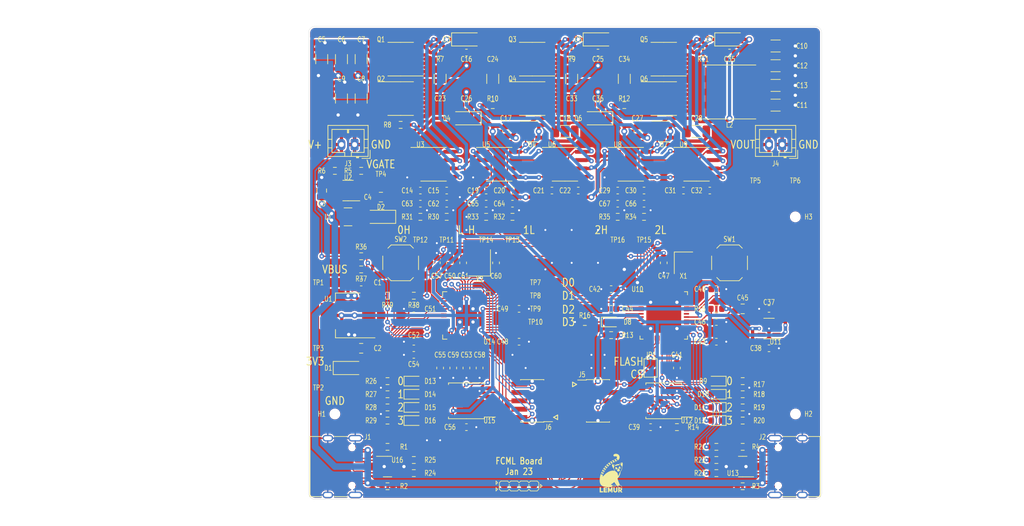
<source format=kicad_pcb>
(kicad_pcb (version 20221018) (generator pcbnew)
  (layers (0 "F.Cu" signal "Front") (31 "B.Cu" signal "Back") (34 "B.Paste" user) (35 "F.Paste" user) (36 "B.SilkS" user "B.Silkscreen") (37 "F.SilkS" user "F.Silkscreen") (38 "B.Mask" user) (39 "F.Mask" user) (44 "Edge.Cuts" user))
  (net 0 "")
  (net 1 "gnd")
  (net 2 "vgate")
  (net 3 "vusb")
  (net 4 "v3v3")
  (net 5 "reg_vgate.fb.output")
  (net 6 "conv.sw[0].low_gate_res.a")
  (net 7 "conv.sw[2].low_out")
  (net 8 "conv.sw[2].low_in")
  (net 9 "conv.sw[0].low_gate_res.b")
  (net 10 "conv.sw[1].low_in")
  (net 11 "conv.sw[0].high_gate_res.a")
  (net 12 "conv.sw[1].high_in")
  (net 13 "conv.sw[2].high_in")
  (net 14 "conv.sw[0].high_gate_res.b")
  (net 15 "conv.sw[1].low_gate_res.a")
  (net 16 "conv.sw[1].low_gate_res.b")
  (net 17 "reg_vgate.power_path.switch")
  (net 18 "conv.sw[2].low_boot_out")
  (net 19 "conv.sw[2].iso.pwr_b")
  (net 20 "conv.sw[2].low_boot_in")
  (net 21 "conv.sw[1].iso.pwr_b")
  (net 22 "conv.sw[2].driver.high_in")
  (net 23 "conv.sw[2].driver.low_in")
  (net 24 "conv.sw[0].high_boot_cap.pos")
  (net 25 "conv.sw[2].high_boot_out")
  (net 26 "conv.sw[1].driver.high_in")
  (net 27 "conv.sw[1].driver.low_in")
  (net 28 "conv.sw[1].high_boot_out")
  (net 29 "mcu.crystal.crystal.a")
  (net 30 "mcu.crystal.crystal.b")
  (net 31 "mcu.swd.swd.reset")
  (net 32 "mcu.swd.swd.swdio")
  (net 33 "mcu.swd.swd.swclk")
  (net 34 "conv.pwr_out")
  (net 35 "mcu.swd.tdi")
  (net 36 "conv.pwr_in")
  (net 37 "conv.sw[1].high_gate_res.a")
  (net 38 "conv.sw[1].high_gate_res.b")
  (net 39 "conv.sw[2].high_gate_res.a")
  (net 40 "conv.sw[2].high_gate_res.b")
  (net 41 "conv.sw[2].low_gate_res.a")
  (net 42 "conv.sw[2].low_gate_res.b")
  (net 43 "tp_fpga[3].io")
  (net 44 "tp_fpga[0].io")
  (net 45 "tp_fpga[2].io")
  (net 46 "tp_fpga[1].io")
  (net 47 "tp_pwm.output.2H")
  (net 48 "tp_pwm.output.1H")
  (net 49 "cdone.res.a")
  (net 50 "usb_mcu.conn.A5")
  (net 51 "usb_mcu.conn.B5")
  (net 52 "fpga_led.led[3].res.a")
  (net 53 "usb_fpga.conn.A5")
  (net 54 "usb_fpga.conn.B5")
  (net 55 "fpga_led.led[2].res.a")
  (net 56 "fpga.gpio.pwm_2H")
  (net 57 "mcu_leds.led[1].res.a")
  (net 58 "fpga.gpio.pwm_2L")
  (net 59 "fpga.gpio.pwm_1H")
  (net 60 "fpga.gpio.pwm_1L")
  (net 61 "fpga.gpio.pwm_0H")
  (net 62 "fpga.gpio.pwm_0L")
  (net 63 "mcu_leds.led[3].res.a")
  (net 64 "fpga_led.led[1].res.a")
  (net 65 "mcu_leds.led[2].res.a")
  (net 66 "fpga_led.led[0].res.a")
  (net 67 "fpga.vcc_reg.pwr_out")
  (net 68 "fpga.pll_res.pwr_out")
  (net 69 "mcu_leds.led[0].res.a")
  (net 70 "fpga.ic.spi_config_cs")
  (net 71 "fpga.ic.creset_b")
  (net 72 "usb_mcu_chain_0.d_N")
  (net 73 "usb_mcu_chain_0.d_P")
  (net 74 "usb_fpga_bitbang.dm")
  (net 75 "usb_fpga_chain_0.d_N")
  (net 76 "usb_fpga_bitbang.dp")
  (net 77 "usb_fpga_chain_0.d_P")
  (net 78 "usb_fpga_bitbang.dp_pull")
  (net 79 "mcu.ic.qspi_cs")
  (net 80 "mcu.ic.qspi.miso")
  (net 81 "mcu.ic.qspi.mosi")
  (net 82 "mcu.ic.qspi.sck")
  (net 83 "fpga.ic.spi_config.miso")
  (net 84 "fpga.ic.spi_config.mosi")
  (net 85 "fpga.ic.spi_config.sck")
  (net 86 "mcu_sw.out")
  (net 87 "mcu.gpio.led_0")
  (net 88 "mcu.gpio.led_1")
  (net 89 "mcu.gpio.led_2")
  (net 90 "mcu.gpio.led_3")
  (net 91 "mcu.ic.vreg_vout")
  (net 92 "fpga.gpio.led_1")
  (net 93 "fpga.gpio.led_3")
  (net 94 "fpga.gpio.led_2")
  (net 95 "fpga.cdone")
  (net 96 "fpga.gpio.led_0")
  (net 97 "fpga_sw.out")
  (net 98 "mcu.usb_chain_0.d_N")
  (net 99 "mcu.usb_chain_0.d_P")
  (net 100 "fpga.cs_jmp.output")
  (net 101 "mcu.swd.swo")
  (net 102 "tp_pwm.output.1L")
  (net 103 "tp_pwm.output.0H")
  (net 104 "tp_pwm.output.0L")
  (net 105 "tp_pwm.output.2L")
  (net 106 "conv_out_sense.output")
  (net 107 "conv_in_sense.output")
  (net 108 "fpga_osc.out")
  (footprint "Capacitor_SMD:C_0603_1608Metric" (layer "F.Cu") (at 73 126 180)
    (fp_text reference "C29")
    (fp_text value "")
  )
  (footprint "Capacitor_SMD:C_0603_1608Metric" (layer "F.Cu") (at 42 149 180)
    (fp_text reference "C52")
    (fp_text value "")
  )
  (footprint "Capacitor_SMD:C_0603_1608Metric" (layer "F.Cu") (at 82 153 -90)
    (fp_text reference "C41")
    (fp_text value "")
  )
  (footprint "Capacitor_SMD:C_0603_1608Metric" (layer "F.Cu") (at 42 144 180)
    (fp_text reference "C51")
    (fp_text value "")
  )
  (footprint "Package_SO:SOIC-8_3.9x4.9mm_P1.27mm" (layer "F.Cu") (at 64.98 122)
    (fp_text reference "U6")
    (fp_text value "IR2301 (Infineon Technologies)")
  )
  (footprint "Capacitor_SMD:C_0603_1608Metric" (layer "F.Cu") (at 87 126)
    (fp_text reference "C32")
    (fp_text value "")
  )
  (footprint "Package_DFN_QFN:QFN-48-1EP_7x7mm_P0.5mm_EP5.3x5.3mm" (layer "F.Cu") (at 80 145)
    (fp_text reference "U10")
    (fp_text value "ICE40UP5K-SG48 (Lattice Semiconductor Corporation)")
  )
  (footprint "LED_SMD:LED_0603_1608Metric" (layer "F.Cu") (at 88 157 180)
    (fp_text reference "D10")
    (fp_text value "KT-0603R (Hubei KENTO Elec) - Red 615~630nm 1.9~2.2V 0603 Light Emitting Diodes (LED) RoHS")
  )
  (footprint "Diode_SMD:D_SOD-123" (layer "F.Cu") (at 32 153)
    (fp_text reference "D1")
    (fp_text value "BZT52C3V6 (SMC(Sangdest Microelectronicstronic (Nanjing))) - 5?A@1V 90? Single 3.6V~3.8V 350mW 3.4V SOD-123 Zener Diodes ROHS")
  )
  (footprint "Package_TO_SOT_SMD:SOT-23-5" (layer "F.Cu") (at 60 117)
    (fp_text reference "U4")
    (fp_text value "AP2204K-3.3 (Diodes Incorporated)")
  )
  (footprint "Resistor_SMD:R_0603_1608Metric" (layer "F.Cu") (at 38 155 180)
    (fp_text reference "R26")
    (fp_text value "")
  )
  (footprint "Capacitor_SMD:C_0603_1608Metric" (layer "F.Cu") (at 45.5 137 90)
    (fp_text reference "C57")
    (fp_text value "")
  )
  (footprint "Resistor_SMD:R_0603_1608Metric" (layer "F.Cu") (at 40 116 180)
    (fp_text reference "R8")
    (fp_text value "")
  )
  (footprint "Diode_SMD:D_SOD-123" (layer "F.Cu") (at 70 115 180)
    (fp_text reference "D6")
    (fp_text value "B5819W SL (Changjiang Electronics Tech (CJ)) - 40V 600mV@1A 1A SOD-123 Schottky Barrier Diodes (SBD) ROHS")
  )
  (footprint "Resistor_SMD:R_0603_1608Metric" (layer "F.Cu") (at 43 130 180)
    (fp_text reference "R31")
    (fp_text value "")
  )
  (footprint "Crystal:Crystal_SMD_2520-4Pin_2.5x2.0mm" (layer "F.Cu") (at 83 137 -90)
    (fp_text reference "X1")
    (fp_text value "")
  )
  (footprint "Resistor_SMD:R_0603_1608Metric" (layer "F.Cu") (at 54 113)
    (fp_text reference "R10")
    (fp_text value "")
  )
  (footprint "edg:TestPoint_TE_RCT_0805" (layer "F.Cu") (at 63 140)
    (fp_text reference "TP7")
    (fp_text value "5015 (Keystone) - _mcu_gpio_fpga0_link")
  )
  (footprint "Package_TO_SOT_SMD:SOT-23-5" (layer "F.Cu") (at 96 147 180)
    (fp_text reference "U11")
    (fp_text value "LP5907MFX-1.2/NOPB (Texas Instruments)")
  )
  (footprint "Capacitor_SMD:C_0603_1608Metric" (layer "F.Cu") (at 63 126 180)
    (fp_text reference "C21")
    (fp_text value "")
  )
  (footprint "Package_SO:SOIC-8_3.9x4.9mm_P1.27mm" (layer "F.Cu") (at 45 122)
    (fp_text reference "U3")
    (fp_text value "IR2301 (Infineon Technologies)")
  )
  (footprint "Diode_SMD:D_SOD-123" (layer "F.Cu") (at 90 103)
    (fp_text reference "D7")
    (fp_text value "B5819W SL (Changjiang Electronics Tech (CJ)) - 40V 600mV@1A 1A SOD-123 Schottky Barrier Diodes (SBD) ROHS")
  )
  (footprint "Resistor_SMD:R_0603_1608Metric" (layer "F.Cu") (at 34 138 180)
    (fp_text reference "R37")
    (fp_text value "")
  )
  (footprint "Button_Switch_SMD:SW_SPST_SKQG_WithoutStem" (layer "F.Cu") (at 90 137)
    (fp_text reference "SW1")
    (fp_text value "5.1mm switch")
  )
  (footprint "Capacitor_SMD:C_0805_2012Metric" (layer "F.Cu") (at 34 150)
    (fp_text reference "C2")
    (fp_text value "")
  )
  (footprint "Capacitor_SMD:C_0603_1608Metric" (layer "F.Cu") (at 83 126 180)
    (fp_text reference "C31")
    (fp_text value "")
  )
  (footprint "Capacitor_SMD:C_0603_1608Metric" (layer "F.Cu") (at 50 162)
    (fp_text reference "C56")
    (fp_text value "")
  )
  (footprint "Connector_PinHeader_1.27mm:PinHeader_2x05_P1.27mm_Vertical_SMD" (layer "F.Cu") (at 60 158 180)
    (fp_text reference "J6")
    (fp_text value "PinHeader1.27 Shrouded 2x5 (Generic)")
  )
  (footprint "edg:JlcToolingHole_1.152mm" (layer "F.Cu") (at 100.025 160)
    (fp_text reference "H2")
    (fp_text value "")
  )
  (footprint "Package_SO:SOIC-8_3.9x4.9mm_P1.27mm" (layer "F.Cu") (at 80 112)
    (fp_text reference "Q6")
    (fp_text value "HSM4410 (HUASHUO) - 30V 12A 2.5W 9.5m?@10V,12A 2.5V@250?A N Channel SOP-8 MOSFETs ROHS")
  )
  (footprint "edg:TestPoint_TE_RCT_0805" (layer "F.Cu") (at 30 150)
    (fp_text reference "TP3")
    (fp_text value "5015 (Keystone) - v3v3")
  )
  (footprint "Capacitor_SMD:C_0603_1608Metric" (layer "F.Cu") (at 46 153 -90)
    (fp_text reference "C55")
    (fp_text value "")
  )
  (footprint "Capacitor_SMD:C_0603_1608Metric" (layer "F.Cu") (at 70 113 180)
    (fp_text reference "C36")
    (fp_text value "")
  )
  (footprint "Capacitor_SMD:C_0603_1608Metric" (layer "F.Cu") (at 77 126)
    (fp_text reference "C30")
    (fp_text value "")
  )
  (footprint "Package_TO_SOT_SMD:SOT-223-3_TabPin2" (layer "F.Cu") (at 32 145 180)
    (fp_text reference "U1")
    (fp_text value "LD1117S33TR (STMicroelectronics)")
  )
  (footprint "Capacitor_SMD:C_0603_1608Metric" (layer "F.Cu") (at 78 162)
    (fp_text reference "C39")
    (fp_text value "")
  )
  (footprint "edg:TestPoint_TE_RCT_0805" (layer "F.Cu") (at 73 132)
    (fp_text reference "TP16")
    (fp_text value "5015 (Keystone) - _fpga_gpio_pwm_link.2H")
  )
  (footprint "Package_TO_SOT_SMD:SOT-23-5" (layer "F.Cu") (at 80 117)
    (fp_text reference "U7")
    (fp_text value "AP2204K-3.3 (Diodes Incorporated)")
  )
  (footprint "Package_SO:SOIC-8_3.9x4.9mm_P1.27mm" (layer "F.Cu") (at 60 106 180)
    (fp_text reference "Q3")
    (fp_text value "HSM4410 (HUASHUO) - 30V 12A 2.5W 9.5m?@10V,12A 2.5V@250?A N Channel SOP-8 MOSFETs ROHS")
  )
  (footprint "Capacitor_SMD:C_0603_1608Metric" (layer "F.Cu") (at 52 153 -90)
    (fp_text reference "C58")
    (fp_text value "")
  )
  (footprint "edg:TestPoint_TE_RCT_0805" (layer "F.Cu") (at 57 132)
    (fp_text reference "TP13")
    (fp_text value "5015 (Keystone) - _fpga_gpio_pwm_link.1L")
  )
  (footprint "edg:TestPoint_TE_RCT_0805" (layer "F.Cu") (at 30 140)
    (fp_text reference "TP1")
    (fp_text value "5015 (Keystone) - vusb")
  )
  (footprint "Resistor_SMD:R_0603_1608Metric" (layer "F.Cu") (at 42 142 180)
    (fp_text reference "R38")
    (fp_text value "")
  )
  (footprint "Capacitor_SMD:C_0603_1608Metric" (layer "F.Cu") (at 58 149)
    (fp_text reference "C48")
    (fp_text value "")
  )
  (footprint "Capacitor_SMD:C_1206_3216Metric" (layer "F.Cu") (at 54 109 -90)
    (fp_text reference "C24")
    (fp_text value "")
  )
  (footprint "Capacitor_SMD:C_1206_3216Metric" (layer "F.Cu") (at 97 107)
    (fp_text reference "C12")
    (fp_text value "")
  )
  (footprint "Resistor_SMD:R_0603_1608Metric" (layer "F.Cu") (at 38 165 180)
    (fp_text reference "R1")
    (fp_text value "")
  )
  (footprint "Package_DFN_QFN:QFN-56-1EP_7x7mm_P0.4mm_EP3.2x3.2mm" (layer "F.Cu") (at 50 145 180)
    (fp_text reference "U14")
    (fp_text value "RP2040 (Raspberry Pi)")
  )
  (footprint "Capacitor_SMD:C_1206_3216Metric" (layer "F.Cu") (at 85 117)
    (fp_text reference "C28")
    (fp_text value "")
  )
  (footprint "LED_SMD:LED_0603_1608Metric" (layer "F.Cu") (at 42 161)
    (fp_text reference "D16")
    (fp_text value "KT-0603R (Hubei KENTO Elec) - Red 615~630nm 1.9~2.2V 0603 Light Emitting Diodes (LED) RoHS")
  )
  (footprint "Resistor_SMD:R_0603_1608Metric" (layer "F.Cu") (at 92 157)
    (fp_text reference "R18")
    (fp_text value "")
  )
  (footprint "Capacitor_SMD:C_0603_1608Metric" (layer "F.Cu") (at 50 105)
    (fp_text reference "C16")
    (fp_text value "")
  )
  (footprint "Diode_SMD:D_SOD-123" (layer "F.Cu") (at 37 130 180)
    (fp_text reference "D2")
    (fp_text value "B0520W (Shikues) - 20V 390mV@500mA 500mA SOD-123 Schottky Barrier Diodes (SBD) ROHS")
  )
  (footprint "Resistor_SMD:R_0603_1608Metric" (layer "F.Cu") (at 92 159)
    (fp_text reference "R19")
    (fp_text value "")
  )
  (footprint "LED_SMD:LED_0603_1608Metric" (layer "F.Cu") (at 72 146)
    (fp_text reference "D8")
    (fp_text value "KT-0603R (Hubei KENTO Elec) - Red 615~630nm 1.9~2.2V 0603 Light Emitting Diodes (LED) RoHS")
  )
  (footprint "Resistor_SMD:R_0603_1608Metric" (layer "F.Cu") (at 88 169)
    (fp_text reference "R23")
    (fp_text value "")
  )
  (footprint "Diode_SMD:D_SOD-123" (layer "F.Cu") (at 50 115 180)
    (fp_text reference "D4")
    (fp_text value "B5819W SL (Changjiang Electronics Tech (CJ)) - 40V 600mV@1A 1A SOD-123 Schottky Barrier Diodes (SBD) ROHS")
  )
  (footprint "Capacitor_SMD:C_0805_2012Metric" (layer "F.Cu") (at 28 126 90)
    (fp_text reference "C3")
    (fp_text value "")
  )
  (footprint "Capacitor_SMD:C_0603_1608Metric" (layer "F.Cu") (at 56 117 -90)
    (fp_text reference "C17")
    (fp_text value "")
  )
  (footprint "Connector_JST:JST_PH_B2B-PH-K_1x02_P2.00mm_Vertical" (layer "F.Cu") (at 33 119 180)
    (fp_text reference "J3")
    (fp_text value "B2B-PH-K (JST)")
  )
  (footprint "edg:TestPoint_TE_RCT_0805" (layer "F.Cu") (at 77 132)
    (fp_text reference "TP15")
    (fp_text value "5015 (Keystone) - _fpga_gpio_pwm_link.2L")
  )
  (footprint "Package_TO_SOT_SMD:SOT-23" (layer "F.Cu") (at 92 168 180)
    (fp_text reference "U13")
    (fp_text value "PGB102ST23 (Littelfuse)")
  )
  (footprint "Capacitor_SMD:C_1206_3216Metric" (layer "F.Cu") (at 97 110)
    (fp_text reference "C13")
    (fp_text value "")
  )
  (footprint "Capacitor_SMD:C_1206_3216Metric" (layer "F.Cu") (at 31 106 -90)
    (fp_text reference "C6")
    (fp_text value "")
  )
  (footprint "edg:TestPoint_TE_RCT_0805" (layer "F.Cu") (at 37 125)
    (fp_text reference "TP4")
    (fp_text value "5015 (Keystone) - vgate")
  )
  (footprint "Capacitor_SMD:C_0603_1608Metric" (layer "F.Cu") (at 54.5 137 90)
    (fp_text reference "C60")
    (fp_text value "")
  )
  (footprint "Capacitor_SMD:C_0603_1608Metric" (layer "F.Cu") (at 76 117 -90)
    (fp_text reference "C27")
    (fp_text value "")
  )
  (footprint "Resistor_SMD:R_0603_1608Metric" (layer "F.Cu") (at 92 155)
    (fp_text reference "R17")
    (fp_text value "")
  )
  (footprint "edg:JlcToolingHole_1.152mm" (layer "F.Cu") (at 30 160)
    (fp_text reference "H1")
    (fp_text value "")
  )
  (footprint "Capacitor_SMD:C_0603_1608Metric" (layer "F.Cu") (at 96 144 180)
    (fp_text reference "C37")
    (fp_text value "")
  )
  (footprint "Capacitor_SMD:C_1206_3216Metric" (layer "F.Cu") (at 97 113)
    (fp_text reference "C11")
    (fp_text value "")
  )
  (footprint "edg:TestPoint_TE_RCT_0805" (layer "F.Cu") (at 94 123)
    (fp_text reference "TP5")
    (fp_text value "5015 (Keystone) - _conv_pwr_out_link")
  )
  (footprint "Resistor_SMD:R_0603_1608Metric" (layer "F.Cu") (at 68 146 180)
    (fp_text reference "R16")
    (fp_text value "")
  )
  (footprint "edg:TestPoint_TE_RCT_0805" (layer "F.Cu") (at 53 132)
    (fp_text reference "TP14")
    (fp_text value "5015 (Keystone) - _fpga_gpio_pwm_link.1H")
  )
  (footprint "Resistor_SMD:R_0603_1608Metric" (layer "F.Cu") (at 73 130 180)
    (fp_text reference "R35")
    (fp_text value "")
  )
  (footprint "Capacitor_SMD:C_0603_1608Metric" (layer "F.Cu") (at 34 140)
    (fp_text reference "C1")
    (fp_text value "")
  )
  (footprint "edg:TestPoint_TE_RCT_0805" (layer "F.Cu") (at 47 132)
    (fp_text reference "TP11")
    (fp_text value "5015 (Keystone) - _fpga_gpio_pwm_link.0L")
  )
  (footprint "Resistor_SMD:R_0603_1608Metric" (layer "F.Cu") (at 38 171 180)
    (fp_text reference "R2")
    (fp_text value "")
  )
  (footprint "Diode_SMD:D_SOD-123" (layer "F.Cu") (at 50 103)
    (fp_text reference "D3")
    (fp_text value "B5819W SL (Changjiang Electronics Tech (CJ)) - 40V 600mV@1A 1A SOD-123 Schottky Barrier Diodes (SBD) ROHS")
  )
  (footprint "Package_SO:SOIC-8_3.9x4.9mm_P1.27mm" (layer "F.Cu") (at 74.98 122)
    (fp_text reference "U8")
    (fp_text value "CBMuD1200L (Corebai)")
  )
  (footprint "Capacitor_SMD:C_0603_1608Metric" (layer "F.Cu") (at 49.5 137 -90)
    (fp_text reference "C61")
    (fp_text value "")
  )
  (footprint "Resistor_SMD:R_0603_1608Metric" (layer "F.Cu") (at 34 136)
    (fp_text reference "R36")
    (fp_text value "")
  )
  (footprint "LED_SMD:LED_0603_1608Metric" (layer "F.Cu") (at 42 155)
    (fp_text reference "D13")
    (fp_text value "KT-0603R (Hubei KENTO Elec) - Red 615~630nm 1.9~2.2V 0603 Light Emitting Diodes (LED) RoHS")
  )
  (footprint "Diode_SMD:D_SOD-123" (layer "F.Cu") (at 70 103)
    (fp_text reference "D5")
    (fp_text value "B5819W SL (Changjiang Electronics Tech (CJ)) - 40V 600mV@1A 1A SOD-123 Schottky Barrier Diodes (SBD) ROHS")
  )
  (footprint "Package_SO:SOIC-8_3.9x4.9mm_P1.27mm" (layer "F.Cu") (at 40 112)
    (fp_text reference "Q2")
    (fp_text value "HSM4410 (HUASHUO) - 30V 12A 2.5W 9.5m?@10V,12A 2.5V@250?A N Channel SOP-8 MOSFETs ROHS")
  )
  (footprint "Capacitor_SMD:C_0603_1608Metric" (layer "F.Cu") (at 80 137 -90)
    (fp_text reference "C47")
    (fp_text value "")
  )
  (footprint "edg:TestPoint_TE_RCT_0805" (layer "F.Cu") (at 63 144)
    (fp_text reference "TP9")
    (fp_text value "5015 (Keystone) - _mcu_gpio_fpga2_link")
  )
  (footprint "Resistor_SMD:R_0603_1608Metric" (layer "F.Cu") (at 53 130 180)
    (fp_text reference "R33")
    (fp_text value "")
  )
  (footprint "LED_SMD:LED_0603_1608Metric" (layer "F.Cu") (at 88 161 180)
    (fp_text reference "D12")
    (fp_text value "KT-0603R (Hubei KENTO Elec) - Red 615~630nm 1.9~2.2V 0603 Light Emitting Diodes (LED) RoHS")
  )
  (footprint "Capacitor_SMD:C_0805_2012Metric" (layer "F.Cu") (at 92 144)
    (fp_text reference "C45")
    (fp_text value "")
  )
  (footprint "Capacitor_SMD:C_0805_2012Metric" (layer "F.Cu") (at 37 127 180)
    (fp_text reference "C4")
    (fp_text value "")
  )
  (footprint "Resistor_SMD:R_0603_1608Metric" (layer "F.Cu") (at 86 105 180)
    (fp_text reference "R11")
    (fp_text value "")
  )
  (footprint "Capacitor_SMD:C_0603_1608Metric" (layer "F.Cu") (at 57 128)
    (fp_text reference "C64")
    (fp_text value "")
  )
  (footprint "Resistor_SMD:R_0603_1608Metric" (layer "F.Cu") (at 82 162)
    (fp_text reference "R14")
    (fp_text value "")
  )
  (footprint "Capacitor_SMD:C_0603_1608Metric" (layer "F.Cu") (at 67 126)
    (fp_text reference "C22")
    (fp_text value "")
  )
  (footprint "Resistor_SMD:R_0603_1608Metric" (layer "F.Cu") (at 38 142 180)
    (fp_text reference "R39")
    (fp_text value "")
  )
  (footprint "Crystal:Crystal_SMD_3225-4Pin_3.2x2.5mm" (layer "F.Cu") (at 52 137 90)
    (fp_text reference "X2")
    (fp_text value "")
  )
  (footprint "Capacitor_SMD:C_0603_1608Metric" (layer "F.Cu") (at 42 151 180)
    (fp_text reference "C54")
    (fp_text value "")
  )
  (footprint "Capacitor_SMD:C_0603_1608Metric" (layer "F.Cu") (at 70 105)
    (fp_text reference "C25")
    (fp_text value "")
  )
  (footprint "Resistor_SMD:R_0603_1608Metric" (layer "F.Cu") (at 66 105 180)
    (fp_text reference "R9")
    (fp_text value "")
  )
  (footprint "Capacitor_SMD:C_0603_1608Metric" (layer "F.Cu") (at 50 153 -90)
    (fp_text reference "C53")
    (fp_text value "")
  )
  (footprint "Capacitor_SMD:C_0603_1608Metric" (layer "F.Cu") (at 43 126 180)
    (fp_text reference "C14")
    (fp_text value "")
  )
  (footprint "Resistor_SMD:R_0603_1608Metric" (layer "F.Cu") (at 77 130 180)
    (fp_text reference "R34")
    (fp_text value "")
  )
  (footprint "Resistor_SMD:R_0603_1608Metric" (layer "F.Cu") (at 88 167)
    (fp_text reference "R22")
    (fp_text value "")
  )
  (footprint "edg:Symbol_Duckling" (layer "F.Cu") (at 65 169)
    (fp_text reference "U17" hide)
    (fp_text value "Duck" hide)
  )
  (footprint "Package_SO:SOIC-8_3.9x4.9mm_P1.27mm" (layer "F.Cu") (at 40 106 180)
    (fp_text reference "Q1")
    (fp_text value "HSM4410 (HUASHUO) - 30V 12A 2.5W 9.5m?@10V,12A 2.5V@250?A N Channel SOP-8 MOSFETs ROHS")
  )
  (footprint "LED_SMD:LED_0603_1608Metric" (layer "F.Cu") (at 88 159 180)
    (fp_text reference "D11")
    (fp_text value "KT-0603R (Hubei KENTO Elec) - Red 615~630nm 1.9~2.2V 0603 Light Emitting Diodes (LED) RoHS")
  )
  (footprint "edg:JlcToolingHole_1.152mm" (layer "F.Cu") (at 100 130)
    (fp_text reference "H3")
    (fp_text value "")
  )
  (footprint "Resistor_SMD:R_0603_1608Metric" (layer "F.Cu") (at 92 165)
    (fp_text reference "R4")
    (fp_text value "")
  )
  (footprint "Resistor_SMD:R_0603_1608Metric" (layer "F.Cu") (at 57 130 180)
    (fp_text reference "R32")
    (fp_text value "")
  )
  (footprint "edg:TestPoint_TE_RCT_0805" (layer "F.Cu") (at 30 156)
    (fp_text reference "TP2")
    (fp_text value "5015 (Keystone) - gnd")
  )
  (footprint "Capacitor_SMD:C_0603_1608Metric" (layer "F.Cu") (at 53 128)
    (fp_text reference "C65")
    (fp_text value "")
  )
  (footprint "Capacitor_SMD:C_0603_1608Metric" (layer "F.Cu") (at 73 128)
    (fp_text reference "C67")
    (fp_text value "")
  )
  (footprint "Capacitor_SMD:C_0603_1608Metric" (layer "F.Cu") (at 47.5 137 90)
    (fp_text reference "C50")
    (fp_text value "")
  )
  (footprint "Package_TO_SOT_SMD:SOT-23" (layer "F.Cu") (at 38 168)
    (fp_text reference "U16")
    (fp_text value "PGB102ST23 (Littelfuse)")
  )
  (footprint "Capacitor_SMD:C_0603_1608Metric" (layer "F.Cu") (at 77 128)
    (fp_text reference "C66")
    (fp_text value "")
  )
  (footprint "Capacitor_SMD:C_1206_3216Metric" (layer "F.Cu") (at 65 117)
    (fp_text reference "C18")
    (fp_text value "")
  )
  (footprint "Capacitor_SMD:C_1206_3216Metric" (layer "F.Cu") (at 66 109 -90)
    (fp_text reference "C33")
    (fp_text value "")
  )
  (footprint "Resistor_SMD:R_0603_1608Metric" (layer "F.Cu") (at 72 148)
    (fp_text reference "R13")
    (fp_text value "")
  )
  (footprint "Resistor_SMD:R_0603_1608Metric" (layer "F.Cu") (at 92 161)
    (fp_text reference "R20")
    (fp_text value "")
  )
  (footprint "Package_SO:SOIC-8_5.23x5.23mm_P1.27mm" (layer "F.Cu") (at 50 158 180)
    (fp_text reference "U15")
    (fp_text value "W25Q128JVSIQ (Winbond Electronics)")
  )
  (footprint "Capacitor_SMD:C_1206_3216Metric" (layer "F.Cu") (at 34 106 -90)
    (fp_text reference "C7")
    (fp_text value "")
  )
  (footprint "edg:TestPoint_TE_RCT_0805" (layer "F.Cu") (at 100 123)
    (fp_text reference "TP6")
    (fp_text value "5015 (Keystone) - gnd")
  )
  (footprint "edg:TestPoint_TE_RCT_0805" (layer "F.Cu") (at 63 142)
    (fp_text reference "TP8")
    (fp_text value "5015 (Keystone) - _mcu_gpio_fpga1_link")
  )
  (footprint "Inductor_SMD:L_Taiyo-Yuden_NR-80xx" (layer "F.Cu") (at 90 111)
    (fp_text reference "L2")
    (fp_text value "")
  )
  (footprint "Capacitor_SMD:C_0603_1608Metric" (layer "F.Cu") (at 90 105)
    (fp_text reference "C35")
    (fp_text value "")
  )
  (footprint "Capacitor_SMD:C_0603_1608Metric" (layer "F.Cu") (at 88 141)
    (fp_text reference "C40")
    (fp_text value "")
  )
  (footprint "Resistor_SMD:R_0603_1608Metric" (layer "F.Cu") (at 34 123 180)
    (fp_text reference "R5")
    (fp_text value "")
  )
  (footprint "Capacitor_SMD:C_1206_3216Metric" (layer "F.Cu") (at 74 109 -90)
    (fp_text reference "C34")
    (fp_text value "")
  )
  (footprint "Capacitor_SMD:C_1206_3216Metric" (layer "F.Cu") (at 31 112 -90)
    (fp_text reference "C9")
    (fp_text value "")
  )
  (footprint "Resistor_SMD:R_0603_1608Metric" (layer "F.Cu") (at 47 130 180)
    (fp_text reference "R30")
    (fp_text value "")
  )
  (footprint "edg:TestPoint_TE_RCT_0805" (layer "F.Cu") (at 63 146)
    (fp_text reference "TP10")
    (fp_text value "5015 (Keystone) - _mcu_gpio_fpga3_link")
  )
  (footprint "Package_SO:SOIC-8_3.9x4.9mm_P1.27mm" (layer "F.Cu") (at 60 112)
    (fp_text reference "Q4")
    (fp_text value "HSM4410 (HUASHUO) - 30V 12A 2.5W 9.5m?@10V,12A 2.5V@250?A N Channel SOP-8 MOSFETs ROHS")
  )
  (footprint "Capacitor_SMD:C_0603_1608Metric" (layer "F.Cu") (at 88 149)
    (fp_text reference "C43")
    (fp_text value "")
  )
  (footprint "Capacitor_SMD:C_0603_1608Metric" (layer "F.Cu") (at 47 128)
    (fp_text reference "C62")
    (fp_text value "")
  )
  (footprint "edg:TestPoint_TE_RCT_0805" (layer "F.Cu") (at 43 132)
    (fp_text reference "TP12")
    (fp_text value "5015 (Keystone) - _fpga_gpio_pwm_link.0H")
  )
  (footprint "Button_Switch_SMD:SW_SPST_SKQG_WithoutStem" (layer "F.Cu") (at 40 137)
    (fp_text reference "SW2")
    (fp_text value "5.1mm switch")
  )
  (footprint "Resistor_SMD:R_0603_1608Metric" (layer "F.Cu") (at 88 144 180)
    (fp_text reference "R15")
    (fp_text value "")
  )
  (footprint "Capacitor_SMD:C_0603_1608Metric" (layer "F.Cu") (at 58 144)
    (fp_text reference "C49")
    (fp_text value "")
  )
  (footprint "Resistor_SMD:R_0603_1608Metric" (layer "F.Cu") (at 92 171)
    (fp_text reference "R3")
    (fp_text value "")
  )
  (footprint "LED_SMD:LED_0603_1608Metric" (layer "F.Cu") (at 42 159)
    (fp_text reference "D15")
    (fp_text value "KT-0603R (Hubei KENTO Elec) - Red 615~630nm 1.9~2.2V 0603 Light Emitting Diodes (LED) RoHS")
  )
  (footprint "Capacitor_SMD:C_0603_1608Metric" (layer "F.Cu") (at 50 113 180)
    (fp_text reference "C26")
    (fp_text value "")
  )
  (footprint "Resistor_SMD:R_0603_1608Metric" (layer "F.Cu") (at 30 123 180)
    (fp_text reference "R6")
    (fp_text value "")
  )
  (footprint "LED_SMD:LED_0603_1608Metric" (layer "F.Cu") (at 42 157)
    (fp_text reference "D14")
    (fp_text value "KT-0603R (Hubei KENTO Elec) - Red 615~630nm 1.9~2.2V 0603 Light Emitting Diodes (LED) RoHS")
  )
  (footprint "Resistor_SMD:R_0603_1608Metric" (layer "F.Cu") (at 42 167 180)
    (fp_text reference "R25")
    (fp_text value "")
  )
  (footprint "Connector_USB:USB_C_Receptacle_XKB_U262-16XN-4BVC11" (layer "F.Cu") (at 100 168 90)
    (fp_text reference "J2")
    (fp_text value "COM-15111 (Sparkfun)")
  )
  (footprint "Capacitor_SMD:C_1206_3216Metric" (layer "F.Cu") (at 97 104)
    (fp_text reference "C10")
    (fp_text value "")
  )
  (footprint "Capacitor_SMD:C_0603_1608Metric" (layer "F.Cu") (at 72 144 180)
    (fp_text reference "C44")
    (fp_text value "")
  )
  (footprint "Package_SO:SOIC-8_3.9x4.9mm_P1.27mm" (layer "F.Cu") (at 80 106 180)
    (fp_text reference "Q5")
    (fp_text value "HSM4410 (HUASHUO) - 30V 12A 2.5W 9.5m?@10V,12A 2.5V@250?A N Channel SOP-8 MOSFETs ROHS")
  )
  (footprint "edg:Indicator_IdDots_4" (layer "F.Cu") (at 58 170.957228)
    (fp_text reference "U19" hide)
    (fp_text value "IdDots4")
  )
  (footprint "Capacitor_SMD:C_0603_1608Metric" (layer "F.Cu") (at 53 126 180)
    (fp_text reference "C19")
    (fp_text value "")
  )
  (footprint "Inductor_SMD:L_1210_3225Metric" (layer "F.Cu") (at 32 130)
    (fp_text reference "L1")
    (fp_text value "")
  )
  (footprint "Package_SO:SOIC-8_3.9x4.9mm_P1.27mm" (layer "F.Cu") (at 54.98 122)
    (fp_text reference "U5")
    (fp_text value "CBMuD1200L (Corebai)")
  )
  (footprint "Package_SO:SOIC-8_3.9x4.9mm_P1.27mm" (layer "F.Cu") (at 84.98 122)
    (fp_text reference "U9")
    (fp_text value "IR2301 (Infineon Technologies)")
  )
  (footprint "Resistor_SMD:R_0603_1608Metric" (layer "F.Cu") (at 46 105 180)
    (fp_text reference "R7")
    (fp_text value "")
  )
  (footprint "Capacitor_SMD:C_0603_1608Metric" (layer "F.Cu") (at 88 146)
    (fp_text reference "C46")
    (fp_text value "")
  )
  (footprint "Capacitor_SMD:C_0603_1608Metric" (layer "F.Cu") (at 47 126)
    (fp_text reference "C15")
    (fp_text value "")
  )
  (footprint "Capacitor_SMD:C_1206_3216Metric" (layer "F.Cu") (at 34 112 -90)
    (fp_text reference "C8")
    (fp_text value "")
  )
  (footprint "Capacitor_SMD:C_0603_1608Metric" (layer "F.Cu") (at 57 126)
    (fp_text reference "C20")
    (fp_text value "")
  )
  (footprint "Capacitor_SMD:C_1206_3216Metric" (layer "F.Cu") (at 46 109 -90)
    (fp_text reference "C23")
    (fp_text value "")
  )
  (footprint "Capacitor_SMD:C_0603_1608Metric" (layer "F.Cu") (at 43 128)
    (fp_text reference "C63")
    (fp_text value "")
  )
  (footprint "LED_SMD:LED_0603_1608Metric" (layer "F.Cu") (at 88 155 180)
    (fp_text reference "D9")
    (fp_text value "KT-0603R (Hubei KENTO Elec) - Red 615~630nm 1.9~2.2V 0603 Light Emitting Diodes (LED) RoHS")
  )
  (footprint "Resistor_SMD:R_0603_1608Metric" (layer "F.Cu") (at 38 161 180)
    (fp_text reference "R29")
    (fp_text value "")
  )
  (footprint "Resistor_SMD:R_0603_1608Metric" (layer "F.Cu") (at 38 159 180)
    (fp_text reference "R28")
    (fp_text value "")
  )
  (footprint "Connector_PinHeader_1.27mm:PinHeader_2x05_P1.27mm_Vertical_SMD" (layer "F.Cu") (at 70 158)
    (fp_text reference "J5")
    (fp_text value "PinHeader1.27 Shrouded 2x5 (Generic)")
  )
  (footprint "Capacitor_SMD:C_0603_1608Metric" (layer "F.Cu") (at 72 141 180)
    (fp_text reference "C42")
    (fp_text value "")
  )
  (footprint "Connector_USB:USB_C_Receptacle_XKB_U262-16XN-4BVC11" (layer "F.Cu") (at 30 168 -90)
    (fp_text reference "J1")
    (fp_text value "COM-15111 (Sparkfun)")
  )
  (footprint "Capacitor_SMD:C_1206_3216Metric" (layer "F.Cu") (at 28 106 -90)
    (fp_text reference "C5")
    (fp_text value "")
  )
  (footprint "Capacitor_SMD:C_0603_1608Metric" (layer "F.Cu") (at 48 153 -90)
    (fp_text reference "C59")
    (fp_text value "")
  )
  (footprint "edg:Symbol_LemurSmall" (layer "F.Cu") (at 72 169)
    (fp_text reference "U18" hide)
    (fp_text value "Lemur" hide)
  )
  (footprint "Package_SO:SOIC-8_5.23x5.23mm_P1.27mm" (layer "F.Cu") (at 80 158 180)
    (fp_text reference "U12")
    (fp_text value "W25Q128JVSIQ (Winbond Electronics)")
  )
  (footprint "Resistor_SMD:R_0603_1608Metric" (layer "F.Cu") (at 74 113)
    (fp_text reference "R12")
    (fp_text value "")
  )
  (footprint "Resistor_SMD:R_0603_1608Metric" (layer "F.Cu") (at 38 157 180)
    (fp_text reference "R27")
    (fp_text value "")
  )
  (footprint "Connector_JST:JST_PH_B2B-PH-K_1x02_P2.00mm_Vertical" (layer "F.Cu") (at 98 119 180)
    (fp_text reference "J4")
    (fp_text value "B2B-PH-K (JST)")
  )
  (footprint "Capacitor_SMD:C_0603_1608Metric" (layer "F.Cu") (at 96 150)
    (fp_text reference "C38")
    (fp_text value "")
  )
  (footprint "Resistor_SMD:R_0603_1608Metric" (layer "F.Cu") (at 42 169 180)
    (fp_text reference "R24")
    (fp_text value "")
  )
  (footprint "Jumper:SolderJumper-2_P1.3mm_Open_TrianglePad1.0x1.5mm" (layer "F.Cu") (at 78 153 -90)
    (fp_text reference "JP1")
    (fp_text value "")
  )
  (footprint "Resistor_SMD:R_0603_1608Metric" (layer "F.Cu") (at 88 165)
    (fp_text reference "R21")
    (fp_text value "")
  )
  (footprint "Package_TO_SOT_SMD:SOT-23-5" (layer "F.Cu") (at 32 126 180)
    (fp_text reference "U2")
    (fp_text value "AP3012K (Diodes Incorporated)")
  )
  (gr_arc (start 103 101) (mid 103.707107 101.292893) (end 104 102) (stroke (width 0.0381)) (layer "Edge.Cuts"))
  (gr_arc (start 26 102) (mid 26.292893 101.292893) (end 27 101) (stroke (width 0.0381)) (layer "Edge.Cuts"))
  (gr_line (start 104 172) (end 104 102) (stroke (width 0.0381)) (layer "Edge.Cuts"))
  (gr_arc (start 104 172) (mid 103.707107 172.707107) (end 103 173) (stroke (width 0.0381)) (layer "Edge.Cuts"))
  (gr_line (start 103 101) (end 27 101) (stroke (width 0.0381)) (layer "Edge.Cuts"))
  (gr_arc (start 27 173) (mid 26.292893 172.707107) (end 26 172) (stroke (width 0.0381)) (layer "Edge.Cuts"))
  (gr_line (start 27 173) (end 103 173) (stroke (width 0.0381)) (layer "Edge.Cuts"))
  (gr_line (start 26 102) (end 26 172) (stroke (width 0.0381)) (layer "Edge.Cuts"))
  (gr_text "L H" (at 50 132) (layer "F.SilkS") (effects (font (size 1.2 1))))
  (gr_text "2" (at 90 159) (layer "F.SilkS") (effects (font (size 1.2 1))))
  (gr_text "GND" (at 37 119) (layer "F.SilkS") (effects (font (size 1.2 1))))
  (gr_text "D2" (at 65.5 144.098694) (layer "F.SilkS") (effects (font (size 1.2 1))))
  (gr_text "△" (at 63.5 160.5 90) (layer "F.SilkS") (effects (font (size 0.8 0.8))))
  (gr_text "0" (at 40 155) (layer "F.SilkS") (effects (font (size 1.2 1))))
  (gr_text "2H" (at 70.5 132) (layer "F.SilkS") (effects (font (size 1.2 1))))
  (gr_text "D1" (at 65.5 142) (layer "F.SilkS") (effects (font (size 1.2 1))))
  (gr_text "GND" (at 30 158) (layer "F.SilkS") (effects (font (size 1.2 1))))
  (gr_text "D3" (at 65.5 146) (layer "F.SilkS") (effects (font (size 1.2 1))))
  (gr_text "1" (at 40 157) (layer "F.SilkS") (effects (font (size 1.2 1))))
  (gr_text "V+" (at 27 119) (layer "F.SilkS") (effects (font (size 1.2 1))))
  (gr_text "2" (at 40 159) (layer "F.SilkS") (effects (font (size 1.2 1))))
  (gr_text "FLASH\nCS" (at 77 153) (layer "F.SilkS") (effects (font (size 1.2 1)) (justify right)))
  (gr_text "3V3" (at 27 152) (layer "F.SilkS") (effects (font (size 1.2 1))))
  (gr_text "1" (at 90 157) (layer "F.SilkS") (effects (font (size 1.2 1))))
  (gr_text "0H" (at 40.5 132) (layer "F.SilkS") (effects (font (size 1.2 1))))
  (gr_text "D0" (at 65.5 140) (layer "F.SilkS") (effects (font (size 1.2 1))))
  (gr_text "VOUT" (at 92 119) (layer "F.SilkS") (effects (font (size 1.2 1))))
  (gr_text "VGATE" (at 37 122) (layer "F.SilkS") (effects (font (size 1.2 1))))
  (gr_text "3" (at 40 161) (layer "F.SilkS") (effects (font (size 1.2 1))))
  (gr_text "VBUS" (at 30 138) (layer "F.SilkS") (effects (font (size 1.2 1))))
  (gr_text "0" (at 90 155) (layer "F.SilkS") (effects (font (size 1.2 1))))
  (gr_text "1L" (at 59.5 132) (layer "F.SilkS") (effects (font (size 1.2 1))))
  (gr_text "△" (at 66.5 155.5 270) (layer "F.SilkS") (effects (font (size 0.8 0.8))))
  (gr_text "3" (at 90 161) (layer "F.SilkS") (effects (font (size 1.2 1))))
  (gr_text "GND" (at 102 119) (layer "F.SilkS") (effects (font (size 1.2 1))))
  (gr_text "FCML Board\nJan 23" (at 58 167.957228) (layer "F.SilkS") (effects (font (size 1 0.8))))
  (gr_text "2L" (at 79.5 132) (layer "F.SilkS") (effects (font (size 1.2 1))))
  (segment (start 72.405 123.905) (end 72.405 125) (width 0.2) (layer "F.Cu") (net 1))
  (segment (start 72.405 125) (end 72.225 125.18) (width 0.2) (layer "F.Cu") (net 1))
  (segment (start 28 125.05) (end 28 124) (width 0.5) (layer "F.Cu") (net 1))
  (segment (start 61.95 158) (end 60 158) (width 0.5) (layer "F.Cu") (net 1))
  (segment (start 47.775 128.775) (end 48 129) (width 0.2) (layer "F.Cu") (net 1))
  (segment (start 43.775 128.775) (end 44 129) (width 0.2) (layer "F.Cu") (net 1))
  (segment (start 43.775 128) (end 43.775 128.775) (width 0.2) (layer "F.Cu") (net 1))
  (segment (start 57.775 128) (end 57.775 128.775) (width 0.2) (layer "F.Cu") (net 1))
  (segment (start 67.175 146) (end 66.5 146) (width 0.2) (layer "F.Cu") (net 1))
  (segment (start 38.9375 168) (end 37.5 168) (width 0.2) (layer "F.Cu") (net 1))
  (segment (start 37.175 161) (end 37.175 160.175) (width 0.16) (layer "F.Cu") (net 1))
  (segment (start 91.0625 168) (end 92.5 168) (width 0.2) (layer "F.Cu") (net 1))
  (segment (start 31.75 124) (end 32.075 124.325) (width 0.5) (layer "F.Cu") (net 1))
  (segment (start 58.775 144) (end 59.5 144) (width 0.15) (layer "F.Cu") (net 1))
  (segment (start 47.5 136.225) (end 47.5 135.5) (width 0.2) (layer "F.Cu") (net 1))
  (segment (start 33.1375 126) (end 34 126) (width 0.5) (layer "F.Cu") (net 1))
  (segment (start 54.5 136.225) (end 54.5 135.5) (width 0.15) (layer "F.Cu") (net 1))
  (segment (start 32.075 125.825) (end 32.25 126) (width 0.5) (layer "F.Cu") (net 1))
  (segment (start 33 148) (end 33.7 147.3) (width 0.5) (layer "F.Cu") (net 1))
  (segment (start 33.7 147.3) (end 35.15 147.3) (width 0.5) (layer "F.Cu") (net 1))
  (segment (start 37.175 160.175) (end 37 160) (width 0.16) (layer "F.Cu") (net 1))
  (segment (start 92.825 161) (end 92.825 155) (width 0.16) (layer "F.Cu") (net 1))
  (segment (start 88.775 149) (end 89.5 149) (width 0.15) (layer "F.Cu") (net 1))
  (segment (start 50 145) (end 51 146) (width 0.15) (layer "F.Cu") (net 1))
  (segment (start 52.405 123.905) (end 52.405 125) (width 0.2) (layer "F.Cu") (net 1))
  (segment (start 95.225 144) (end 94.5 144) (width 0.15) (layer "F.Cu") (net 1))
  (segment (start 34 126) (end 35 127) (width 0.5) (layer "F.Cu") (net 1))
  (segment (start 50 145) (end 49 144) (width 0.15) (layer "F.Cu") (net 1))
  (segment (start 52.405 156.095) (end 53.6 156.095) (width 0.2) (layer "F.Cu") (net 1))
  (segment (start 92.825 159) (end 92.825 159.825) (width 0.16) (layer "F.Cu") (net 1))
  (segment (start 50 153.775) (end 50 154.5) (width 0.2) (layer "F.Cu") (net 1))
  (segment (start 91.0625 168) (end 89.5 168) (width 0.2) (layer "F.Cu") (net 1))
  (segment (start 73.775 128) (end 73.775 128.775) (width 0.2) (layer "F.Cu") (net 1))
  (segment (start 82 153.775) (end 82 154.5) (width 0.2) (layer "F.Cu") (net 1))
  (segment (start 71.225 144) (end 70.5 144) (width 0.15) (layer "F.Cu") (net 1))
  (segment (start 72.405 123.905) (end 71.095 123.905) (width 0.2) (layer "F.Cu") (net 1))
  (segment (start 32.075 124.325) (end 32.075 125.825) (width 0.5) (layer "F.Cu") (net 1))
  (segment (start 37.175 155) (end 37.175 161) (width 0.16) (layer "F.Cu") (net 1))
  (segment (start 61.95 155.46) (end 60.46 155.46) (width 0.2) (layer "F.Cu") (net 1))
  (segment (start 37.175 155.825) (end 37 156) (width 0.16) (layer "F.Cu") (net 1))
  (segment (start 92.825 155.825) (end 93 156) (width 0.16) (layer "F.Cu") (net 1))
  (segment (start 77.775 128) (end 77.775 128.775) (width 0.2) (layer "F.Cu") (net 1))
  (segment (start 50.825 137.775) (end 51.15 138.1) (width 0.16) (layer "F.Cu") (net 1))
  (segment (start 60.46 155.46) (end 60 155) (width 0.2) (layer "F.Cu") (net 1))
  (segment (start 73.775 128.775) (end 74 129) (width 0.2) (layer "F.Cu") (net 1))
  (segment (start 52.405 123.905) (end 51.095 123.905) (width 0.2) (layer "F.Cu") (net 1))
  (segment (start 42.405 123.905) (end 42.405 125) (width 0.2) (layer "F.Cu") (net 1))
  (segment (start 50 145) (end 51 144) (width 0.15) (layer "F.Cu") (net 1))
  (segment (start 53.775 128) (end 53.775 128.775) (width 0.2) (layer "F.Cu") (net 1))
  (segment (start 49.5 137.775) (end 49.5 138.5) (width 0.15) (layer "F.Cu") (net 1))
  (segment (start 42.405 123.905) (end 41.095 123.905) (width 0.2) (layer "F.Cu") (net 1))
  (segment (start 71.095 123.905) (end 71 124) (width 0.2) (layer "F.Cu") (net 1))
  (segment (start 54.5 136.225) (end 53.175 136.225) (width 0.16) (layer "F.Cu") (net 1))
  (segment (start 47.775 128) (end 47.775 128.775) (width 0.2) (layer "F.Cu") (net 1))
  (segment (start 51.115 123.905) (end 51.02 124) (width 0.2) (layer "F.Cu") (net 1))
  (segment (start 80 137.775) (end 80 138.5) (width 0.15) (layer "F.Cu") (net 1))
  (segment (start 38.9375 168) (end 40.5 168) (width 0.2) (layer "F.Cu") (net 1))
  (segment (start 96.775 150) (end 97.5 150) (width 0.15) (layer "F.Cu") (net 1))
  (segment (start 77.775 128.775) (end 78 129) (width 0.2) (layer "F.Cu") (net 1))
  (segment (start 48 153.775) (end 48 154.5) (width 0.2) (layer "F.Cu") (net 1))
  (segment (start 32.201376 148) (end 32.100688 147.899312) (width 0.5) (layer "F.Cu") (net 1))
  (segment (start 68.05 160.54) (end 69.54 160.54) (width 0.2) (layer "F.Cu") (net 1))
  (segment (start 41.095 123.905) (end 41 124) (width 0.2) (layer "F.Cu") (net 1))
  (segment (start 28 123.5) (end 28 124) (width 0.5) (layer "F.Cu") (net 1))
  (segment (start 83.6 156.095) (end 82.405 156.095) (width 0.2) (layer "F.Cu") (net 1))
  (segment (start 42.225 125.18) (end 42.225 126) (width 0.2) (layer "F.Cu") (net 1))
  (segment (start 41.225 151) (end 40.5 151) (width 0.2) (layer "F.Cu") (net 1))
  (segment (start 68.05 158) (end 70 158) (width 0.5) (layer "F.Cu") (net 1))
  (segment (start 52 156.5) (end 52.405 156.095) (width 0.2) (layer "F.Cu") (net 1))
  (segment (start 46 153.775) (end 46 154.5) (width 0.2) (layer "F.Cu") (net 1))
  (segment (start 92.825 159.825) (end 93 160) (width 0.16) (layer "F.Cu") (net 1))
  (segment (start 88.775 141) (end 89.5 141) (width 0.2) (layer "F.Cu") (net 1))
  (segment (start 32.25 126) (end 33.1375 126) (width 0.5) (layer "F.Cu") (net 1))
  (segment (start 82.405 156.095) (end 82 156.5) (width 0.2) (layer "F.Cu") (net 1))
  (segment (start 51 141.5625) (end 51 144) (width 0.2) (layer "F.Cu") (net 1))
  (segment (start 53.775 128.775) (end 54 129) (width 0.2) (layer "F.Cu") (net 1))
  (segment (start 41.225 149) (end 40.5 149) (width 0.15) (layer "F.Cu") (net 1))
  (segment (start 53.175 136.225) (end 52.85 135.9) (width 0.16) (layer "F.Cu") (net 1))
  (segment (start 45.5 136.225) (end 45.5 135.5) (width 0.15) (layer "F.Cu") (net 1))
  (segment (start 52.225 125.18) (end 52.225 126) (width 0.2) (layer "F.Cu") (net 1))
  (segment (start 92.825 155) (end 92.825 155.825) (width 0.16) (layer "F.Cu") (net 1))
  (segment (start 72.225 125.18) (end 72.225 126) (width 0.2) (layer "F.Cu") (net 1))
  (segment (start 28.5 123) (end 28 123.5) (width 0.5) (layer "F.Cu") (net 1))
  (segment (start 50 145) (end 49 146) (width 0.15) (layer "F.Cu") (net 1))
  (segment (start 49.5 137.775) (end 50.825 137.775) (width 0.16) (layer "F.Cu") (net 1))
  (segment (start 42.405 125) (end 42.225 125.18) (width 0.2) (layer "F.Cu") (net 1))
  (segment (start 41.225 144) (end 40.5 144) (width 0.15) (layer "F.Cu") (net 1))
  (segment (start 29.175 123) (end 28.5 123) (width 0.5) (layer "F.Cu") (net 1))
  (segment (start 58.775 149) (end 59.5 149) (width 0.15) (layer "F.Cu") (net 1))
  (segment (start 35 127) (end 36.05 127) (width 0.5) (layer "F.Cu") (net 1))
  (segment (start 50.775 162) (end 51.5 162) (width 0.16) (layer "F.Cu") (net 1))
  (segment (start 97.1375 147) (end 96 147) (width 0.5) (layer "F.Cu") (net 1))
  (segment (start 28 124) (end 31.75 124) (width 0.5) (layer "F.Cu") (net 1))
  (segment (start 88.775 146) (end 89.5 146) (width 0.2) (layer "F.Cu") (net 1))
  (segment (start 37.175 155) (end 37.175 155.825) (width 0.16) (layer "F.Cu") (net 1))
  (segment (start 52.405 125) (end 52.225 125.18) (width 0.2) (layer "F.Cu") (net 1))
  (segment (start 52 153.775) (end 52 154.5) (width 0.15) (layer "F.Cu") (net 1))
  (segment (start 78.775 162) (end 79.5 162) (width 0.2) (layer "F.Cu") (net 1))
  (segment (start 33 148) (end 32.201376 148) (width 0.5) (layer "F.Cu") (net 1))
  (segment (start 71.225 141) (end 70.5 141) (width 0.15) (layer "F.Cu") (net 1))
  (segment (start 57.775 128.775) (end 58 129) (width 0.2) (layer "F.Cu") (net 1))
  (segment (start 69.54 160.54) (end 70 161) (width 0.2) (layer "F.Cu") (net 1))
  (via (at 100 105.5) (size 0.9) (drill 0.5) (layers "F.Cu" "B.Cu") (net 1))
  (via (at 69 151) (size 0.6) (drill 0.3) (layers "F.Cu" "B.Cu") (net 1))
  (via (at 45.5 135.5) (size 0.7) (drill 0.3) (layers "F.Cu" "B.Cu") (net 1))
  (via (at 52 154.5) (size 0.7) (drill 0.3) (layers "F.Cu" "B.Cu") (net 1))
  (via (at 46 154.5) (size 0.7) (drill 0.3) (layers "F.Cu" "B.Cu") (net 1))
  (via (at 78 129) (size 0.7) (drill 0.3) (layers "F.Cu" "B.Cu") (net 1))
  (via (at 33.5 114.5) (size 0.9) (drill 0.5) (layers "F.Cu" "B.Cu") (net 1))
  (via (at 49.5 138.5) (size 0.7) (drill 0.3) (layers "F.Cu" "B.Cu") (net 1))
  (via (at 49 146) (size 0.9) (drill 0.5) (layers "F.Cu" "B.Cu") (net 1))
  (via (at 89.5 146) (size 0.7) (drill 0.3) (layers "F.Cu" "B.Cu") (net 1))
  (via (at 60 155) (size 0.9) (drill 0.5) (layers "F.Cu" "B.Cu") (net 1))
  (via (at 57 151) (size 0.6) (drill 0.3) (layers "F.Cu" "B.Cu") (net 1))
  (via (at 33.5 108.5) (size 0.9) (drill 0.5) (layers "F.Cu" "B.Cu") (net 1))
  (via (at 60 158) (size 0.9) (drill 0.5) (layers "F.Cu" "B.Cu") (net 1))
  (via (at 70 158) (size 0.9) (drill 0.5) (layers "F.Cu" "B.Cu") (net 1))
  (via (at 62 138) (size 0.6) (drill 0.3) (layers "F.Cu" "B.Cu") (net 1))
  (via (at 100 110) (size 0.9) (drill 0.5) (layers "F.Cu" "B.Cu") (net 1))
  (via (at 82 147) (size 0.9) (drill 0.5) (layers "F.Cu" "B.Cu") (net 1))
  (via (at 46 164) (size 0.6) (drill 0.3) (layers "F.Cu" "B.Cu") (net 1))
  (via (at 52 156.5) (size 0.7) (drill 0.3) (layers "F.Cu" "B.Cu") (net 1))
  (via (at 100 113) (size 0.9) (drill 0.5) (layers "F.Cu" "B.Cu") (net 1))
  (via (at 40.5 168) (size 0.9) (drill 0.5) (layers "F.Cu" "B.Cu") (net 1))
  (via (at 49 127) (size 0.7) (drill 0.3) (layers "F.Cu" "B.Cu") (net 1))
  (via (at 100 104) (size 0.9) (drill 0.5) (layers "F.Cu" "B.Cu") (net 1))
  (via (at 49 144) (size 0.9) (drill 0.5) (layers "F.Cu" "B.Cu") (net 1))
  (via (at 70.5 144) (size 0.7) (drill 0.3) (layers "F.Cu" "B.Cu") (net 1))
  (via (at 51 146) (size 0.9) (drill 0.5) (layers "F.Cu" "B.Cu") (net 1))
  (via (at 50 154.5) (size 0.7) (drill 0.3) (layers "F.Cu" "B.Cu") (net 1))
  (via (at 48 129) (size 0.7) (drill 0.3) (layers "F.Cu" "B.Cu") (net 1))
  (via (at 45.5 134) (size 0.7) (drill 0.3) (layers "F.Cu" "B.Cu") (net 1))
  (via (at 100 111.5) (size 0.9) (drill 0.5) (layers "F.Cu" "B.Cu") (net 1))
  (via (at 37.5 168) (size 0.9) (drill 0.5) (layers "F.Cu" "B.Cu") (net 1))
  (via (at 71 124) (size 0.7) (drill 0.3) (layers "F.Cu" "B.Cu") (net 1))
  (via (at 30.5 114.5) (size 0.9) (drill 0.5) (layers "F.Cu" "B.Cu") (net 1))
  (via (at 27.5 108.5) (size 0.9) (drill 0.5) (layers "F.Cu" "B.Cu") (net 1))
  (via (at 70.5 141) (size 0.7) (drill 0.3) (layers "F.Cu" "B.Cu") (net 1))
  (via (at 92.5 168) (size 0.9) (drill 0.5) (layers "F.Cu" "B.Cu") (net 1))
  (via (at 51.5 162) (size 0.7) (drill 0.3) (layers "F.Cu" "B.Cu") (net 1))
  (via (at 69 153) (size 0.6) (drill 0.3) (layers "F.Cu" "B.Cu") (net 1))
  (via (at 50 132) (size 0.7) (drill 0.3) (layers "F.Cu" "B.Cu") (net 1))
  (via (at 51 144) (size 0.9) (drill 0.5) (layers "F.Cu" "B.Cu") (net 1))
  (via (at 74 129) (size 0.7) (drill 0.3) (layers "F.Cu" "B.Cu") (net 1))
  (via (at 100 107) (size 0.9) (drill 0.5) (layers "F.Cu" "B.Cu") (net 1))
  (via (at 76 140) (size 0.9) (drill 0.5) (layers "F.Cu" "B.Cu") (net 1))
  (via (at 82 156.5) (size 0.7) (drill 0.3) (layers "F.Cu" "B.Cu") (net 1))
  (via (at 70 161) (size 0.9) (drill 0.5) (layers "F.Cu" "B.Cu") (net 1))
  (via (at 47.5 135.5) (size 0.7) (drill 0.3) (layers "F.Cu" "B.Cu") (net 1))
  (via (at 70 132) (size 0.6) (drill 0.3) (layers "F.Cu" "B.Cu") (net 1))
  (via (at 89.5 141) (size 0.7) (drill 0.3) (layers "F.Cu" "B.Cu") (net 1))
  (via (at 89.5 168) (size 0.9) (drill 0.5) (layers "F.Cu" "B.Cu") (net 1))
  (via (at 74 138) (size 0.9) (drill 0.5) (layers "F.Cu" "B.Cu") (net 1))
  (via (at 63 137) (size 0.6) (drill 0.3) (layers "F.Cu" "B.Cu") (net 1))
  (via (at 50 130) (size 0.7) (drill 0.3) (layers "F.Cu" "B.Cu") (net 1))
  (via (at 40.5 149) (size 0.7) (drill 0.3) (layers "F.Cu" "B.Cu") (net 1))
  (via (at 97.5 150) (size 0.6) (drill 0.3) (layers "F.Cu" "B.Cu") (net 1))
  (via (at 78 147) (size 0.9) (drill 0.5) (layers "F.Cu" "B.Cu") (net 1))
  (via (at 51.02 124) (size 0.7) (drill 0.3) (layers "F.Cu" "B.Cu") (net 1))
  (via (at 71 153) (size 0.6) (drill 0.3) (layers "F.Cu" "B.Cu") (net 1))
  (via (at 40.5 151) (size 0.7) (drill 0.3) (layers "F.Cu" "B.Cu") (net 1))
  (via (at 93 156) (size 0.7) (drill 0.3) (layers "F.Cu" "B.Cu") (net 1))
  (via (at 89.5 149) (size 0.7) (drill 0.3) (layers "F.Cu" "B.Cu") (net 1))
  (via (at 54 129) (size 0.7) (drill 0.3) (layers "F.Cu" "B.Cu") (net 1))
  (via (at 40.5 144) (size 0.7) (drill 0.3) (layers "F.Cu" "B.Cu") (net 1))
  (via (at 37 160) (size 0.7) (drill 0.3) (layers "F.Cu" "B.Cu") (net 1))
  (via (at 66 132) (size 0.6) (drill 0.3) (layers "F.Cu" "B.Cu") (net 1))
  (via (at 94.5 144) (size 0.6) (drill 0.3) (layers "F.Cu" "B.Cu") (net 1))
  (via (at 33 148) (size 0.9) (drill 0.5) (layers "F.Cu" "B.Cu") (net 1))
  (via (at 80 138.5) (size 0.6) (drill 0.3) (layers "F.Cu" "B.Cu") (net 1))
  (via (at 62 132) (size 0.6) (drill 0.3) (layers "F.Cu" "B.Cu") (net 1))
  (via (at 79.5 162) (size 0.7) (drill 0.3) (layers "F.Cu" "B.Cu") (net 1))
  (via (at 82 154.5) (size 0.7) (drill 0.3) (layers "F.Cu" "B.Cu") (net 1))
  (via (at 70 137) (size 0.6) (drill 0.3) (layers "F.Cu" "B.Cu") (net 1))
  (via (at 71 151) (size 0.6) (drill 0.3) (layers "F.Cu" "B.Cu") (net 1))
  (via (at 44 164) (size 0.6) (drill 0.3) (layers "F.Cu" "B.Cu") (net 1))
  (via (at 82 143) (size 0.9) (drill 0.5) (layers "F.Cu" "B.Cu") (net 1))
  (via (at 59.5 149) (size 0.7) (drill 0.3) (layers "F.Cu" "B.Cu") (net 1))
  (via (at 44 129) (size 0.7) (drill 0.3) (layers "F.Cu" "B.Cu") (net 1))
  (via (at 30.5 108.5) (size 0.9) (drill 0.5) (layers "F.Cu" "B.Cu") (net 1))
  (via (at 58 129) (size 0.7) (drill 0.3) (layers "F.Cu" "B.Cu") (net 1))
  (via (at 93 160) (size 0.7) (drill 0.3) (layers "F.Cu" "B.Cu") (net 1))
  (via (at 66.5 146) (size 0.7) (drill 0.3) (layers "F.Cu" "B.Cu") (net 1))
  (via (at 32.100688 147.899312) (size 0.9) (drill 0.5) (layers "F.Cu" "B.Cu") (net 1))
  (via (at 28 124) (size 0.9) (drill 0.5) (layers "F.Cu" "B.Cu") (net 1))
  (via (at 37 156) (size 0.7) (drill 0.3) (layers "F.Cu" "B.Cu") (net 1))
  (via (at 41 124) (size 0.7) (drill 0.3) (layers "F.Cu" "B.Cu") (net 1))
  (via (at 59.5 144) (size 0.7) (drill 0.3) (layers "F.Cu" "B.Cu") (net 1))
  (via (at 78 143) (size 0.9) (drill 0.5) (layers "F.Cu" "B.Cu") (net 1))
  (via (at 66 137) (size 0.6) (drill 0.3) (layers "F.Cu" "B.Cu") (net 1))
  (via (at 100 108.5) (size 0.9) (drill 0.5) (layers "F.Cu" "B.Cu") (net 1))
  (via (at 96 147) (size 0.6) (drill 0.3) (layers "F.Cu" "B.Cu") (net 1))
  (via (at 54.5 135.5) (size 0.7) (drill 0.3) (layers "F.Cu" "B.Cu") (net 1))
  (via (at 59 153) (size 0.6) (drill 0.3) (layers "F.Cu" "B.Cu") (net 1))
  (via (at 48 154.5) (size 0.7) (drill 0.3) (layers "F.Cu" "B.Cu") (net 1))
  (segment (start 42.405 120.095) (end 43.37 120.095) (width 0.2) (layer "F.Cu") (net 2))
  (segment (start 43.775 120.5) (end 43.775 126) (width 0.2) (layer "F.Cu") (net 2))
  (segment (start 38.65 130) (end 38.65 128.7) (width 0.5) (layer "F.Cu") (net 2))
  (segment (start 45 115) (end 40.5 119.5) (width 0.5) (layer "F.Cu") (net 2))
  (segment (start 42.405 120.095) (end 41.095 120.095) (width 0.2) (layer "F.Cu") (net 2))
  (segment (start 34.825 123) (end 35.5 123) (width 0.2) (layer "F.Cu") (net 2))
  (segment (start 37.95 125.95) (end 37.95 122.05) (width 0.5) (layer "F.Cu") (net 2))
  (segment (start 36 123.5) (end 36 125) (width 0.2) (layer "F.Cu") (net 2))
  (segment (start 35.5 123) (end 36 123.5) (width 0.2) (layer "F.Cu") (net 2))
  (segment (start 48.35 115) (end 45 115) (width 0.5) (layer "F.Cu") (net 2))
  (segment (start 41 120) (end 40.5 119.5) (width 0.2) (layer "F.Cu") (net 2))
  (segment (start 41.095 120.095) (end 41 120) (width 0.2) (layer "F.Cu") (net 2))
  (segment (start 37.95 128) (end 37.95 127) (width 0.5) (layer "F.Cu") (net 2))
  (segment (start 43.37 120.095) (end 43.775 120.5) (width 0.2) (layer "F.Cu") (net 2))
  (segment (start 40 120) (end 40.5 119.5) (width 0.5) (layer "F.Cu") (net 2))
  (segment (start 37.95 127) (end 37.95 125.95) (width 0.5) (layer "F.Cu") (net 2))
  (segment (start 38.65 128.7) (end 37.95 128) (width 0.5) (layer "F.Cu") (net 2))
  (segment (start 37.95 125.95) (end 37.95 125.05) (width 0.5) (layer "F.Cu") (net 2))
  (segment (start 37.95 122.05) (end 40 120) (width 0.5) (layer "F.Cu") (net 2))
  (segment (start 29.5 129.5) (end 30.5 129.5) (width 0.5) (layer "F.Cu") (net 3))
  (segment (start 96.33 170.25) (end 95.25 170.25) (width 0.2) (layer "F.Cu") (net 3))
  (segment (start 30.8625 126.95) (end 28 126.95) (width 0.5) (layer "F.Cu") (net 3))
  (segment (start 34.95 165.45) (end 35 165.5) (width 0.2) (layer "F.Cu") (net 3))
  (segment (start 95.05 170.55) (end 95 170.5) (width 0.2) (layer "F.Cu") (net 3))
  (segment (start 95.25 170.25) (end 95 170.5) (width 0.2) (layer "F.Cu") (net 3))
  (segment (start 33.67 170.25) (end 34.75 170.25) (width 0.2) (layer "F.Cu") (net 3))
  (segment (start 34.75 165.75) (end 35 165.5) (width 0.2) (layer "F.Cu") (net 3))
  (segment (start 32 140) (end 32 142) (width 0.5) (layer "F.Cu") (net 3))
  (segment (start 33 142) (end 32 142) (width 0.5) (layer "F.Cu") (net 3))
  (segment (start 96.33 165.75) (end 95.25 165.75) (width 0.2) (layer "F.Cu") (net 3))
  (segment (start 30.8625 125.05) (end 30.8625 126.95) (width 0.2) (layer "F.Cu") (net 3))
  (segment (start 32 140) (end 33.225 140) (width 0.5) (layer "F.Cu") (net 3))
  (segment (start 29.5 130.5) (end 30.5 130.5) (width 0.5) (layer "F.Cu") (net 3))
  (segment (start 95.25 165.75) (end 95 165.5) (width 0.2) (layer "F.Cu") (net 3))
  (segment (start 33.67 165.45) (end 34.95 165.45) (width 0.2) (layer "F.Cu") (net 3))
  (segment (start 34.75 170.25) (end 35 170.5) (width 0.2) (layer "F.Cu") (net 3))
  (segment (start 34.95 170.55) (end 35 170.5) (width 0.2) (layer "F.Cu") (net 3))
  (segment (start 30.6 128.4) (end 30.6 130) (width 0.5) (layer "F.Cu") (net 3))
  (segment (start 33 142) (end 33.7 142.7) (width 0.5) (layer "F.Cu") (net 3))
  (segment (start 96.33 170.55) (end 95.05 170.55) (width 0.2) (layer "F.Cu") (net 3))
  (segment (start 96.33 165.45) (end 95.05 165.45) (width 0.2) (layer "F.Cu") (net 3))
  (segment (start 95.05 165.45) (end 95 165.5) (width 0.2) (layer "F.Cu") (net 3))
  (segment (start 33.7 142.7) (end 35.15 142.7) (width 0.5) (layer "F.Cu") (net 3))
  (segment (start 30.8625 126.95) (end 30.8625 128.1375) (width 0.5) (layer "F.Cu") (net 3))
  (segment (start 30.8625 128.1375) (end 30.6 128.4) (width 0.5) (layer "F.Cu") (net 3))
  (segment (start 33.67 170.55) (end 34.95 170.55) (width 0.2) (layer "F.Cu") (net 3))
  (segment (start 33.67 165.75) (end 34.75 165.75) (width 0.2) (layer "F.Cu") (net 3))
  (segment (start 30 140) (end 32 140) (width 0.5) (layer "F.Cu") (net 3))
  (segment (start 28 126.95) (end 28 128) (width 0.5) (layer "F.Cu") (net 3))
  (via (at 32 142) (size 0.9) (drill 0.5) (layers "F.Cu" "B.Cu") (net 3))
  (via (at 33 142) (size 0.9) (drill 0.5) (layers "F.Cu" "B.Cu") (net 3))
  (via (at 35 165.5) (size 0.9) (drill 0.5) (layers "F.Cu" "B.Cu") (net 3))
  (via (at 29.5 130.5) (size 0.9) (drill 0.5) (layers "F.Cu" "B.Cu") (net 3))
  (via (at 29.5 129.5) (size 0.9) (drill 0.5) (layers "F.Cu" "B.Cu") (net 3))
  (via (at 28 128) (size 0.9) (drill 0.5) (layers "F.Cu" "B.Cu") (net 3))
  (via (at 35 170.5) (size 0.9) (drill 0.5) (layers "F.Cu" "B.Cu") (net 3))
  (via (at 95 165.5) (size 0.9) (drill 0.5) (layers "F.Cu" "B.Cu") (net 3))
  (via (at 95 170.5) (size 0.9) (drill 0.5) (layers "F.Cu" "B.Cu") (net 3))
  (segment (start 35 168) (end 30 168) (width 1) (layer "B.Cu") (net 3))
  (segment (start 30 142) (end 33 142) (width 1) (layer "B.Cu") (net 3))
  (segment (start 35 165.5) (end 35 168) (width 1) (layer "B.Cu") (net 3))
  (segment (start 27 165) (end 27 145) (width 1) (layer "B.Cu") (net 3))
  (segment (start 27 145) (end 30 142) (width 1) (layer "B.Cu") (net 3))
  (segment (start 35 170.5) (end 95 170.5) (width 1) (layer "B.Cu") (net 3))
  (segment (start 95 170.5) (end 95 165.5) (width 1) (layer "B.Cu") (net 3))
  (segment (start 30 142) (end 30 131) (width 1) (layer "B.Cu") (net 3))
  (segment (start 30 168) (end 27 165) (width 1) (layer "B.Cu") (net 3))
  (segment (start 28 128) (end 29.5 129.5) (width 1) (layer "B.Cu") (net 3))
  (segment (start 29.5 130.5) (end 30 131) (width 1) (layer "B.Cu") (net 3))
  (segment (start 29.5 129.5) (end 29.5 130.5) (width 1) (layer "B.Cu") (net 3))
  (segment (start 35 168) (end 35 170.5) (width 1) (layer "B.Cu") (net 3))
  (segment (start 30.35 151.35) (end 30 151) (width 0.5) (layer "F.Cu") (net 4))
  (segment (start 33.05 150) (end 32 150) (width 0.5) (layer "F.Cu") (net 4))
  (segment (start 49.135 158.635) (end 49.365 158.635) (width 0.2) (layer "F.Cu") (net 4))
  (segment (start 80.5 162) (end 81.175 162) (width 0.2) (layer "F.Cu") (net 4))
  (segment (start 49.8 142.3) (end 50 142.5) (width 0.2) (layer "F.Cu") (net 4))
  (segment (start 30.35 153) (end 30.35 151.35) (width 0.5) (layer "F.Cu") (net 4))
  (segment (start 46.5625 147.6) (end 47.4 147.6) (width 0.2) (layer "F.Cu") (net 4))
  (segment (start 49.365 158.635) (end 50.635 157.365) (width 0.2) (layer "F.Cu") (net 4))
  (segment (start 49 139) (end 48 139) (width 0.2) (layer "F.Cu") (net 4))
  (segment (start 83 149) (end 86.5 149) (width 0.15) (layer "F.Cu") (net 4))
  (segment (start 35.15 145) (end 31 145) (width 0.5) (layer "F.Cu") (net 4))
  (segment (start 46.5625 147.6) (end 45.4 147.6) (width 0.2) (layer "F.Cu") (net 4))
  (segment (start 72.775 141) (end 73.5 141) (width 0.15) (layer "F.Cu") (net 4))
  (segment (start 77.225 161.275) (end 77.5 161) (width 0.2) (layer "F.Cu") (net 4))
  (segment (start 50 150.5) (end 50 152.225) (width 0.2) (layer "F.Cu") (net 4))
  (segment (start 46 151.5) (end 46 152.225) (width 0.2) (layer "F.Cu") (net 4))
  (segment (start 81.75 150.75) (end 82 151) (width 0.2) (layer "F.Cu") (net 4))
  (segment (start 49.5 147.5) (end 49.8 147.8) (width 0.15) (layer "F.Cu") (net 4))
  (segment (start 61.95 160.54) (end 60.46 160.54) (width 0.2) (layer "F.Cu") (net 4))
  (segment (start 78 161) (end 79 161) (width 0.2) (layer "F.Cu") (net 4))
  (segment (start 49.8 141.5625) (end 49.8 142.3) (width 0.2) (layer "F.Cu") (net 4))
  (segment (start 83.45 143.75) (end 85.25 143.75) (width 0.2) (layer "F.Cu") (net 4))
  (segment (start 49.4 147.6) (end 49.4 148.4375) (width 0.15) (layer "F.Cu") (net 4))
  (segment (start 30 151) (end 30 150) (width 0.5) (layer "F.Cu") (net 4))
  (segment (start 52.6 147.6) (end 52.25 147.25) (width 0.2) (layer "F.Cu") (net 4))
  (segment (start 49.4 149.3) (end 49.8 149.7) (width 0.15) (layer "F.Cu") (net 4))
  (segment (start 74 141) (end 73.5 141) (width 0.15) (layer "F.Cu") (net 4))
  (segment (start 77.225 162) (end 77.225 161.275) (width 0.2) (layer "F.Cu") (net 4))
  (segment (start 52.405 120.095) (end 51.095 120.095) (width 0.2) (layer "F.Cu") (net 4))
  (segment (start 47.8 148.4375) (end 47.8 147.3) (width 0.2) (layer "F.Cu") (net 4))
  (segment (start 73.775 120.5) (end 73.37 120.095) (width 0.2) (layer "F.Cu") (net 4))
  (segment (start 44 149) (end 42.775 149) (width 0.2) (layer "F.Cu") (net 4))
  (segment (start 46.5625 144) (end 47.5 144) (width 0.2) (layer "F.Cu") (net 4))
  (segment (start 82 151) (end 82 152.225) (width 0.2) (layer "F.Cu") (net 4))
  (segment (start 73.37 120.095) (end 72.405 120.095) (width 0.2) (layer "F.Cu") (net 4))
  (segment (start 32 150) (end 30 150) (width 0.5) (layer "F.Cu") (net 4))
  (segment (start 48 159.5) (end 48 158.635) (width 0.2) (layer "F.Cu") (net 4))
  (segment (start 82.135 157.365) (end 83.6 157.365) (width 0.2) (layer "F.Cu") (net 4))
  (segment (start 53.4375 144) (end 52.5 144) (width 0.2) (layer "F.Cu") (net 4))
  (segment (start 71.175 148) (end 70.5 148) (width 0.2) (layer "F.Cu") (net 4))
  (segment (start 49.5 147.5) (end 49.4 147.6) (width 0.15) (layer "F.Cu") (net 4))
  (segment (start 49.8 147.8) (end 49.8 148.4375) (width 0.15) (layer "F.Cu") (net 4))
  (segment (start 82.3 136.125) (end 80.1 136.125) (width 0.15) (layer "F.Cu") (net 4))
  (segment (start 47.5 138.5) (end 47.5 137.775) (width 0.2) (layer "F.Cu") (net 4))
  (segment (start 32 150) (end 32 149) (width 0.5) (layer "F.Cu") (net 4))
  (segment (start 47.4 148.4375) (end 47.4 147.6) (width 0.2) (layer "F.Cu") (net 4))
  (segment (start 75.25 142.25) (end 74 141) (width 0.2) (layer "F.Cu") (net 4))
  (segment (start 79 161) (end 79.5 161) (width 0.2) (layer "F.Cu") (net 4))
  (segment (start 86.5 142.5) (end 86.5 141) (width 0.2) (layer "F.Cu") (net 4))
  (segment (start 49.8 139.8) (end 49 139) (width 0.2) (layer "F.Cu") (net 4))
  (segment (start 85.25 143.75) (end 86.5 142.5) (width 0.2) (layer "F.Cu") (net 4))
  (segment (start 53.775 126) (end 53.775 120.5) (width 0.2) (layer "F.Cu") (net 4))
  (segment (start 48 159.91) (end 48 161.5) (width 0.2) (layer "F.Cu") (net 4))
  (segment (start 53.37 120.095) (end 52.405 120.095) (width 0.2) (layer "F.Cu") (net 4))
  (segment (start 81.75 148.45) (end 81.75 150.75) (width 0.2) (layer "F.Cu") (net 4))
  (segment (start 82.75 148.75) (end 83 149) (width 0.2) (layer "F.Cu") (net 4))
  (segment (start 87.225 141) (end 86.5 141) (width 0.2) (layer "F.Cu") (net 4))
  (segment (start 76.4 158.635) (end 77.385 158.635) (width 0.2) (layer "F.Cu") (net 4))
  (segment (start 54.6 147.6) (end 56 149) (width 0.2) (layer "F.Cu") (net 4))
  (segment (start 47.4 148.4375) (end 47.4 149.1) (width 0.2) (layer "F.Cu") (net 4))
  (segment (start 97.1375 146.05) (end 98.45 146.05) (width 0.2) (layer "F.Cu") (net 4))
  (segment (start 49.8 148.4375) (end 49.8 149.7) (width 0.2) (layer "F.Cu") (net 4))
  (segment (start 78 159.9) (end 78 161) (width 0.2) (layer "F.Cu") (net 4))
  (segment (start 53.775 120.5) (end 53.37 120.095) (width 0.2) (layer "F.Cu") (net 4))
  (segment (start 47.995 159.905) (end 48 159.9) (width 0.2) (layer "F.Cu") (net 4))
  (segment (start 47.4 149.1) (end 45.5 151) (width 0.2) (layer "F.Cu") (net 4))
  (segment (start 49.135 158.635) (end 46.4 158.635) (width 0.2) (layer "F.Cu") (net 4))
  (segment (start 31 145) (end 28.85 145) (width 0.5) (layer "F.Cu") (net 4))
  (segment (start 80 136.225) (end 80 135.5) (width 0.15) (layer "F.Cu") (net 4))
  (segment (start 45.5 151) (end 42.775 151) (width 0.2) (layer "F.Cu") (net 4))
  (segment (start 47.8 148.4375) (end 47.8 149.7) (width 0.2) (layer "F.Cu") (net 4))
  (segment (start 82.3 136.125) (end 83.7 136.125) (width 0.15) (layer "F.Cu") (net 4))
  (segment (start 78 159.5) (end 78 159.9) (width 0.2) (layer "F.Cu") (net 4))
  (segment (start 76.4 159.905) (end 77.995 159.905) (width 0.2) (layer "F.Cu") (net 4))
  (segment (start 98.45 146.05) (end 98.5 146) (width 0.2) (layer "F.Cu") (net 4))
  (segment (start 98.5 146) (end 98.5 144.5) (width 0.5) (layer "F.Cu") (net 4))
  (segment (start 60.46 160.54) (end 60 161) (width 0.2) (layer "F.Cu") (net 4))
  (segment (start 80.1 136.125) (end 80 136.225) (width 0.15) (layer "F.Cu") (net 4))
  (segment (start 82.75 148.45) (end 82.75 148.75) (width 0.2) (layer "F.Cu") (net 4))
  (segment (start 46.5625 144) (end 42.775 144) (width 0.2) (layer "F.Cu") (net 4))
  (segment (start 32 149) (end 31.05 148.05) (width 0.5) (layer "F.Cu") (net 4))
  (segment (start 68.05 155.46) (end 69.54 155.46) (width 0.2) (layer "F.Cu") (net 4))
  (segment (start 46.4 159.905) (end 47.995 159.905) (width 0.2) (layer "F.Cu") (net 4))
  (segment (start 48 161.5) (end 48.5 162) (width 0.2) (layer "F.Cu") (net 4))
  (segment (start 57.225 149) (end 56 149) (width 0.2) (layer "F.Cu") (net 4))
  (segment (start 59 127) (end 69 127) (width 0.5) (layer "F.Cu") (net 4))
  (segment (start 49.8 150.3) (end 50 150.5) (width 0.2) (layer "F.Cu") (net 4))
  (segment (start 51.115 120.095) (end 51.02 120) (width 0.2) (layer "F.Cu") (net 4))
  (segment (start 48 139) (end 47.5 138.5) (width 0.2) (layer "F.Cu") (net 4))
  (segment (start 53.4375 147.6) (end 52.6 147.6) (width 0.2) (layer "F.Cu") (net 4))
  (segment (start 77.5 161) (end 78 161) (width 0.2) (layer "F.Cu") (net 4))
  (segment (start 69.54 155.46) (end 70 155) (width 0.2) (layer "F.Cu") (net 4))
  (segment (start 49.8 149.7) (end 49.8 150.3) (width 0.2) (layer "F.Cu") (net 4))
  (segment (start 47.8 149.7) (end 46 151.5) (width 0.2) (layer "F.Cu") (net 4))
  (segment (start 72.405 120.095) (end 71.095 120.095) (width 0.2) (layer "F.Cu") (net 4))
  (segment (start 78 159.25) (end 78 159.5) (width 0.2) (layer "F.Cu") (net 4))
  (segment (start 77.995 159.905) (end 78 159.9) (width 0.2) (layer "F.Cu") (net 4))
  (segment (start 48 159.91) (end 48 158.635) (width 0.2) (layer "F.Cu") (net 4))
  (segment (start 31.05 145.05) (end 31 145) (width 0.5) (layer "F.Cu") (net 4))
  (segment (start 49.4 148.4375) (end 49.4 149.3) (width 0.15) (layer "F.Cu") (net 4))
  (segment (start 98.05 147.95) (end 98.5 147.5) (width 0.5) (layer "F.Cu") (net 4))
  (segment (start 74 141) (end 72.775 141) (width 0.2) (layer "F.Cu") (net 4))
  (segment (start 45.4 147.6) (end 44 149) (width 0.2) (layer "F.Cu") (net 4))
  (segment (start 98.5 144.5) (end 98 144) (width 0.5) (layer "F.Cu") (net 4))
  (segment (start 31.05 148.05) (end 31.05 145.05) (width 0.5) (layer "F.Cu") (net 4))
  (segment (start 71.095 120.095) (end 71 120) (width 0.2) (layer "F.Cu") (net 4))
  (segment (start 53.4375 144) (end 57.225 144) (width 0.2) (layer "F.Cu") (net 4))
  (segment (start 79.5 161) (end 80.5 162) (width 0.2) (layer "F.Cu") (net 4))
  (segment (start 77.385 158.635) (end 78 159.25) (width 0.2) (layer "F.Cu") (net 4))
  (segment (start 76.55 142.25) (end 75.25 142.25) (width 0.2) (layer "F.Cu") (net 4))
  (segment (start 82 157.5) (end 82.135 157.365) (width 0.2) (layer "F.Cu") (net 4))
  (segment (start 48 159.5) (end 48 159.9) (width 0.2) (layer "F.Cu") (net 4))
  (segment (start 97.1375 147.95) (end 98.05 147.95) (width 0.5) (layer "F.Cu") (net 4))
  (segment (start 48 158.635) (end 49.135 158.635) (width 0.2) (layer "F.Cu") (net 4))
  (segment (start 47.8 147.3) (end 47.75 147.25) (width 0.2) (layer "F.Cu") (net 4))
  (segment (start 98 144) (end 96.775 144) (width 0.5) (layer "F.Cu") (net 4))
  (segment (start 98.5 147.5) (end 98.5 146) (width 0.5) (layer "F.Cu") (net 4))
  (segment (start 50.635 157.365) (end 53.6 157.365) (width 0.2) (layer "F.Cu") (net 4))
  (segment (start 82 152.225) (end 82 151.5) (width 0.15) (layer "F.Cu") (net 4))
  (segment (start 48.5 162) (end 49.225 162) (width 0.2) (layer "F.Cu") (net 4))
  (segment (start 47.4 147.6) (end 47.75 147.25) (width 0.2) (layer "F.Cu") (net 4))
  (segment (start 49.8 141.5625) (end 49.8 139.8) (width 0.2) (layer "F.Cu") (net 4))
  (segment (start 73.775 126) (end 73.775 120.5) (width 0.2) (layer "F.Cu") (net 4))
  (segment (start 53.4375 147.6) (end 54.6 147.6) (width 0.2) (layer "F.Cu") (net 4))
  (segment (start 87.225 149) (end 86.5 149) (width 0.15) (layer "F.Cu") (net 4))
  (segment (start 83 149) (end 87.225 149) (width 0.2) (layer "F.Cu") (net 4))
  (via (at 49.5 147.5) (size 0.7) (drill 0.3) (layers "F.Cu" "B.Cu") (net 4))
  (via (at 51.02 120) (size 0.7) (drill 0.3) (layers "F.Cu" "B.Cu") (net 4))
  (via (at 71 120) (size 0.7) (drill 0.3) (layers "F.Cu" "B.Cu") (net 4))
  (via (at 82 151.5) (size 0.7) (drill 0.3) (layers "F.Cu" "B.Cu") (net 4))
  (via (at 33 145) (size 0.9) (drill 0.5) (layers "F.Cu" "B.Cu") (net 4))
  (via (at 47.5 144) (size 0.7) (drill 0.3) (layers "F.Cu" "B.Cu") (net 4))
  (via (at 80 135.5) (size 0.6) (drill 0.3) (layers "F.Cu" "B.Cu") (net 4))
  (via (at 52.25 147.25) (size 0.7) (drill 0.3) (layers "F.Cu" "B.Cu") (net 4))
  (via (at 70.5 148) (size 0.7) (drill 0.3) (layers "F.Cu" "B.Cu") (net 4))
  (via (at 82 157.5) (size 0.7) (drill 0.3) (layers "F.Cu" "B.Cu") (net 4))
  (via (at 69 127) (size 0.9) (drill 0.5) (layers "F.Cu" "B.Cu") (net 4))
  (via (at 98.5 147.5) (size 0.6) (drill 0.3) (layers "F.Cu" "B.Cu") (net 4))
  (via (at 70 155) (size 0.9) (drill 0.5) (layers "F.Cu" "B.Cu") (net 4))
  (via (at 50 142.5) (size 0.7) (drill 0.3) (layers "F.Cu" "B.Cu") (net 4))
  (via (at 78 159.5) (size 0.7) (drill 0.3) (layers "F.Cu" "B.Cu") (net 4))
  (via (at 48 159.5) (size 0.7) (drill 0.3) (layers "F.Cu" "B.Cu") (net 4))
  (via (at 52.5 144) (size 0.7) (drill 0.3) (layers "F.Cu" "B.Cu") (net 4))
  (via (at 60 161) (size 0.9) (drill 0.5) (layers "F.Cu" "B.Cu") (net 4))
  (via (at 31 145) (size 0.9) (drill 0.5) (layers "F.Cu" "B.Cu") (net 4))
  (via (at 86.5 141) (size 0.7) (drill 0.3) (layers "F.Cu" "B.Cu") (net 4))
  (via (at 73.5 141) (size 0.7) (drill 0.3) (layers "F.Cu" "B.Cu") (net 4))
  (via (at 47.75 147.25) (size 0.7) (drill 0.3) (layers "F.Cu" "B.Cu") (net 4))
  (via (at 59 127) (size 0.9) (drill 0.5) (layers "F.Cu" "B.Cu") (net 4))
  (via (at 86.5 149) (size 0.7) (drill 0.3) (layers "F.Cu" "B.Cu") (net 4))
  (via (at 98.5 146.5) (size 0.6) (drill 0.3) (layers "F.Cu" "B.Cu") (net 4))
  (segment (start 98.5 146.5) (end 98.5 147.5) (width 0.5) (layer "B.Cu") (net 4))
  (segment (start 50 145) (end 50 142.5) (width 0.5) (layer "B.Cu") (net 4))
  (segment (start 51.02 120) (end 54.51 123.49) (width 0.5) (layer "B.Cu") (net 4))
  (segment (start 58.02 127) (end 59 127) (width 0.5) (layer "B.Cu") (net 4))
  (segment (start 54 156) (end 54 149) (width 0.5) (layer "B.Cu") (net 4))
  (segment (start 48 147) (end 47.75 147.25) (width 0.5) (layer "B.Cu") (net 4))
  (segment (start 86.5 144.5) (end 86.5 141) (width 0.5) (layer "B.Cu") (net 4))
  (segment (start 79 149) (end 79 146) (width 0.5) (layer "B.Cu") (net 4))
  (segment (start 49 135.5) (end 49 133) (width 0.5) (layer "B.Cu") (net 4))
  (segment (start 48 144.5) (end 47.5 144) (width 0.5) (layer "B.Cu") (net 4))
  (segment (start 48 145) (end 48 147) (width 0.5) (layer "B.Cu") (net 4))
  (segment (start 48 159.5) (end 50.5 159.5) (width 0.5) (layer "B.Cu") (net 4))
  (segment (start 76 145) (end 77 146) (width 0.5) (layer "B.Cu") (net 4))
  (segment (start 48 145) (end 48 144.5) (width 0.5) (layer "B.Cu") (net 4))
  (segment (start 72 142.5) (end 72 145) (width 0.5) (layer "B.Cu") (net 4))
  (segment (start 54 149) (end 52.25 147.25) (width 0.5) (layer "B.Cu") (net 4))
  (segment (start 70.5 148) (end 70.5 146.5) (width 0.5) (layer "B.Cu") (net 4))
  (segment (start 87 148.5) (end 87 146) (width 0.5) (layer "B.Cu") (net 4))
  (segment (start 82 157.5) (end 79 157.5) (width 0.5) (layer "B.Cu") (net 4))
  (segment (start 70.5 145) (end 73 145) (width 0.5) (layer "B.Cu") (net 4))
  (segment (start 73.5 141) (end 72 142.5) (width 0.5) (layer "B.Cu") (net 4))
  (segment (start 70.5 146.5) (end 70.5 145) (width 0.5) (layer "B.Cu") (net 4))
  (segment (start 52.25 147.25) (end 52.5 147) (width 0.5) (layer "B.Cu") (net 4))
  (segment (start 50.5 159.5) (end 54 156) (width 0.5) (layer "B.Cu") (net 4))
  (segment (start 50 147) (end 49.5 147.5) (width 0.5) (layer "B.Cu") (net 4))
  (segment (start 58 133) (end 70 145) (width 0.5) (layer "B.Cu") (net 4))
  (segment (start 54.51 123.49) (end 58.02 127) (width 0.5) (layer "B.Cu") (net 4))
  (segment (start 54 156) (end 59 161) (width 0.5) (layer "B.Cu") (net 4))
  (segment (start 79 135.5) (end 80 135.5) (width 0.5) (layer "B.Cu") (net 4))
  (segment (start 86.5 144.5) (end 87 145) (width 0.5) (layer "B.Cu") (net 4))
  (segment (start 73.5 141) (end 79 135.5) (width 0.5) (layer "B.Cu") (net 4))
  (segment (start 70 145) (end 70.5 145) (width 0.5) (layer "B.Cu") (net 4))
  (segment (start 70 123) (end 71 122) (width 0.5) (layer "B.Cu") (net 4))
  (segment (start 70.5 148) (end 70 148.5) (width 0.5) (layer "B.Cu") (net 4))
  (segment (start 72 145) (end 73 145) (width 0.5) (layer "B.Cu") (net 4))
  (segment (start 87 146) (end 87 145) (width 0.5) (layer "B.Cu") (net 4))
  (segment (start 98.5 147.5) (end 98 148) (width 0.5) (layer "B.Cu") (net 4))
  (segment (start 98 148) (end 93 148) (width 0.5) (layer "B.Cu") (net 4))
  (segment (start 79 158.5) (end 78 159.5) (width 0.5) (layer "B.Cu") (net 4))
  (segment (start 52.5 145) (end 50 145) (width 0.5) (layer "B.Cu") (net 4))
  (segment (start 52.5 145.5) (end 52.5 145) (width 0.5) (layer "B.Cu") (net 4))
  (segment (start 49 133) (end 58 133) (width 0.5) (layer "B.Cu") (net 4))
  (segment (start 50 145) (end 48 145) (width 0.5) (layer "B.Cu") (net 4))
  (segment (start 82 151.5) (end 79 151.5) (width 0.5) (layer "B.Cu") (net 4))
  (segment (start 93 148) (end 90 145) (width 0.5) (layer "B.Cu") (net 4))
  (segment (start 69 127) (end 70 126) (width 0.5) (layer "B.Cu") (net 4))
  (segment (start 31 145) (end 48 145) (width 0.5) (layer "B.Cu") (net 4))
  (segment (start 79 151.5) (end 79 157.5) (width 0.5) (layer "B.Cu") (net 4))
  (segment (start 79 151.5) (end 79 149) (width 0.5) (layer "B.Cu") (net 4))
  (segment (start 47.5 144) (end 45 141.5) (width 0.5) (layer "B.Cu") (net 4))
  (segment (start 49 129) (end 54.51 123.49) (width 0.5) (layer "B.Cu") (net 4))
  (segment (start 70 126) (end 70 123) (width 0.5) (layer "B.Cu") (net 4))
  (segment (start 50 145) (end 50 147) (width 0.5) (layer "B.Cu") (net 4))
  (segment (start 79 146) (end 87 146) (width 0.5) (layer "B.Cu") (net 4))
  (segment (start 70 148.5) (end 70 155) (width 0.5) (layer "B.Cu") (net 4))
  (segment (start 79 157.5) (end 79 158.5) (width 0.5) (layer "B.Cu") (net 4))
  (segment (start 52.5 147) (end 52.5 145.5) (width 0.5) (layer "B.Cu") (net 4))
  (segment (start 52.5 144.5) (end 52.5 144) (width 0.5) (layer "B.Cu") (net 4))
  (segment (start 86.5 149) (end 87 148.5) (width 0.5) (layer "B.Cu") (net 4))
  (segment (start 52.5 145) (end 52.5 144.5) (width 0.5) (layer "B.Cu") (net 4))
  (segment (start 71 122) (end 71 120) (width 0.5) (layer "B.Cu") (net 4))
  (segment (start 73 145) (end 76 145) (width 0.5) (layer "B.Cu") (net 4))
  (segment (start 45 141.5) (end 45 139.5) (width 0.5) (layer "B.Cu") (net 4))
  (segment (start 90 145) (end 87 145) (width 0.5) (layer "B.Cu") (net 4))
  (segment (start 59 161) (end 60 161) (width 0.5) (layer "B.Cu") (net 4))
  (segment (start 49 133) (end 49 129) (width 0.5) (layer "B.Cu") (net 4))
  (segment (start 45 139.5) (end 49 135.5) (width 0.5) (layer "B.Cu") (net 4))
  (segment (start 77 146) (end 79 146) (width 0.5) (layer "B.Cu") (net 4))
  (segment (start 33.1375 123.0375) (end 33.175 123) (width 0.2) (layer "F.Cu") (net 5))
  (segment (start 30.825 123) (end 33.175 123) (width 0.2) (layer "F.Cu") (net 5))
  (segment (start 33.1375 125.05) (end 33.1375 123.0375) (width 0.2) (layer "F.Cu") (net 5))
  (segment (start 48.905 123.905) (end 49 124) (width 0.5) (layer "F.Cu") (net 6))
  (segment (start 40.825 116) (end 42 116) (width 0.5) (layer "F.Cu") (net 6))
  (segment (start 47.455 123.905) (end 48.905 123.905) (width 0.5) (layer "F.Cu") (net 6))
  (via (at 49 124) (size 0.7) (drill 0.3) (layers "F.Cu" "B.Cu") (net 6))
  (via (at 42 116) (size 0.7) (drill 0.3) (layers "F.Cu" "B.Cu") (net 6))
  (segment (start 42 116) (end 48 122) (width 0.5) (layer "B.Cu") (net 6))
  (segment (start 48 123) (end 49 124) (width 0.5) (layer "B.Cu") (net 6))
  (segment (start 48 122) (end 48 123) (width 0.5) (layer "B.Cu") (net 6))
  (segment (start 87.2 111) (end 86 111) (width 1) (layer "F.Cu") (net 7))
  (segment (start 90.775 105.725) (end 90.5 106) (width 0.5) (layer "F.Cu") (net 7))
  (segment (start 86 113) (end 85 112) (width 0.5) (layer "F.Cu") (net 7))
  (segment (start 87.2 111) (end 87.2 112.8) (width 1) (layer "F.Cu") (net 7))
  (segment (start 85 111) (end 85 110) (width 0.5) (layer "F.Cu") (net 7))
  (segment (start 86.365 122.635) (end 86 123) (width 0.2) (layer "F.Cu") (net 7))
  (segment (start 88.865 122.635) (end 89 122.5) (width 0.5) (layer "F.Cu") (net 7))
  (segment (start 87.5 125) (end 87.775 125.275) (width 0.2) (layer "F.Cu") (net 7))
  (segment (start 85 110) (end 86 109) (width 0.5) (layer "F.Cu") (net 7))
  (segment (start 87.2 109.2) (end 87 109) (width 1) (layer "F.Cu") (net 7))
  (segment (start 86 111) (end 85 111) (width 0.5) (layer "F.Cu") (net 7))
  (segment (start 86 123) (end 86 124) (width 0.2) (layer "F.Cu") (net 7))
  (segment (start 87.775 125.275) (end 87.775 126) (width 0.2) (layer "F.Cu") (net 7))
  (segment (start 87.2 112.8) (end 87 113) (width 1) (layer "F.Cu") (net 7))
  (segment (start 87.455 122.635) (end 88.865 122.635) (width 0.5) (layer "F.Cu") (net 7))
  (segment (start 87.555 122.635) (end 88.865 122.635) (width 0.2) (layer "F.Cu") (net 7))
  (segment (start 86 124) (end 87 125) (width 0.2) (layer "F.Cu") (net 7))
  (segment (start 90.5 106) (end 89 106) (width 0.5) (layer "F.Cu") (net 7))
  (segment (start 90.775 105) (end 90.775 105.725) (width 0.5) (layer "F.Cu") (net 7))
  (segment (start 87.2 111) (end 87.2 109.2) (width 1) (layer "F.Cu") (net 7))
  (segment (start 85 112) (end 85 111) (width 0.5) (layer "F.Cu") (net 7))
  (segment (start 87.555 122.635) (end 86.365 122.635) (width 0.2) (layer "F.Cu") (net 7))
  (segment (start 87 125) (end 87.5 125) (width 0.2) (layer "F.Cu") (net 7))
  (segment (start 87 109) (end 86 109) (width 1) (layer "F.Cu") (net 7))
  (segment (start 87 113) (end 86 113) (width 1) (layer "F.Cu") (net 7))
  (via (at 89 122.5) (size 0.7) (drill 0.3) (layers "F.Cu" "B.Cu") (net 7))
  (via (at 86 106) (size 0.9) (drill 0.5) (layers "F.Cu" "B.Cu") (net 7))
  (segment (start 90 122) (end 89.5 122.5) (width 0.5) (layer "B.Cu") (net 7))
  (segment (start 86 115) (end 90 119) (width 0.5) (layer "B.Cu") (net 7))
  (segment (start 89.5 122.5) (end 89 122.5) (width 0.5) (layer "B.Cu") (net 7))
  (segment (start 90 119) (end 90 122) (width 0.5) (layer "B.Cu") (net 7))
  (segment (start 86 106) (end 86 115) (width 0.5) (layer "B.Cu") (net 7))
  (segment (start 80.5 119) (end 82 119) (width 0.5) (layer "F.Cu") (net 8))
  (segment (start 77.555 123.905) (end 77.555 125) (width 0.2) (layer "F.Cu") (net 8))
  (segment (start 76.775 117.775) (end 76 117.775) (width 0.5) (layer "F.Cu") (net 8))
  (segment (start 80 118.5) (end 80.5 119) (width 0.5) (layer "F.Cu") (net 8))
  (segment (start 82.225 125.18) (end 82.225 126) (width 0.2) (layer "F.Cu") (net 8))
  (segment (start 86.5 118) (end 86.5 117.025) (width 0.5) (layer "F.Cu") (net 8))
  (segment (start 77.55 117) (end 77.025 117.525) (width 0.5) (layer "F.Cu") (net 8))
  (segment (start 78.905 123.905) (end 79 124) (width 0.2) (layer "F.Cu") (net 8))
  (segment (start 81.095 123.905) (end 81 124) (width 0.2) (layer "F.Cu") (net 8))
  (segment (start 77.555 123.905) (end 78.905 123.905) (width 0.2) (layer "F.Cu") (net 8))
  (segment (start 82.525 118.475) (end 86.025 118.475) (width 0.5) (layer "F.Cu") (net 8))
  (segment (start 78.8625 117) (end 79.5 117) (width 0.5) (layer "F.Cu") (net 8))
  (segment (start 82.405 123.905) (end 81.095 123.905) (width 0.2) (layer "F.Cu") (net 8))
  (segment (start 82.405 123.905) (end 82.405 125) (width 0.2) (layer "F.Cu") (net 8))
  (segment (start 77.025 117.525) (end 76.775 117.775) (width 0.5) (layer "F.Cu") (net 8))
  (segment (start 86.025 118.475) (end 86.5 118) (width 0.5) (layer "F.Cu") (net 8))
  (segment (start 77.775 125.22) (end 77.775 126) (width 0.2) (layer "F.Cu") (net 8))
  (segment (start 86.5 117.025) (end 86.475 117) (width 0.5) (layer "F.Cu") (net 8))
  (segment (start 78.8625 117) (end 77.55 117) (width 0.5) (layer "F.Cu") (net 8))
  (segment (start 79.5 117) (end 80 117.5) (width 0.5) (layer "F.Cu") (net 8))
  (segment (start 77.5 118) (end 77.025 117.525) (width 0.5) (layer "F.Cu") (net 8))
  (segment (start 77.555 125) (end 77.775 125.22) (width 0.2) (layer "F.Cu") (net 8))
  (segment (start 80 117.5) (end 80 118.5) (width 0.5) (layer "F.Cu") (net 8))
  (segment (start 82 119) (end 82.525 118.475) (width 0.5) (layer "F.Cu") (net 8))
  (segment (start 82.405 125) (end 82.225 125.18) (width 0.2) (layer "F.Cu") (net 8))
  (via (at 77.5 118) (size 0.9) (drill 0.5) (layers "F.Cu" "B.Cu") (net 8))
  (via (at 81 124) (size 0.7) (drill 0.3) (layers "F.Cu" "B.Cu") (net 8))
  (via (at 79 124) (size 0.7) (drill 0.3) (layers "F.Cu" "B.Cu") (net 8))
  (via (at 70 111) (size 0.9) (drill 0.5) (layers "F.Cu" "B.Cu") (net 8))
  (segment (start 73 119) (end 78 124) (width 0.5) (layer "B.Cu") (net 8))
  (segment (start 78 124) (end 81 124) (width 0.5) (layer "B.Cu") (net 8))
  (segment (start 77 118) (end 75 116) (width 0.5) (layer "B.Cu") (net 8))
  (segment (start 70 113) (end 73 116) (width 0.5) (layer "B.Cu") (net 8))
  (segment (start 75 116) (end 73 116) (width 0.5) (layer "B.Cu") (net 8))
  (segment (start 70 111) (end 70 113) (width 0.5) (layer "B.Cu") (net 8))
  (segment (start 73 116) (end 73 119) (width 0.5) (layer "B.Cu") (net 8))
  (segment (start 77.5 118) (end 77 118) (width 0.5) (layer "B.Cu") (net 8))
  (segment (start 37.525 113.905) (end 36.095 113.905) (width 0.5) (layer "F.Cu") (net 9))
  (segment (start 36 114) (end 36 115) (width 0.5) (layer "F.Cu") (net 9))
  (segment (start 37 116) (end 39.175 116) (width 0.5) (layer "F.Cu") (net 9))
  (segment (start 36 115) (end 37 116) (width 0.5) (layer "F.Cu") (net 9))
  (segment (start 36.095 113.905) (end 36 114) (width 0.5) (layer "F.Cu") (net 9))
  (segment (start 57.555 123.905) (end 57.555 125) (width 0.2) (layer "F.Cu") (net 10))
  (segment (start 57.555 125) (end 57.775 125.22) (width 0.2) (layer "F.Cu") (net 10))
  (segment (start 58.905 123.905) (end 59 124) (width 0.2) (layer "F.Cu") (net 10))
  (segment (start 66.475 118.025) (end 66.025 118.475) (width 0.5) (layer "F.Cu") (net 10))
  (segment (start 58.8625 117) (end 57.55 117) (width 0.5) (layer "F.Cu") (net 10))
  (segment (start 62.225 125.18) (end 62.225 126) (width 0.2) (layer "F.Cu") (net 10))
  (segment (start 60 117.5) (end 60 118.5) (width 0.5) (layer "F.Cu") (net 10))
  (segment (start 57.555 123.905) (end 58.905 123.905) (width 0.2) (layer "F.Cu") (net 10))
  (segment (start 61.095 123.905) (end 61 124) (width 0.2) (layer "F.Cu") (net 10))
  (segment (start 62 119) (end 62.525 118.475) (width 0.5) (layer "F.Cu") (net 10))
  (segment (start 62.405 123.905) (end 61.095 123.905) (width 0.2) (layer "F.Cu") (net 10))
  (segment (start 57.55 117) (end 57.025 117.525) (width 0.5) (layer "F.Cu") (net 10))
  (segment (start 58.8625 117) (end 59.5 117) (width 0.5) (layer "F.Cu") (net 10))
  (segment (start 60 118.5) (end 60.5 119) (width 0.5) (layer "F.Cu") (net 10))
  (segment (start 57.775 125.22) (end 57.775 126) (width 0.2) (layer "F.Cu") (net 10))
  (segment (start 62.405 125) (end 62.225 125.18) (width 0.2) (layer "F.Cu") (net 10))
  (segment (start 59.5 117) (end 60 117.5) (width 0.5) (layer "F.Cu") (net 10))
  (segment (start 66.475 117) (end 66.475 118.025) (width 0.5) (layer "F.Cu") (net 10))
  (segment (start 62.525 118.475) (end 66.025 118.475) (width 0.5) (layer "F.Cu") (net 10))
  (segment (start 62.405 123.905) (end 62.405 125) (width 0.2) (layer "F.Cu") (net 10))
  (segment (start 57.5 118) (end 57.025 117.525) (width 0.5) (layer "F.Cu") (net 10))
  (segment (start 56.775 117.775) (end 56 117.775) (width 0.5) (layer "F.Cu") (net 10))
  (segment (start 60.5 119) (end 62 119) (width 0.5) (layer "F.Cu") (net 10))
  (segment (start 57.025 117.525) (end 56.775 117.775) (width 0.5) (layer "F.Cu") (net 10))
  (via (at 50 111) (size 0.9) (drill 0.5) (layers "F.Cu" "B.Cu") (net 10))
  (via (at 59 124) (size 0.7) (drill 0.3) (layers "F.Cu" "B.Cu") (net 10))
  (via (at 61 124) (size 0.7) (drill 0.3) (layers "F.Cu" "B.Cu") (net 10))
  (via (at 57.5 118) (size 0.9) (drill 0.5) (layers "F.Cu" "B.Cu") (net 10))
  (segment (start 57 118) (end 55 116) (width 0.5) (layer "B.Cu") (net 10))
  (segment (start 50 111) (end 50 113) (width 0.5) (layer "B.Cu") (net 10))
  (segment (start 53 116) (end 53 119) (width 0.5) (layer "B.Cu") (net 10))
  (segment (start 50 113) (end 53 116) (width 0.5) (layer "B.Cu") (net 10))
  (segment (start 53 119) (end 58 124) (width 0.5) (layer "B.Cu") (net 10))
  (segment (start 57.5 118) (end 57 118) (width 0.5) (layer "B.Cu") (net 10))
  (segment (start 55 116) (end 53 116) (width 0.5) (layer "B.Cu") (net 10))
  (segment (start 58 124) (end 61 124) (width 0.5) (layer "B.Cu") (net 10))
  (segment (start 48.865 121.365) (end 49 121.5) (width 0.5) (layer "F.Cu") (net 11))
  (segment (start 45.5 103) (end 46.825 104.325) (width 0.5) (layer "F.Cu") (net 11))
  (segment (start 45 103) (end 45.5 103) (width 0.5) (layer "F.Cu") (net 11))
  (segment (start 46.825 104.325) (end 46.825 105) (width 0.5) (layer "F.Cu") (net 11))
  (segment (start 47.455 121.365) (end 48.865 121.365) (width 0.5) (layer "F.Cu") (net 11))
  (via (at 45 103) (size 0.7) (drill 0.3) (layers "F.Cu" "B.Cu") (net 11))
  (via (at 49 121.5) (size 0.7) (drill 0.3) (layers "F.Cu" "B.Cu") (net 11))
  (segment (start 44 104) (end 44 116.5) (width 0.5) (layer "B.Cu") (net 11))
  (segment (start 45 103) (end 44 104) (width 0.5) (layer "B.Cu") (net 11))
  (segment (start 44 116.5) (end 49 121.5) (width 0.5) (layer "B.Cu") (net 11))
  (segment (start 47.775 125.275) (end 47.775 126) (width 0.2) (layer "F.Cu") (net 12))
  (segment (start 46.365 122.635) (end 46 123) (width 0.2) (layer "F.Cu") (net 12))
  (segment (start 47.555 122.635) (end 48.865 122.635) (width 0.2) (layer "F.Cu") (net 12))
  (segment (start 48.865 122.635) (end 49 122.5) (width 0.5) (layer "F.Cu") (net 12))
  (segment (start 47 125) (end 47.5 125) (width 0.2) (layer "F.Cu") (net 12))
  (segment (start 46 124) (end 47 125) (width 0.2) (layer "F.Cu") (net 12))
  (segment (start 47.555 122.635) (end 46.365 122.635) (width 0.2) (layer "F.Cu") (net 12))
  (segment (start 46 123) (end 46 124) (width 0.2) (layer "F.Cu") (net 12))
  (segment (start 47.475 122.635) (end 48.865 122.635) (width 0.5) (layer "F.Cu") (net 12))
  (segment (start 47.5 125) (end 47.775 125.275) (width 0.2) (layer "F.Cu") (net 12))
  (via (at 50 107) (size 0.9) (drill 0.5) (layers "F.Cu" "B.Cu") (net 12))
  (via (at 49 122.5) (size 0.7) (drill 0.3) (layers "F.Cu" "B.Cu") (net 12))
  (segment (start 49.5 122.5) (end 49 122.5) (width 0.5) (layer "B.Cu") (net 12))
  (segment (start 50 107) (end 46 111) (width 0.5) (layer "B.Cu") (net 12))
  (segment (start 50 122) (end 49.5 122.5) (width 0.5) (layer "B.Cu") (net 12))
  (segment (start 46 115) (end 50 119) (width 0.5) (layer "B.Cu") (net 12))
  (segment (start 50 119) (end 50 122) (width 0.5) (layer "B.Cu") (net 12))
  (segment (start 46 111) (end 46 115) (width 0.5) (layer "B.Cu") (net 12))
  (segment (start 67 125) (end 67.5 125) (width 0.2) (layer "F.Cu") (net 13))
  (segment (start 66 123) (end 66 124) (width 0.2) (layer "F.Cu") (net 13))
  (segment (start 67.5 125) (end 67.775 125.275) (width 0.2) (layer "F.Cu") (net 13))
  (segment (start 67.455 122.635) (end 68.865 122.635) (width 0.5) (layer "F.Cu") (net 13))
  (segment (start 66.365 122.635) (end 66 123) (width 0.2) (layer "F.Cu") (net 13))
  (segment (start 67.775 125.275) (end 67.775 126) (width 0.2) (layer "F.Cu") (net 13))
  (segment (start 66 124) (end 67 125) (width 0.2) (layer "F.Cu") (net 13))
  (segment (start 68.865 122.635) (end 69 122.5) (width 0.5) (layer "F.Cu") (net 13))
  (segment (start 67.555 122.635) (end 66.365 122.635) (width 0.2) (layer "F.Cu") (net 13))
  (via (at 70 107) (size 0.9) (drill 0.5) (layers "F.Cu" "B.Cu") (net 13))
  (via (at 69 122.5) (size 0.7) (drill 0.3) (layers "F.Cu" "B.Cu") (net 13))
  (segment (start 69.5 122.5) (end 69 122.5) (width 0.5) (layer "B.Cu") (net 13))
  (segment (start 70 122) (end 69.5 122.5) (width 0.5) (layer "B.Cu") (net 13))
  (segment (start 66 115) (end 70 119) (width 0.5) (layer "B.Cu") (net 13))
  (segment (start 70 119) (end 70 122) (width 0.5) (layer "B.Cu") (net 13))
  (segment (start 70 107) (end 66 111) (width 0.5) (layer "B.Cu") (net 13))
  (segment (start 66 111) (end 66 115) (width 0.5) (layer "B.Cu") (net 13))
  (segment (start 42.475 104.095) (end 43.595 104.095) (width 0.5) (layer "F.Cu") (net 14))
  (segment (start 43.595 104.095) (end 44.5 105) (width 0.5) (layer "F.Cu") (net 14))
  (segment (start 44.5 105) (end 45.175 105) (width 0.5) (layer "F.Cu") (net 14))
  (segment (start 53.175 113) (end 52 113) (width 0.5) (layer "F.Cu") (net 15))
  (segment (start 67.455 123.905) (end 68.905 123.905) (width 0.5) (layer "F.Cu") (net 15))
  (segment (start 68.905 123.905) (end 69 124) (width 0.5) (layer "F.Cu") (net 15))
  (via (at 69 124) (size 0.7) (drill 0.3) (layers "F.Cu" "B.Cu") (net 15))
  (via (at 52 113) (size 0.6) (drill 0.3) (layers "F.Cu" "B.Cu") (net 15))
  (segment (start 52 113) (end 54 115) (width 0.5) (layer "B.Cu") (net 15))
  (segment (start 54 115) (end 61 115) (width 0.5) (layer "B.Cu") (net 15))
  (segment (start 63 117) (end 63 118) (width 0.5) (layer "B.Cu") (net 15))
  (segment (start 61 115) (end 63 117) (width 0.5) (layer "B.Cu") (net 15))
  (segment (start 63 118) (end 69 124) (width 0.5) (layer "B.Cu") (net 15))
  (segment (start 55.5 113) (end 54.825 113) (width 0.5) (layer "F.Cu") (net 16))
  (segment (start 56.405 113.905) (end 55.5 113) (width 0.5) (layer "F.Cu") (net 16))
  (segment (start 57.525 113.905) (end 56.405 113.905) (width 0.5) (layer "F.Cu") (net 16))
  (segment (start 33.4 130) (end 35.35 130) (width 0.5) (layer "F.Cu") (net 17))
  (segment (start 33.1375 128.1375) (end 33.4 128.4) (width 0.5) (layer "F.Cu") (net 17))
  (segment (start 33.4 130) (end 33.4 128.4) (width 0.5) (layer "F.Cu") (net 17))
  (segment (start 33.1375 126.95) (end 33.1375 128.1375) (width 0.5) (layer "F.Cu") (net 17))
  (segment (start 80.5 115) (end 79.45 116.05) (width 0.5) (layer "F.Cu") (net 18))
  (segment (start 79 118.0875) (end 78.8625 117.95) (width 0.2) (layer "F.Cu") (net 18))
  (segment (start 76 116.225) (end 76.775 116.225) (width 0.5) (layer "F.Cu") (net 18))
  (segment (start 85 115.5) (end 89.5 115.5) (width 0.5) (layer "F.Cu") (net 18))
  (segment (start 76.775 116.225) (end 76.95 116.05) (width 0.5) (layer "F.Cu") (net 18))
  (segment (start 82.405 120.095) (end 81.095 120.095) (width 0.2) (layer "F.Cu") (net 18))
  (segment (start 83.775 120.5) (end 83.775 126) (width 0.2) (layer "F.Cu") (net 18))
  (segment (start 85 115.5) (end 84.5 115) (width 0.5) (layer "F.Cu") (net 18))
  (segment (start 82.405 120.095) (end 83.37 120.095) (width 0.2) (layer "F.Cu") (net 18))
  (segment (start 76.95 116.05) (end 78.8625 116.05) (width 0.5) (layer "F.Cu") (net 18))
  (segment (start 70.775 113) (end 70.775 114.775) (width 0.5) (layer "F.Cu") (net 18))
  (segment (start 84.5 115) (end 80.5 115) (width 0.5) (layer "F.Cu") (net 18))
  (segment (start 83.37 120.095) (end 83.775 120.5) (width 0.2) (layer "F.Cu") (net 18))
  (segment (start 71 115) (end 71.65 115) (width 0.5) (layer "F.Cu") (net 18))
  (segment (start 72.75 115) (end 71.65 115) (width 0.5) (layer "F.Cu") (net 18))
  (segment (start 73.975 116.225) (end 72.75 115) (width 0.5) (layer "F.Cu") (net 18))
  (segment (start 74 116.25) (end 73.975 116.225) (width 0.5) (layer "F.Cu") (net 18))
  (segment (start 81.095 120.095) (end 81 120) (width 0.2) (layer "F.Cu") (net 18))
  (segment (start 89.5 115.5) (end 90 115) (width 0.5) (layer "F.Cu") (net 18))
  (segment (start 73.975 116.225) (end 76 116.225) (width 0.5) (layer "F.Cu") (net 18))
  (segment (start 74 117) (end 74 116.25) (width 0.5) (layer "F.Cu") (net 18))
  (segment (start 79 119) (end 79 118.0875) (width 0.2) (layer "F.Cu") (net 18))
  (segment (start 70.775 114.775) (end 71 115) (width 0.5) (layer "F.Cu") (net 18))
  (segment (start 79.45 116.05) (end 78.8625 116.05) (width 0.5) (layer "F.Cu") (net 18))
  (segment (start 93 103) (end 91.65 103) (width 0.5) (layer "F.Cu") (net 18))
  (via (at 74 117) (size 0.9) (drill 0.5) (layers "F.Cu" "B.Cu") (net 18))
  (via (at 81 120) (size 0.7) (drill 0.3) (layers "F.Cu" "B.Cu") (net 18))
  (via (at 93 103) (size 0.9) (drill 0.5) (layers "F.Cu" "B.Cu") (net 18))
  (via (at 79 119) (size 0.7) (drill 0.3) (layers "F.Cu" "B.Cu") (net 18))
  (via (at 90 115) (size 0.9) (drill 0.5) (layers "F.Cu" "B.Cu") (net 18))
  (segment (start 78.94754 118.992506) (end 78.94754 119.05246) (width 0.2) (layer "B.Cu") (net 18))
  (segment (start 74 118) (end 77 121) (width 0.5) (layer "B.Cu") (net 18))
  (segment (start 93 103) (end 90 106) (width 0.5) (layer "B.Cu") (net 18))
  (segment (start 78.94754 119.05246) (end 78 120) (width 0.2) (layer "B.Cu") (net 18))
  (segment (start 77 121) (end 78 121) (width 0.5) (layer "B.Cu") (net 18))
  (segment (start 74 117) (end 74 118) (width 0.5) (layer "B.Cu") (net 18))
  (segment (start 78 121) (end 80 121) (width 0.5) (layer "B.Cu") (net 18))
  (segment (start 90 106) (end 90 115) (width 0.5) (layer "B.Cu") (net 18))
  (segment (start 78 120) (end 79 119) (width 0.2) (layer "B.Cu") (net 18))
  (segment (start 78 120) (end 78 121) (width 0.2) (layer "B.Cu") (net 18))
  (segment (start 80 121) (end 81 120) (width 0.5) (layer "B.Cu") (net 18))
  (segment (start 77.555 120.095) (end 78.905 120.095) (width 0.2) (layer "F.Cu") (net 19))
  (segment (start 76.225 120.5) (end 76.225 126) (width 0.2) (layer "F.Cu") (net 19))
  (segment (start 81 116.1875) (end 81.1375 116.05) (width 0.5) (layer "F.Cu") (net 19))
  (segment (start 77.555 120.095) (end 76.63 120.095) (width 0.2) (layer "F.Cu") (net 19))
  (segment (start 78.905 120.095) (end 79 120) (width 0.2) (layer "F.Cu") (net 19))
  (segment (start 82.05 116.05) (end 83 117) (width 0.5) (layer "F.Cu") (net 19))
  (segment (start 83 117) (end 83.525 117) (width 0.5) (layer "F.Cu") (net 19))
  (segment (start 81.1375 116.05) (end 82.05 116.05) (width 0.5) (layer "F.Cu") (net 19))
  (segment (start 81 117) (end 81 116.1875) (width 0.5) (layer "F.Cu") (net 19))
  (segment (start 76.63 120.095) (end 76.225 120.5) (width 0.2) (layer "F.Cu") (net 19))
  (via (at 81 117) (size 0.9) (drill 0.5) (layers "F.Cu" "B.Cu") (net 19))
  (via (at 79 120) (size 0.7) (drill 0.3) (layers "F.Cu" "B.Cu") (net 19))
  (segment (start 79.060661 120) (end 79 120) (width 0.5) (layer "B.Cu") (net 19))
  (segment (start 81 118.060661) (end 79.060661 120) (width 0.5) (layer "B.Cu") (net 19))
  (segment (start 81 117) (end 81 118.060661) (width 0.5) (layer "B.Cu") (net 19))
  (segment (start 51 115) (end 51.65 115) (width 0.5) (layer "F.Cu") (net 20))
  (segment (start 59.45 116.05) (end 58.8625 116.05) (width 0.5) (layer "F.Cu") (net 20))
  (segment (start 63.37 120.095) (end 63.775 120.5) (width 0.2) (layer "F.Cu") (net 20))
  (segment (start 50.775 113) (end 50.775 114.775) (width 0.5) (layer "F.Cu") (net 20))
  (segment (start 68.35 115) (end 60.5 115) (width 0.5) (layer "F.Cu") (net 20))
  (segment (start 54 116.25) (end 53.975 116.225) (width 0.5) (layer "F.Cu") (net 20))
  (segment (start 50.775 114.775) (end 51 115) (width 0.5) (layer "F.Cu") (net 20))
  (segment (start 59 119) (end 59 118.0875) (width 0.2) (layer "F.Cu") (net 20))
  (segment (start 59 118.0875) (end 58.8625 117.95) (width 0.2) (layer "F.Cu") (net 20))
  (segment (start 62.405 120.095) (end 61.095 120.095) (width 0.2) (layer "F.Cu") (net 20))
  (segment (start 56.775 116.225) (end 56.95 116.05) (width 0.5) (layer "F.Cu") (net 20))
  (segment (start 52.75 115) (end 53.975 116.225) (width 0.5) (layer "F.Cu") (net 20))
  (segment (start 60.5 115) (end 59.45 116.05) (width 0.5) (layer "F.Cu") (net 20))
  (segment (start 61.095 120.095) (end 61 120) (width 0.2) (layer "F.Cu") (net 20))
  (segment (start 62.405 120.095) (end 63.37 120.095) (width 0.2) (layer "F.Cu") (net 20))
  (segment (start 56.95 116.05) (end 58.8625 116.05) (width 0.5) (layer "F.Cu") (net 20))
  (segment (start 53.975 116.225) (end 56 116.225) (width 0.5) (layer "F.Cu") (net 20))
  (segment (start 56 116.225) (end 56.775 116.225) (width 0.5) (layer "F.Cu") (net 20))
  (segment (start 51.65 115) (end 52.75 115) (width 0.5) (layer "F.Cu") (net 20))
  (segment (start 63.775 120.5) (end 63.775 126) (width 0.2) (layer "F.Cu") (net 20))
  (segment (start 54 117) (end 54 116.25) (width 0.5) (layer "F.Cu") (net 20))
  (via (at 54 117) (size 0.9) (drill 0.5) (layers "F.Cu" "B.Cu") (net 20))
  (via (at 59 119) (size 0.7) (drill 0.3) (layers "F.Cu" "B.Cu") (net 20))
  (via (at 61 120) (size 0.7) (drill 0.3) (layers "F.Cu" "B.Cu") (net 20))
  (segment (start 58 121) (end 60 121) (width 0.5) (layer "B.Cu") (net 20))
  (segment (start 58 120) (end 59 119) (width 0.2) (layer "B.Cu") (net 20))
  (segment (start 58.94754 119.05246) (end 58 120) (width 0.2) (layer "B.Cu") (net 20))
  (segment (start 54 117) (end 54 118) (width 0.5) (layer "B.Cu") (net 20))
  (segment (start 58.94754 118.992506) (end 58.94754 119.05246) (width 0.2) (layer "B.Cu") (net 20))
  (segment (start 60 121) (end 61 120) (width 0.5) (layer "B.Cu") (net 20))
  (segment (start 58 120) (end 58 121) (width 0.2) (layer "B.Cu") (net 20))
  (segment (start 54 118) (end 57 121) (width 0.5) (layer "B.Cu") (net 20))
  (segment (start 57 121) (end 58 121) (width 0.5) (layer "B.Cu") (net 20))
  (segment (start 61 116.1875) (end 61.1375 116.05) (width 0.5) (layer "F.Cu") (net 21))
  (segment (start 57.555 120.095) (end 56.63 120.095) (width 0.2) (layer "F.Cu") (net 21))
  (segment (start 61 117) (end 61 116.1875) (width 0.5) (layer "F.Cu") (net 21))
  (segment (start 62.05 116.05) (end 63 117) (width 0.5) (layer "F.Cu") (net 21))
  (segment (start 56.225 120.5) (end 56.225 126) (width 0.2) (layer "F.Cu") (net 21))
  (segment (start 57.555 120.095) (end 58.905 120.095) (width 0.2) (layer "F.Cu") (net 21))
  (segment (start 58.905 120.095) (end 59 120) (width 0.2) (layer "F.Cu") (net 21))
  (segment (start 63 117) (end 63.525 117) (width 0.5) (layer "F.Cu") (net 21))
  (segment (start 61.1375 116.05) (end 62.05 116.05) (width 0.5) (layer "F.Cu") (net 21))
  (segment (start 56.63 120.095) (end 56.225 120.5) (width 0.2) (layer "F.Cu") (net 21))
  (via (at 61 117) (size 0.9) (drill 0.5) (layers "F.Cu" "B.Cu") (net 21))
  (via (at 59 120) (size 0.7) (drill 0.3) (layers "F.Cu" "B.Cu") (net 21))
  (segment (start 61 117) (end 61 118.060661) (width 0.5) (layer "B.Cu") (net 21))
  (segment (start 61 118.060661) (end 59.060661 120) (width 0.5) (layer "B.Cu") (net 21))
  (segment (start 59.060661 120) (end 59 120) (width 0.5) (layer "B.Cu") (net 21))
  (segment (start 77.555 121.365) (end 82.405 121.365) (width 0.2) (layer "F.Cu") (net 22))
  (segment (start 77.555 122.635) (end 82.405 122.635) (width 0.2) (layer "F.Cu") (net 23))
  (segment (start 47 103) (end 48.35 103) (width 0.5) (layer "F.Cu") (net 24))
  (segment (start 45.5 124.5) (end 45.5 121) (width 0.2) (layer "F.Cu") (net 24))
  (segment (start 46.405 120.095) (end 47.555 120.095) (width 0.2) (layer "F.Cu") (net 24))
  (segment (start 49.225 103.225) (end 49.225 105) (width 0.5) (layer "F.Cu") (net 24))
  (segment (start 46.225 126) (end 46.225 125.225) (width 0.2) (layer "F.Cu") (net 24))
  (segment (start 46.225 125.225) (end 45.5 124.5) (width 0.2) (layer "F.Cu") (net 24))
  (segment (start 49 103) (end 49.225 103.225) (width 0.5) (layer "F.Cu") (net 24))
  (segment (start 47.475 120.095) (end 48.905 120.095) (width 0.5) (layer "F.Cu") (net 24))
  (segment (start 45.5 121) (end 46.405 120.095) (width 0.2) (layer "F.Cu") (net 24))
  (segment (start 48.905 120.095) (end 49 120) (width 0.5) (layer "F.Cu") (net 24))
  (segment (start 47 103) (end 49 103) (width 0.5) (layer "F.Cu") (net 24))
  (segment (start 47.555 120.095) (end 48.905 120.095) (width 0.2) (layer "F.Cu") (net 24))
  (via (at 47 103) (size 0.9) (drill 0.5) (layers "F.Cu" "B.Cu") (net 24))
  (via (at 49 120) (size 0.7) (drill 0.3) (layers "F.Cu" "B.Cu") (net 24))
  (segment (start 47 103) (end 45 105) (width 0.5) (layer "B.Cu") (net 24))
  (segment (start 45 105) (end 45 116) (width 0.5) (layer "B.Cu") (net 24))
  (segment (start 45 116) (end 49 120) (width 0.5) (layer "B.Cu") (net 24))
  (segment (start 85.5 121) (end 86.405 120.095) (width 0.2) (layer "F.Cu") (net 25))
  (segment (start 86.225 126) (end 86.225 125.225) (width 0.2) (layer "F.Cu") (net 25))
  (segment (start 86.405 120.095) (end 87.555 120.095) (width 0.2) (layer "F.Cu") (net 25))
  (segment (start 75 103) (end 71.65 103) (width 0.5) (layer "F.Cu") (net 25))
  (segment (start 87 103) (end 86 102) (width 0.5) (layer "F.Cu") (net 25))
  (segment (start 88.35 103) (end 87 103) (width 0.5) (layer "F.Cu") (net 25))
  (segment (start 88.905 120.095) (end 89 120) (width 0.5) (layer "F.Cu") (net 25))
  (segment (start 76 102) (end 75 103) (width 0.5) (layer "F.Cu") (net 25))
  (segment (start 89.225 105) (end 89.225 103.225) (width 0.5) (layer "F.Cu") (net 25))
  (segment (start 89 103) (end 88.35 103) (width 0.5) (layer "F.Cu") (net 25))
  (segment (start 87.455 120.095) (end 88.905 120.095) (width 0.5) (layer "F.Cu") (net 25))
  (segment (start 86 102) (end 76 102) (width 0.5) (layer "F.Cu") (net 25))
  (segment (start 85.5 124.5) (end 85.5 121) (width 0.2) (layer "F.Cu") (net 25))
  (segment (start 87.555 120.095) (end 88.905 120.095) (width 0.2) (layer "F.Cu") (net 25))
  (segment (start 89.225 103.225) (end 89 103) (width 0.5) (layer "F.Cu") (net 25))
  (segment (start 86.225 125.225) (end 85.5 124.5) (width 0.2) (layer "F.Cu") (net 25))
  (via (at 89 120) (size 0.7) (drill 0.3) (layers "F.Cu" "B.Cu") (net 25))
  (via (at 87 103) (size 0.9) (drill 0.5) (layers "F.Cu" "B.Cu") (net 25))
  (segment (start 87 103) (end 85 105) (width 0.5) (layer "B.Cu") (net 25))
  (segment (start 85 105) (end 85 116) (width 0.5) (layer "B.Cu") (net 25))
  (segment (start 85 116) (end 89 120) (width 0.5) (layer "B.Cu") (net 25))
  (segment (start 57.555 121.365) (end 62.405 121.365) (width 0.2) (layer "F.Cu") (net 26))
  (segment (start 57.555 122.635) (end 62.405 122.635) (width 0.2) (layer "F.Cu") (net 27))
  (segment (start 67.455 120.095) (end 68.905 120.095) (width 0.5) (layer "F.Cu") (net 28))
  (segment (start 56 102) (end 55 103) (width 0.5) (layer "F.Cu") (net 28))
  (segment (start 67 103) (end 66 102) (width 0.5) (layer "F.Cu") (net 28))
  (segment (start 69 103) (end 69.225 103.225) (width 0.5) (layer "F.Cu") (net 28))
  (segment (start 69.225 103.225) (end 69.225 105) (width 0.5) (layer "F.Cu") (net 28))
  (segment (start 66.225 125.225) (end 65.5 124.5) (width 0.2) (layer "F.Cu") (net 28))
  (segment (start 65.5 121) (end 66.405 120.095) (width 0.2) (layer "F.Cu") (net 28))
  (segment (start 66.405 120.095) (end 67.455 120.095) (width 0.2) (layer "F.Cu") (net 28))
  (segment (start 68.35 103) (end 67 103) (width 0.5) (layer "F.Cu") (net 28))
  (segment (start 65.5 124.5) (end 65.5 121) (width 0.2) (layer "F.Cu") (net 28))
  (segment (start 55 103) (end 51.65 103) (width 0.5) (layer "F.Cu") (net 28))
  (segment (start 68.905 120.095) (end 69 120) (width 0.5) (layer "F.Cu") (net 28))
  (segment (start 66 102) (end 56 102) (width 0.5) (layer "F.Cu") (net 28))
  (segment (start 66.225 126) (end 66.225 125.225) (width 0.2) (layer "F.Cu") (net 28))
  (segment (start 67 103) (end 69 103) (width 0.5) (layer "F.Cu") (net 28))
  (via (at 67 103) (size 0.9) (drill 0.5) (layers "F.Cu" "B.Cu") (net 28))
  (via (at 69 120) (size 0.7) (drill 0.3) (layers "F.Cu" "B.Cu") (net 28))
  (segment (start 65 105) (end 65 116) (width 0.5) (layer "B.Cu") (net 28))
  (segment (start 67 103) (end 65 105) (width 0.5) (layer "B.Cu") (net 28))
  (segment (start 65 116) (end 69 120) (width 0.5) (layer "B.Cu") (net 28))
  (segment (start 50.6 140) (end 51.04 139.56) (width 0.16) (layer "F.Cu") (net 29))
  (segment (start 51.04 139.56) (end 52.44 139.56) (width 0.16) (layer "F.Cu") (net 29))
  (segment (start 52.85 139.15) (end 52.85 138.1) (width 0.16) (layer "F.Cu") (net 29))
  (segment (start 53.175 137.775) (end 52.85 138.1) (width 0.16) (layer "F.Cu") (net 29))
  (segment (start 54.5 137.775) (end 52.675 137.775) (width 0.16) (layer "F.Cu") (net 29))
  (segment (start 50.6 141.5625) (end 50.6 140) (width 0.16) (layer "F.Cu") (net 29))
  (segment (start 52.44 139.56) (end 52.85 139.15) (width 0.16) (layer "F.Cu") (net 29))
  (segment (start 51.98 136.73) (end 51.15 135.9) (width 0.16) (layer "F.Cu") (net 30))
  (segment (start 50.825 136.225) (end 51.15 135.9) (width 0.16) (layer "F.Cu") (net 30))
  (segment (start 50.75 139.25) (end 51.75 139.25) (width 0.16) (layer "F.Cu") (net 30))
  (segment (start 51.75 139.25) (end 51.98 139.02) (width 0.16) (layer "F.Cu") (net 30))
  (segment (start 50.2 141.5625) (end 50.2 139.8) (width 0.16) (layer "F.Cu") (net 30))
  (segment (start 50.2 139.8) (end 50.75 139.25) (width 0.16) (layer "F.Cu") (net 30))
  (segment (start 51.98 139.02) (end 51.98 136.73) (width 0.16) (layer "F.Cu") (net 30))
  (segment (start 49.5 136.225) (end 50.825 136.225) (width 0.16) (layer "F.Cu") (net 30))
  (segment (start 47.94598 140.875) (end 48.2 141.12902) (width 0.16) (layer "F.Cu") (net 31))
  (segment (start 58.05 155.46) (end 59.46 155.46) (width 0.16) (layer "F.Cu") (net 31))
  (segment (start 46.75 140.25) (end 47.375 140.875) (width 0.16) (layer "F.Cu") (net 31))
  (segment (start 48.2 141.12902) (end 48.2 141.5625) (width 0.16) (layer "F.Cu") (net 31))
  (segment (start 59.46 155.46) (end 60 156) (width 0.16) (layer "F.Cu") (net 31))
  (segment (start 47.375 140.875) (end 47.94598 140.875) (width 0.16) (layer "F.Cu") (net 31))
  (via (at 46.75 140.25) (size 0.7) (drill 0.3) (layers "F.Cu" "B.Cu") (net 31))
  (via (at 60 156) (size 0.7) (drill 0.3) (layers "F.Cu" "B.Cu") (net 31))
  (segment (start 54.5 147.5) (end 55.5 148.5) (width 0.16) (layer "B.Cu") (net 31))
  (segment (start 55.5 148.5) (end 55.5 154) (width 0.16) (layer "B.Cu") (net 31))
  (segment (start 57.5 156) (end 60 156) (width 0.16) (layer "B.Cu") (net 31))
  (segment (start 47.5 139.5) (end 52 139.5) (width 0.16) (layer "B.Cu") (net 31))
  (segment (start 52 139.5) (end 54.5 142) (width 0.16) (layer "B.Cu") (net 31))
  (segment (start 54.5 142) (end 54.5 147.5) (width 0.16) (layer "B.Cu") (net 31))
  (segment (start 55.5 154) (end 57.5 156) (width 0.16) (layer "B.Cu") (net 31))
  (segment (start 46.75 140.25) (end 47.5 139.5) (width 0.16) (layer "B.Cu") (net 31))
  (segment (start 48.6 141.090614) (end 48.6 141.5625) (width 0.16) (layer "F.Cu") (net 32))
  (segment (start 58.05 160.54) (end 59.46 160.54) (width 0.16) (layer "F.Cu") (net 32))
  (segment (start 59.46 160.54) (end 60 160) (width 0.16) (layer "F.Cu") (net 32))
  (segment (start 47.759386 140.25) (end 48.6 141.090614) (width 0.16) (layer "F.Cu") (net 32))
  (segment (start 47.75 140.25) (end 47.759386 140.25) (width 0.16) (layer "F.Cu") (net 32))
  (via (at 60 160) (size 0.7) (drill 0.3) (layers "F.Cu" "B.Cu") (net 32))
  (via (at 47.75 140.25) (size 0.7) (drill 0.3) (layers "F.Cu" "B.Cu") (net 32))
  (segment (start 53.5 147.5) (end 54.5 148.5) (width 0.16) (layer "B.Cu") (net 32))
  (segment (start 48.5 141) (end 49 141) (width 0.16) (layer "B.Cu") (net 32))
  (segment (start 49.25 140.75) (end 52.25 140.75) (width 0.16) (layer "B.Cu") (net 32))
  (segment (start 49 141) (end 49.25 140.75) (width 0.16) (layer "B.Cu") (net 32))
  (segment (start 54.5 154.5) (end 60 160) (width 0.16) (layer "B.Cu") (net 32))
  (segment (start 54.5 148.5) (end 54.5 154.5) (width 0.16) (layer "B.Cu") (net 32))
  (segment (start 53.5 142) (end 53.5 147.5) (width 0.16) (layer "B.Cu") (net 32))
  (segment (start 47.75 140.25) (end 48.5 141) (width 0.16) (layer "B.Cu") (net 32))
  (segment (start 52.25 140.75) (end 53.5 142) (width 0.16) (layer "B.Cu") (net 32))
  (segment (start 48.75 140.25) (end 49 140.5) (width 0.16) (layer "F.Cu") (net 33))
  (segment (start 58.05 159.27) (end 59.73 159.27) (width 0.16) (layer "F.Cu") (net 33))
  (segment (start 49 140.5) (end 49 141.5625) (width 0.16) (layer "F.Cu") (net 33))
  (segment (start 59.73 159.27) (end 60 159) (width 0.16) (layer "F.Cu") (net 33))
  (via (at 48.75 140.25) (size 0.7) (drill 0.3) (layers "F.Cu" "B.Cu") (net 33))
  (via (at 60 159) (size 0.7) (drill 0.3) (layers "F.Cu" "B.Cu") (net 33))
  (segment (start 55 148.5) (end 55 154) (width 0.16) (layer "B.Cu") (net 33))
  (segment (start 54 147.5) (end 55 148.5) (width 0.16) (layer "B.Cu") (net 33))
  (segment (start 48.75 140.25) (end 52.25 140.25) (width 0.16) (layer "B.Cu") (net 33))
  (segment (start 54 142) (end 54 147.5) (width 0.16) (layer "B.Cu") (net 33))
  (segment (start 52.25 140.25) (end 54 142) (width 0.16) (layer "B.Cu") (net 33))
  (segment (start 55 154) (end 60 159) (width 0.16) (layer "B.Cu") (net 33))
  (segment (start 86 134) (end 94 126) (width 0.2) (layer "F.Cu") (net 34))
  (segment (start 44 142) (end 42.825 142) (width 0.2) (layer "F.Cu") (net 34))
  (segment (start 46.5 135) (end 47 134.5) (width 0.2) (layer "F.Cu") (net 34))
  (segment (start 47 134.5) (end 55 134.5) (width 0.2) (layer "F.Cu") (net 34))
  (segment (start 92.8 111) (end 92.8 112.8) (width 1) (layer "F.Cu") (net 34))
  (segment (start 93 109) (end 94 109) (width 1) (layer "F.Cu") (net 34))
  (segment (start 92.8 111) (end 94 111) (width 1) (layer "F.Cu") (net 34))
  (segment (start 56.5 136) (end 75 136) (width 0.2) (layer "F.Cu") (net 34))
  (segment (start 94 126) (end 94 120) (width 0.2) (layer "F.Cu") (net 34))
  (segment (start 92.8 112.8) (end 93 113) (width 1) (layer "F.Cu") (net 34))
  (segment (start 94 120) (end 95 119) (width 0.2) (layer "F.Cu") (net 34))
  (segment (start 55 134.5) (end 56.5 136) (width 0.2) (layer "F.Cu") (net 34))
  (segment (start 93 113) (end 94 113) (width 1) (layer "F.Cu") (net 34))
  (segment (start 79.0745 134) (end 86 134) (width 0.2) (layer "F.Cu") (net 34))
  (segment (start 95 119) (end 96 119) (width 0.2) (layer "F.Cu") (net 34))
  (via (at 75 136) (size 0.7) (drill 0.3) (layers "F.Cu" "B.Cu") (net 34))
  (via (at 79.0745 134) (size 0.7) (drill 0.3) (layers "F.Cu" "B.Cu") (net 34))
  (via (at 44 142) (size 0.7) (drill 0.3) (layers "F.Cu" "B.Cu") (net 34))
  (via (at 46.5 135) (size 0.7) (drill 0.3) (layers "F.Cu" "B.Cu") (net 34))
  (segment (start 46.5 135) (end 46.5 135.5) (width 0.2) (layer "B.Cu") (net 34))
  (segment (start 44 138) (end 44 142) (width 0.2) (layer "B.Cu") (net 34))
  (segment (start 77 136) (end 79 134) (width 0.2) (layer "B.Cu") (net 34))
  (segment (start 79 134) (end 79.0745 134) (width 0.2) (layer "B.Cu") (net 34))
  (segment (start 46.5 135.5) (end 44 138) (width 0.2) (layer "B.Cu") (net 34))
  (segment (start 75 136) (end 77 136) (width 0.2) (layer "B.Cu") (net 34))
  (segment (start 56.5 156.5) (end 56.5 154) (width 0.16) (layer "F.Cu") (net 35))
  (segment (start 58.05 156.73) (end 56.73 156.73) (width 0.16) (layer "F.Cu") (net 35))
  (segment (start 59.3 146.8) (end 53.4375 146.8) (width 0.16) (layer "F.Cu") (net 35))
  (segment (start 57.5 153) (end 61 149.5) (width 0.16) (layer "F.Cu") (net 35))
  (segment (start 61 149.5) (end 61 148.5) (width 0.16) (layer "F.Cu") (net 35))
  (segment (start 56.73 156.73) (end 56.5 156.5) (width 0.16) (layer "F.Cu") (net 35))
  (segment (start 56.5 154) (end 57.5 153) (width 0.16) (layer "F.Cu") (net 35))
  (segment (start 61 148.5) (end 59.3 146.8) (width 0.16) (layer "F.Cu") (net 35))
  (segment (start 33.175 136) (end 28 136) (width 0.2) (layer "F.Cu") (net 36))
  (via (at 28.5 103.5) (size 0.9) (drill 0.5) (layers "F.Cu" "B.Cu") (net 36))
  (via (at 28 136) (size 0.7) (drill 0.3) (layers "F.Cu" "B.Cu") (net 36))
  (via (at 34.5 109.5) (size 0.9) (drill 0.5) (layers "F.Cu" "B.Cu") (net 36))
  (via (at 31.5 109.5) (size 0.9) (drill 0.5) (layers "F.Cu" "B.Cu") (net 36))
  (via (at 34.5 103.5) (size 0.9) (drill 0.5) (layers "F.Cu" "B.Cu") (net 36))
  (via (at 31.5 103.5) (size 0.9) (drill 0.5) (layers "F.Cu" "B.Cu") (net 36))
  (segment (start 34.5 103.5) (end 28.5 103.5) (width 0.5) (layer "B.Cu") (net 36))
  (segment (start 27 129) (end 27 123) (width 0.2) (layer "B.Cu") (net 36))
  (segment (start 27 123) (end 31 119) (width 0.2) (layer "B.Cu") (net 36))
  (segment (start 28 136) (end 28 130) (width 0.2) (layer "B.Cu") (net 36))
  (segment (start 34.5 109.5) (end 34.5 103.5) (width 0.5) (layer "B.Cu") (net 36))
  (segment (start 28 130) (end 27 129) (width 0.2) (layer "B.Cu") (net 36))
  (segment (start 31.5 109.5) (end 31.5 103.5) (width 0.5) (layer "B.Cu") (net 36))
  (segment (start 67.455 121.365) (end 68.865 121.365) (width 0.5) (layer "F.Cu") (net 37))
  (segment (start 65.5 103) (end 65 103) (width 0.5) (layer "F.Cu") (net 37))
  (segment (start 66.825 104.325) (end 65.5 103) (width 0.5) (layer "F.Cu") (net 37))
  (segment (start 68.865 121.365) (end 69 121.5) (width 0.5) (layer "F.Cu") (net 37))
  (segment (start 66.825 105) (end 66.825 104.325) (width 0.5) (layer "F.Cu") (net 37))
  (via (at 69 121.5) (size 0.7) (drill 0.3) (layers "F.Cu" "B.Cu") (net 37))
  (via (at 65 103) (size 0.7) (drill 0.3) (layers "F.Cu" "B.Cu") (net 37))
  (segment (start 65 103) (end 64 104) (width 0.5) (layer "B.Cu") (net 37))
  (segment (start 64 116.5) (end 69 121.5) (width 0.5) (layer "B.Cu") (net 37))
  (segment (start 64 104) (end 64 116.5) (width 0.5) (layer "B.Cu") (net 37))
  (segment (start 62.475 104.095) (end 63.595 104.095) (width 0.5) (layer "F.Cu") (net 38))
  (segment (start 64.5 105) (end 65.175 105) (width 0.5) (layer "F.Cu") (net 38))
  (segment (start 63.595 104.095) (end 64.5 105) (width 0.5) (layer "F.Cu") (net 38))
  (segment (start 85.5 103) (end 86.825 104.325) (width 0.5) (layer "F.Cu") (net 39))
  (segment (start 88.865 121.365) (end 89 121.5) (width 0.5) (layer "F.Cu") (net 39))
  (segment (start 86.825 104.325) (end 86.825 105) (width 0.5) (layer "F.Cu") (net 39))
  (segment (start 87.455 121.365) (end 88.865 121.365) (width 0.5) (layer "F.Cu") (net 39))
  (segment (start 85 103) (end 85.5 103) (width 0.5) (layer "F.Cu") (net 39))
  (via (at 89 121.5) (size 0.7) (drill 0.3) (layers "F.Cu" "B.Cu") (net 39))
  (via (at 85 103) (size 0.7) (drill 0.3) (layers "F.Cu" "B.Cu") (net 39))
  (segment (start 84 116.5) (end 89 121.5) (width 0.5) (layer "B.Cu") (net 39))
  (segment (start 85 103) (end 84 104) (width 0.5) (layer "B.Cu") (net 39))
  (segment (start 84 104) (end 84 116.5) (width 0.5) (layer "B.Cu") (net 39))
  (segment (start 84.5 105) (end 85.175 105) (width 0.5) (layer "F.Cu") (net 40))
  (segment (start 82.475 104.095) (end 83.595 104.095) (width 0.5) (layer "F.Cu") (net 40))
  (segment (start 83.595 104.095) (end 84.5 105) (width 0.5) (layer "F.Cu") (net 40))
  (segment (start 88.905 123.905) (end 89 124) (width 0.5) (layer "F.Cu") (net 41))
  (segment (start 73.175 113) (end 72 113) (width 0.5) (layer "F.Cu") (net 41))
  (segment (start 87.455 123.905) (end 88.905 123.905) (width 0.5) (layer "F.Cu") (net 41))
  (via (at 89 124) (size 0.7) (drill 0.3) (layers "F.Cu" "B.Cu") (net 41))
  (via (at 72 113) (size 0.6) (drill 0.3) (layers "F.Cu" "B.Cu") (net 41))
  (segment (start 72 113) (end 74 115) (width 0.5) (layer "B.Cu") (net 41))
  (segment (start 74 115) (end 75 115) (width 0.5) (layer "B.Cu") (net 41))
  (segment (start 75 115) (end 81 115) (width 0.5) (layer "B.Cu") (net 41))
  (segment (start 83 118) (end 89 124) (width 0.5) (layer "B.Cu") (net 41))
  (segment (start 81 115) (end 83 117) (width 0.5) (layer "B.Cu") (net 41))
  (segment (start 83 117) (end 83 118) (width 0.5) (layer "B.Cu") (net 41))
  (segment (start 77.525 113.905) (end 76.405 113.905) (width 0.5) (layer "F.Cu") (net 42))
  (segment (start 75.5 113) (end 74.825 113) (width 0.5) (layer "F.Cu") (net 42))
  (segment (start 76.405 113.905) (end 75.5 113) (width 0.5) (layer "F.Cu") (net 42))
  (segment (start 54.4 143.6) (end 55 143) (width 0.16) (layer "F.Cu") (net 43))
  (segment (start 65.5 145) (end 74 145) (width 0.16) (layer "F.Cu") (net 43))
  (segment (start 61 144) (end 61 145.5) (width 0.16) (layer "F.Cu") (net 43))
  (segment (start 61.5 146) (end 61 145.5) (width 0.16) (layer "F.Cu") (net 43))
  (segment (start 63 146) (end 64.5 146) (width 0.16) (layer "F.Cu") (net 43))
  (segment (start 55 143) (end 60 143) (width 0.16) (layer "F.Cu") (net 43))
  (segment (start 60 143) (end 61 144) (width 0.16) (layer "F.Cu") (net 43))
  (segment (start 64.5 146) (end 65.5 145) (width 0.16) (layer "F.Cu") (net 43))
  (segment (start 61.5 146) (end 63 146) (width 0.16) (layer "F.Cu") (net 43))
  (segment (start 74.25 144.75) (end 76.55 144.75) (width 0.16) (layer "F.Cu") (net 43))
  (segment (start 74 145) (end 74.25 144.75) (width 0.16) (layer "F.Cu") (net 43))
  (segment (start 53.4375 143.6) (end 54.4 143.6) (width 0.16) (layer "F.Cu") (net 43))
  (segment (start 54.1 142.4) (end 53.4375 142.4) (width 0.16) (layer "F.Cu") (net 44))
  (segment (start 66.5 142) (end 74 142) (width 0.16) (layer "F.Cu") (net 44))
  (segment (start 61.5 140) (end 60 141.5) (width 0.16) (layer "F.Cu") (net 44))
  (segment (start 63 140) (end 64.5 140) (width 0.16) (layer "F.Cu") (net 44))
  (segment (start 64.5 140) (end 66.5 142) (width 0.16) (layer "F.Cu") (net 44))
  (segment (start 74.75 142.75) (end 76.55 142.75) (width 0.16) (layer "F.Cu") (net 44))
  (segment (start 60 141.5) (end 55 141.5) (width 0.16) (layer "F.Cu") (net 44))
  (segment (start 74 142) (end 74.75 142.75) (width 0.16) (layer "F.Cu") (net 44))
  (segment (start 63 140) (end 61.5 140) (width 0.16) (layer "F.Cu") (net 44))
  (segment (start 55 141.5) (end 54.1 142.4) (width 0.16) (layer "F.Cu") (net 44))
  (segment (start 53.4375 143.2) (end 54.3 143.2) (width 0.16) (layer "F.Cu") (net 45))
  (segment (start 54.3 143.2) (end 55 142.5) (width 0.16) (layer "F.Cu") (net 45))
  (segment (start 65.5 143) (end 74 143) (width 0.16) (layer "F.Cu") (net 45))
  (segment (start 63 144) (end 64.5 144) (width 0.16) (layer "F.Cu") (net 45))
  (segment (start 74.75 143.75) (end 76.55 143.75) (width 0.16) (layer "F.Cu") (net 45))
  (segment (start 64.5 144) (end 65.5 143) (width 0.16) (layer "F.Cu") (net 45))
  (segment (start 55 142.5) (end 60 142.5) (width 0.16) (layer "F.Cu") (net 45))
  (segment (start 74 143) (end 74.75 143.75) (width 0.16) (layer "F.Cu") (net 45))
  (segment (start 60 142.5) (end 61.5 144) (width 0.16) (layer "F.Cu") (net 45))
  (segment (start 61.5 144) (end 63 144) (width 0.16) (layer "F.Cu") (net 45))
  (segment (start 74.75 143.25) (end 76.55 143.25) (width 0.16) (layer "F.Cu") (net 46))
  (segment (start 55 142) (end 63 142) (width 0.16) (layer "F.Cu") (net 46))
  (segment (start 54.2 142.8) (end 55 142) (width 0.16) (layer "F.Cu") (net 46))
  (segment (start 63 142) (end 64.5 142) (width 0.16) (layer "F.Cu") (net 46))
  (segment (start 64.5 142) (end 65 142.5) (width 0.16) (layer "F.Cu") (net 46))
  (segment (start 74 142.5) (end 74.75 143.25) (width 0.16) (layer "F.Cu") (net 46))
  (segment (start 53.4375 142.8) (end 54.2 142.8) (width 0.16) (layer "F.Cu") (net 46))
  (segment (start 65 142.5) (end 74 142.5) (width 0.16) (layer "F.Cu") (net 46))
  (segment (start 69.75 127) (end 69.75 122.25) (width 0.2) (layer "F.Cu") (net 47))
  (segment (start 72.225 128) (end 70.75 128) (width 0.2) (layer "F.Cu") (net 47))
  (segment (start 72.225 128) (end 72.225 129.95) (width 0.2) (layer "F.Cu") (net 47))
  (segment (start 72.225 129.95) (end 72.175 130) (width 0.2) (layer "F.Cu") (net 47))
  (segment (start 70.75 128) (end 69.75 127) (width 0.2) (layer "F.Cu") (net 47))
  (segment (start 69.75 122.25) (end 70.635 121.365) (width 0.2) (layer "F.Cu") (net 47))
  (segment (start 70.635 121.365) (end 72.505 121.365) (width 0.2) (layer "F.Cu") (net 47))
  (segment (start 49.75 127.25) (end 50.5 128) (width 0.2) (layer "F.Cu") (net 48))
  (segment (start 49.75 122.25) (end 49.75 127.25) (width 0.2) (layer "F.Cu") (net 48))
  (segment (start 52.225 128) (end 52.225 129.95) (width 0.2) (layer "F.Cu") (net 48))
  (segment (start 52.225 129.95) (end 52.175 130) (width 0.2) (layer "F.Cu") (net 48))
  (segment (start 50.5 128) (end 52.225 128) (width 0.2) (layer "F.Cu") (net 48))
  (segment (start 52.505 121.365) (end 50.635 121.365) (width 0.2) (layer "F.Cu") (net 48))
  (segment (start 50.635 121.365) (end 49.75 122.25) (width 0.2) (layer "F.Cu") (net 48))
  (segment (start 68.825 146) (end 71.2125 146) (width 0.2) (layer "F.Cu") (net 49))
  (segment (start 33.67 166.75) (end 34.75 166.75) (width 0.16) (layer "F.Cu") (net 50))
  (segment (start 36.5 165) (end 37.175 165) (width 0.16) (layer "F.Cu") (net 50))
  (segment (start 34.75 166.75) (end 36.5 165) (width 0.16) (layer "F.Cu") (net 50))
  (segment (start 35.25 169.75) (end 36.5 171) (width 0.16) (layer "F.Cu") (net 51))
  (segment (start 33.67 169.75) (end 35.25 169.75) (width 0.16) (layer "F.Cu") (net 51))
  (segment (start 36.5 171) (end 37.175 171) (width 0.16) (layer "F.Cu") (net 51))
  (segment (start 88.7875 161) (end 91.175 161) (width 0.16) (layer "F.Cu") (net 52))
  (segment (start 93.5 171) (end 92.825 171) (width 0.16) (layer "F.Cu") (net 53))
  (segment (start 96.33 169.25) (end 95.25 169.25) (width 0.16) (layer "F.Cu") (net 53))
  (segment (start 95.25 169.25) (end 93.5 171) (width 0.16) (layer "F.Cu") (net 53))
  (segment (start 94.75 166.25) (end 93.5 165) (width 0.16) (layer "F.Cu") (net 54))
  (segment (start 93.5 165) (end 92.825 165) (width 0.16) (layer "F.Cu") (net 54))
  (segment (start 96.33 166.25) (end 94.75 166.25) (width 0.16) (layer "F.Cu") (net 54))
  (segment (start 88.7875 159) (end 91.175 159) (width 0.16) (layer "F.Cu") (net 55))
  (segment (start 74.5 132) (end 78 135.5) (width 0.16) (layer "F.Cu") (net 56))
  (segment (start 78 135.5) (end 78 139) (width 0.16) (layer "F.Cu") (net 56))
  (segment (start 79.25 140.25) (end 79.25 141.55) (width 0.16) (layer "F.Cu") (net 56))
  (segment (start 73 132) (end 74.5 132) (width 0.16) (layer "F.Cu") (net 56))
  (segment (start 73.825 130) (end 73.825 131.675) (width 0.16) (layer "F.Cu") (net 56))
  (segment (start 73.825 131.675) (end 73.5 132) (width 0.16) (layer "F.Cu") (net 56))
  (segment (start 78 139) (end 79.25 140.25) (width 0.16) (layer "F.Cu") (net 56))
  (segment (start 41.2125 157) (end 38.825 157) (width 0.16) (layer "F.Cu") (net 57))
  (segment (start 78.5 139) (end 79.75 140.25) (width 0.15) (layer "F.Cu") (net 58))
  (segment (start 78.5 135.5) (end 78.5 139) (width 0.15) (layer "F.Cu") (net 58))
  (segment (start 77.825 130) (end 77.825 131.675) (width 0.16) (layer "F.Cu") (net 58))
  (segment (start 77.825 131.675) (end 77.5 132) (width 0.16) (layer "F.Cu") (net 58))
  (segment (start 78.5 135.5) (end 77 134) (width 0.16) (layer "F.Cu") (net 58))
  (segment (start 77 134) (end 77 132) (width 0.16) (layer "F.Cu") (net 58))
  (segment (start 79.75 140.25) (end 79.75 141.55) (width 0.15) (layer "F.Cu") (net 58))
  (segment (start 56 133.5) (end 75 133.5) (width 0.16) (layer "F.Cu") (net 59))
  (segment (start 53 132) (end 54.5 132) (width 0.16) (layer "F.Cu") (net 59))
  (segment (start 53.825 131.675) (end 53.5 132) (width 0.16) (layer "F.Cu") (net 59))
  (segment (start 54.5 132) (end 56 133.5) (width 0.16) (layer "F.Cu") (net 59))
  (segment (start 77 135.5) (end 77 139) (width 0.15) (layer "F.Cu") (net 59))
  (segment (start 77 139) (end 78.25 140.25) (width 0.15) (layer "F.Cu") (net 59))
  (segment (start 75 133.5) (end 77 135.5) (width 0.16) (layer "F.Cu") (net 59))
  (segment (start 53.825 130) (end 53.825 131.675) (width 0.16) (layer "F.Cu") (net 59))
  (segment (start 78.25 140.25) (end 78.25 141.55) (width 0.15) (layer "F.Cu") (net 59))
  (segment (start 77.5 135.5) (end 77.5 139) (width 0.15) (layer "F.Cu") (net 60))
  (segment (start 78.75 140.25) (end 78.75 141.55) (width 0.15) (layer "F.Cu") (net 60))
  (segment (start 77.5 139) (end 78.75 140.25) (width 0.15) (layer "F.Cu") (net 60))
  (segment (start 75 133) (end 77.5 135.5) (width 0.16) (layer "F.Cu") (net 60))
  (segment (start 58.5 132) (end 59.5 133) (width 0.16) (layer "F.Cu") (net 60))
  (segment (start 57 132) (end 58.5 132) (width 0.16) (layer "F.Cu") (net 60))
  (segment (start 57.825 130) (end 57.825 131.675) (width 0.16) (layer "F.Cu") (net 60))
  (segment (start 59.5 133) (end 75 133) (width 0.16) (layer "F.Cu") (net 60))
  (segment (start 57.825 131.675) (end 57.5 132) (width 0.16) (layer "F.Cu") (net 60))
  (segment (start 76 135.5) (end 76 139) (width 0.15) (layer "F.Cu") (net 61))
  (segment (start 43.825 131.675) (end 43.5 132) (width 0.16) (layer "F.Cu") (net 61))
  (segment (start 75 134.5) (end 76 135.5) (width 0.16) (layer "F.Cu") (net 61))
  (segment (start 55.5 134) (end 56 134.5) (width 0.16) (layer "F.Cu") (net 61))
  (segment (start 43 132) (end 44.5 132) (width 0.16) (layer "F.Cu") (net 61))
  (segment (start 43.825 130) (end 43.825 131.675) (width 0.16) (layer "F.Cu") (net 61))
  (segment (start 56 134.5) (end 75 134.5) (width 0.16) (layer "F.Cu") (net 61))
  (segment (start 46.5 134) (end 55.5 134) (width 0.16) (layer "F.Cu") (net 61))
  (segment (start 44.5 132) (end 46.5 134) (width 0.16) (layer "F.Cu") (net 61))
  (segment (start 77.25 140.25) (end 77.25 141.55) (width 0.15) (layer "F.Cu") (net 61))
  (segment (start 76 139) (end 77.25 140.25) (width 0.15) (layer "F.Cu") (net 61))
  (segment (start 76.5 139) (end 77.75 140.25) (width 0.15) (layer "F.Cu") (net 62))
  (segment (start 48.5 132) (end 50 133.5) (width 0.16) (layer "F.Cu") (net 62))
  (segment (start 55.5 133.5) (end 56 134) (width 0.16) (layer "F.Cu") (net 62))
  (segment (start 77.75 140.25) (end 77.75 141.55) (width 0.15) (layer "F.Cu") (net 62))
  (segment (start 75 134) (end 76.5 135.5) (width 0.16) (layer "F.Cu") (net 62))
  (segment (start 50 133.5) (end 55.5 133.5) (width 0.16) (layer "F.Cu") (net 62))
  (segment (start 47.825 131.675) (end 47.5 132) (width 0.16) (layer "F.Cu") (net 62))
  (segment (start 47 132) (end 48.5 132) (width 0.16) (layer "F.Cu") (net 62))
  (segment (start 56 134) (end 75 134) (width 0.16) (layer "F.Cu") (net 62))
  (segment (start 76.5 135.5) (end 76.5 139) (width 0.15) (layer "F.Cu") (net 62))
  (segment (start 47.825 130) (end 47.825 131.675) (width 0.16) (layer "F.Cu") (net 62))
  (segment (start 41.2125 161) (end 38.825 161) (width 0.16) (layer "F.Cu") (net 63))
  (segment (start 88.7875 157) (end 91.175 157) (width 0.16) (layer "F.Cu") (net 64))
  (segment (start 38.825 159) (end 41.2125 159) (width 0.16) (layer "F.Cu") (net 65))
  (segment (start 88.7875 155) (end 91.175 155) (width 0.16) (layer "F.Cu") (net 66))
  (segment (start 72.775 144) (end 73.5 144) (width 0.15) (layer "F.Cu") (net 67))
  (segment (start 76.55 144.25) (end 74.25 144.25) (width 0.2) (layer "F.Cu") (net 67))
  (segment (start 88.825 144) (end 89.5 144) (width 0.2) (layer "F.Cu") (net 67))
  (segment (start 74 144) (end 72.775 144) (width 0.2) (layer "F.Cu") (net 67))
  (segment (start 74.25 144.25) (end 74 144) (width 0.2) (layer "F.Cu") (net 67))
  (segment (start 85.25 145.25) (end 85.5 145) (width 0.2) (layer "F.Cu") (net 67))
  (segment (start 93.5 149.5) (end 94 150) (width 0.5) (layer "F.Cu") (net 67))
  (segment (start 93.5 148.5) (end 93.5 148) (width 0.5) (layer "F.Cu") (net 67))
  (segment (start 94.8625 147.95) (end 93.55 147.95) (width 0.5) (layer "F.Cu") (net 67))
  (segment (start 93.5 148) (end 93.5 147) (width 0.5) (layer "F.Cu") (net 67))
  (segment (start 93.5 148.5) (end 93.5 149.5) (width 0.5) (layer "F.Cu") (net 67))
  (segment (start 83.45 145.25) (end 85.25 145.25) (width 0.2) (layer "F.Cu") (net 67))
  (segment (start 94.5 147) (end 93.5 147) (width 0.5) (layer "F.Cu") (net 67))
  (segment (start 93.55 147.95) (end 93.5 148) (width 0.5) (layer "F.Cu") (net 67))
  (segment (start 94 150) (end 95.225 150) (width 0.5) (layer "F.Cu") (net 67))
  (via (at 85.5 145) (size 0.7) (drill 0.3) (layers "F.Cu" "B.Cu") (net 67))
  (via (at 93.5 147) (size 0.6) (drill 0.3) (layers "F.Cu" "B.Cu") (net 67))
  (via (at 73.5 144) (size 0.7) (drill 0.3) (layers "F.Cu" "B.Cu") (net 67))
  (via (at 94.5 147) (size 0.6) (drill 0.3) (layers "F.Cu" "B.Cu") (net 67))
  (via (at 89.5 144) (size 0.7) (drill 0.3) (layers "F.Cu" "B.Cu") (net 67))
  (segment (start 93 147) (end 90 144) (width 0.5) (layer "B.Cu") (net 67))
  (segment (start 88 142.5) (end 89.5 144) (width 0.5) (layer "B.Cu") (net 67))
  (segment (start 85 144) (end 85 141) (width 0.5) (layer "B.Cu") (net 67))
  (segment (start 86 140) (end 87 140) (width 0.5) (layer "B.Cu") (net 67))
  (segment (start 93.5 147) (end 93 147) (width 0.5) (layer "B.Cu") (net 67))
  (segment (start 85 144) (end 84.5 144) (width 0.5) (layer "B.Cu") (net 67))
  (segment (start 85 144.5) (end 85 144) (width 0.5) (layer "B.Cu") (net 67))
  (segment (start 94.5 147) (end 93.5 147) (width 0.5) (layer "B.Cu") (net 67))
  (segment (start 88 141) (end 88 142.5) (width 0.5) (layer "B.Cu") (net 67))
  (segment (start 73.5 144) (end 84.5 144) (width 0.5) (layer "B.Cu") (net 67))
  (segment (start 88 141) (end 87 140) (width 0.5) (layer "B.Cu") (net 67))
  (segment (start 85 141) (end 86 140) (width 0.5) (layer "B.Cu") (net 67))
  (segment (start 85.5 145) (end 85 144.5) (width 0.5) (layer "B.Cu") (net 67))
  (segment (start 90 144) (end 89.5 144) (width 0.5) (layer "B.Cu") (net 67))
  (segment (start 87.225 144.05) (end 87.175 144) (width 0.2) (layer "F.Cu") (net 68))
  (segment (start 87.225 145.025) (end 87.2 145) (width 0.15) (layer "F.Cu") (net 68))
  (segment (start 87.225 146) (end 87.225 145.025) (width 0.2) (layer "F.Cu") (net 68))
  (segment (start 86.5 145) (end 89.5 145) (width 0.2) (layer "F.Cu") (net 68))
  (segment (start 87.225 145.025) (end 87.225 144.05) (width 0.2) (layer "F.Cu") (net 68))
  (segment (start 89.5 145) (end 90.5 144) (width 0.2) (layer "F.Cu") (net 68))
  (segment (start 85.75 145.75) (end 86.5 145) (width 0.2) (layer "F.Cu") (net 68))
  (segment (start 83.45 145.75) (end 85.75 145.75) (width 0.2) (layer "F.Cu") (net 68))
  (segment (start 90.5 144) (end 91.05 144) (width 0.2) (layer "F.Cu") (net 68))
  (segment (start 87.2 145) (end 86.5 145) (width 0.15) (layer "F.Cu") (net 68))
  (segment (start 38.825 155) (end 41.2125 155) (width 0.16) (layer "F.Cu") (net 69))
  (segment (start 71.95 155.46) (end 73.96 155.46) (width 0.16) (layer "F.Cu") (net 70))
  (segment (start 78.75 148.45) (end 78.75 149.25) (width 0.16) (layer "F.Cu") (net 70))
  (segment (start 78 151.5) (end 78 152.275) (width 0.16) (layer "F.Cu") (net 70))
  (segment (start 78.75 149.25) (end 78 150) (width 0.16) (layer "F.Cu") (net 70))
  (segment (start 73.96 155.46) (end 74 155.5) (width 0.16) (layer "F.Cu") (net 70))
  (segment (start 78 150) (end 78 151.5) (width 0.16) (layer "F.Cu") (net 70))
  (via (at 78 151.5) (size 0.7) (drill 0.3) (layers "F.Cu" "B.Cu") (net 70))
  (via (at 74 155.5) (size 0.7) (drill 0.3) (layers "F.Cu" "B.Cu") (net 70))
  (segment (start 75 155.5) (end 78 152.5) (width 0.16) (layer "B.Cu") (net 70))
  (segment (start 78 152.5) (end 78 151.5) (width 0.16) (layer "B.Cu") (net 70))
  (segment (start 75 155.5) (end 74 155.5) (width 0.16) (layer "B.Cu") (net 70))
  (segment (start 72.825 148) (end 73.5 148) (width 0.16) (layer "F.Cu") (net 71))
  (segment (start 70 160) (end 70 159) (width 0.16) (layer "F.Cu") (net 71))
  (segment (start 74.5 145.75) (end 76.55 145.75) (width 0.16) (layer "F.Cu") (net 71))
  (segment (start 71.95 160.54) (end 70.54 160.54) (width 0.16) (layer "F.Cu") (net 71))
  (segment (start 73.5 148) (end 74 147.5) (width 0.16) (layer "F.Cu") (net 71))
  (segment (start 74 146.25) (end 74.5 145.75) (width 0.16) (layer "F.Cu") (net 71))
  (segment (start 74 147.5) (end 74 146.25) (width 0.16) (layer "F.Cu") (net 71))
  (segment (start 70.54 160.54) (end 70 160) (width 0.16) (layer "F.Cu") (net 71))
  (via (at 73.5 148) (size 0.7) (drill 0.3) (layers "F.Cu" "B.Cu") (net 71))
  (via (at 70 159) (size 0.7) (drill 0.3) (layers "F.Cu" "B.Cu") (net 71))
  (segment (start 73 148.5) (end 73.5 148) (width 0.16) (layer "B.Cu") (net 71))
  (segment (start 70 159) (end 73 156) (width 0.16) (layer "B.Cu") (net 71))
  (segment (start 73 156) (end 73 148.5) (width 0.16) (layer "B.Cu") (net 71))
  (segment (start 33.67 167.25) (end 34.5 167.25) (width 0.16) (layer "F.Cu") (net 72))
  (segment (start 33.67 167.25) (end 34.75 167.25) (width 0.2) (layer "F.Cu") (net 72))
  (segment (start 38 167) (end 41.175 167) (width 0.16) (layer "F.Cu") (net 72))
  (segment (start 34.95 167.05) (end 37.0625 167.05) (width 0.2) (layer "F.Cu") (net 72))
  (segment (start 33.67 168.25) (end 34.25 168.25) (width 0.16) (layer "F.Cu") (net 72))
  (segment (start 34.5 168) (end 34.5 167.25) (width 0.16) (layer "F.Cu") (net 72))
  (segment (start 37.0625 167.05) (end 37.95 167.05) (width 0.16) (layer "F.Cu") (net 72))
  (segment (start 37.95 167.05) (end 38 167) (width 0.16) (layer "F.Cu") (net 72))
  (segment (start 34.5 168) (end 34.25 168.25) (width 0.16) (layer "F.Cu") (net 72))
  (segment (start 34.75 167.25) (end 34.95 167.05) (width 0.2) (layer "F.Cu") (net 72))
  (segment (start 34.5 167.25) (end 34.75 167.25) (width 0.16) (layer "F.Cu") (net 72))
  (segment (start 32.75 168.5) (end 32.75 168) (width 0.16) (layer "F.Cu") (net 73))
  (segment (start 32.75 168) (end 33 167.75) (width 0.16) (layer "F.Cu") (net 73))
  (segment (start 34.75 168.75) (end 34.95 168.95) (width 0.2) (layer "F.Cu") (net 73))
  (segment (start 34.95 168.95) (end 37.0625 168.95) (width 0.2) (layer "F.Cu") (net 73))
  (segment (start 37.95 168.95) (end 38 169) (width 0.16) (layer "F.Cu") (net 73))
  (segment (start 33.67 168.75) (end 34.75 168.75) (width 0.2) (layer "F.Cu") (net 73))
  (segment (start 33 168.75) (end 32.75 168.5) (width 0.16) (layer "F.Cu") (net 73))
  (segment (start 37.0625 168.95) (end 37.95 168.95) (width 0.16) (layer "F.Cu") (net 73))
  (segment (start 33.67 167.75) (end 33 167.75) (width 0.16) (layer "F.Cu") (net 73))
  (segment (start 38 169) (end 41.175 169) (width 0.16) (layer "F.Cu") (net 73))
  (segment (start 33.67 168.75) (end 33 168.75) (width 0.16) (layer "F.Cu") (net 73))
  (segment (start 84.5 148) (end 84.25 147.75) (width 0.16) (layer "F.Cu") (net 74))
  (segment (start 84.25 147.75) (end 83.45 147.75) (width 0.16) (layer "F.Cu") (net 74))
  (segment (start 87.175 169) (end 86.5 169) (width 0.16) (layer "F.Cu") (net 74))
  (via (at 86.5 169) (size 0.7) (drill 0.3) (layers "F.Cu" "B.Cu") (net 74))
  (via (at 84.5 148) (size 0.7) (drill 0.3) (layers "F.Cu" "B.Cu") (net 74))
  (segment (start 87.5 158.5) (end 87.5 161.5) (width 0.16) (layer "B.Cu") (net 74))
  (segment (start 87.5 161.5) (end 85 164) (width 0.16) (layer "B.Cu") (net 74))
  (segment (start 85 167.5) (end 86.5 169) (width 0.16) (layer "B.Cu") (net 74))
  (segment (start 84.5 148) (end 84.5 155.5) (width 0.16) (layer "B.Cu") (net 74))
  (segment (start 85 164) (end 85 167.5) (width 0.16) (layer "B.Cu") (net 74))
  (segment (start 84.5 155.5) (end 87.5 158.5) (width 0.16) (layer "B.Cu") (net 74))
  (segment (start 96.33 168.75) (end 95.25 168.75) (width 0.2) (layer "F.Cu") (net 75))
  (segment (start 95.5 168) (end 95.5 168.75) (width 0.16) (layer "F.Cu") (net 75))
  (segment (start 95.5 168.75) (end 95.25 168.75) (width 0.16) (layer "F.Cu") (net 75))
  (segment (start 92 169) (end 88.825 169) (width 0.16) (layer "F.Cu") (net 75))
  (segment (start 95.05 168.95) (end 92.9375 168.95) (width 0.2) (layer "F.Cu") (net 75))
  (segment (start 92.9375 168.95) (end 92.05 168.95) (width 0.16) (layer "F.Cu") (net 75))
  (segment (start 96.33 168.75) (end 95.5 168.75) (width 0.16) (layer "F.Cu") (net 75))
  (segment (start 95.5 168) (end 95.75 167.75) (width 0.16) (layer "F.Cu") (net 75))
  (segment (start 92.05 168.95) (end 92 169) (width 0.16) (layer "F.Cu") (net 75))
  (segment (start 95.25 168.75) (end 95.05 168.95) (width 0.2) (layer "F.Cu") (net 75))
  (segment (start 96.33 167.75) (end 95.75 167.75) (width 0.16) (layer "F.Cu") (net 75))
  (segment (start 83.45 147.25) (end 84.75 147.25) (width 0.16) (layer "F.Cu") (net 76))
  (segment (start 84.75 147.25) (end 85.5 148) (width 0.16) (layer "F.Cu") (net 76))
  (segment (start 87.175 167) (end 86.5 167) (width 0.16) (layer "F.Cu") (net 76))
  (via (at 86.5 167) (size 0.7) (drill 0.3) (layers "F.Cu" "B.Cu") (net 76))
  (via (at 85.5 148) (size 0.7) (drill 0.3) (layers "F.Cu" "B.Cu") (net 76))
  (segment (start 85.5 148.5) (end 85 149) (width 0.16) (layer "B.Cu") (net 76))
  (segment (start 85 155.5) (end 88 158.5) (width 0.16) (layer "B.Cu") (net 76))
  (segment (start 85.5 164) (end 85.5 166) (width 0.16) (layer "B.Cu") (net 76))
  (segment (start 88 158.5) (end 88 161.5) (width 0.16) (layer "B.Cu") (net 76))
  (segment (start 85.5 166) (end 86.5 167) (width 0.16) (layer "B.Cu") (net 76))
  (segment (start 85.5 148) (end 85.5 148.5) (width 0.16) (layer "B.Cu") (net 76))
  (segment (start 88 161.5) (end 85.5 164) (width 0.16) (layer "B.Cu") (net 76))
  (segment (start 85 149) (end 85 155.5) (width 0.16) (layer "B.Cu") (net 76))
  (segment (start 92 167) (end 88.825 167) (width 0.16) (layer "F.Cu") (net 77))
  (segment (start 96.33 168.25) (end 97 168.25) (width 0.16) (layer "F.Cu") (net 77))
  (segment (start 97.25 167.5) (end 97.25 168) (width 0.16) (layer "F.Cu") (net 77))
  (segment (start 95.25 167.25) (end 95.05 167.05) (width 0.2) (layer "F.Cu") (net 77))
  (segment (start 97 167.25) (end 97.25 167.5) (width 0.16) (layer "F.Cu") (net 77))
  (segment (start 92.05 167.05) (end 92 167) (width 0.16) (layer "F.Cu") (net 77))
  (segment (start 96.33 167.25) (end 95.25 167.25) (width 0.2) (layer "F.Cu") (net 77))
  (segment (start 97.25 168) (end 97 168.25) (width 0.16) (layer "F.Cu") (net 77))
  (segment (start 88.825 165) (end 88.825 167) (width 0.2) (layer "F.Cu") (net 77))
  (segment (start 92.9375 167.05) (end 92.05 167.05) (width 0.16) (layer "F.Cu") (net 77))
  (segment (start 95.05 167.05) (end 92.9375 167.05) (width 0.2) (layer "F.Cu") (net 77))
  (segment (start 96.33 167.25) (end 97 167.25) (width 0.16) (layer "F.Cu") (net 77))
  (segment (start 83.45 146.75) (end 85.25 146.75) (width 0.16) (layer "F.Cu") (net 78))
  (segment (start 87.175 165) (end 86.5 165) (width 0.16) (layer "F.Cu") (net 78))
  (segment (start 85.25 146.75) (end 85.5 147) (width 0.16) (layer "F.Cu") (net 78))
  (via (at 86.5 165) (size 0.7) (drill 0.3) (layers "F.Cu" "B.Cu") (net 78))
  (via (at 85.5 147) (size 0.7) (drill 0.3) (layers "F.Cu" "B.Cu") (net 78))
  (segment (start 88.5 161.5) (end 86.5 163.5) (width 0.16) (layer "B.Cu") (net 78))
  (segment (start 86.5 163.5) (end 86.5 165) (width 0.16) (layer "B.Cu") (net 78))
  (segment (start 86.25 148.25) (end 85.5 149) (width 0.16) (layer "B.Cu") (net 78))
  (segment (start 85.5 149) (end 85.5 155.5) (width 0.16) (layer "B.Cu") (net 78))
  (segment (start 85.5 147) (end 86.25 147.75) (width 0.16) (layer "B.Cu") (net 78))
  (segment (start 86.25 147.75) (end 86.25 148.25) (width 0.16) (layer "B.Cu") (net 78))
  (segment (start 88.5 158.5) (end 88.5 161.5) (width 0.16) (layer "B.Cu") (net 78))
  (segment (start 85.5 155.5) (end 88.5 158.5) (width 0.16) (layer "B.Cu") (net 78))
  (segment (start 54.631201 159.905) (end 53.667401 159.905) (width 0.16) (layer "F.Cu") (net 79))
  (segment (start 52.6 149.6) (end 55.5 152.5) (width 0.16) (layer "F.Cu") (net 79))
  (segment (start 52.6 148.4375) (end 52.6 149.6) (width 0.16) (layer "F.Cu") (net 79))
  (segment (start 55.5 152.5) (end 55.5 159.036201) (width 0.16) (layer "F.Cu") (net 79))
  (segment (start 55.5 159.036201) (end 54.631201 159.905) (width 0.16) (layer "F.Cu") (net 79))
  (segment (start 52.2 148.4375) (end 52.2 149.7) (width 0.16) (layer "F.Cu") (net 80))
  (segment (start 55 152.5) (end 55 158.25) (width 0.16) (layer "F.Cu") (net 80))
  (segment (start 55 158.25) (end 54.615 158.635) (width 0.16) (layer "F.Cu") (net 80))
  (segment (start 54.615 158.635) (end 53.865 158.635) (width 0.16) (layer "F.Cu") (net 80))
  (segment (start 52.2 149.7) (end 55 152.5) (width 0.16) (layer "F.Cu") (net 80))
  (segment (start 49.405 156.095) (end 46.4 156.095) (width 0.16) (layer "F.Cu") (net 81))
  (segment (start 50 155.5) (end 49.405 156.095) (width 0.16) (layer "F.Cu") (net 81))
  (segment (start 53.25 155.25) (end 53.5 155) (width 0.16) (layer "F.Cu") (net 81))
  (segment (start 53.5 155) (end 53.5 151.5) (width 0.16) (layer "F.Cu") (net 81))
  (segment (start 51.4 149.4) (end 51.4 148.4375) (width 0.16) (layer "F.Cu") (net 81))
  (segment (start 53.5 151.5) (end 51.4 149.4) (width 0.16) (layer "F.Cu") (net 81))
  (via (at 53.25 155.25) (size 0.7) (drill 0.3) (layers "F.Cu" "B.Cu") (net 81))
  (via (at 50 155.5) (size 0.7) (drill 0.3) (layers "F.Cu" "B.Cu") (net 81))
  (segment (start 53 155.5) (end 53.25 155.25) (width 0.16) (layer "B.Cu") (net 81))
  (segment (start 50 155.5) (end 53 155.5) (width 0.16) (layer "B.Cu") (net 81))
  (segment (start 51 148.4375) (end 51 149.5) (width 0.16) (layer "F.Cu") (net 82))
  (segment (start 51 149.5) (end 53 151.5) (width 0.16) (layer "F.Cu") (net 82))
  (segment (start 51 155.5) (end 49.135 157.365) (width 0.16) (layer "F.Cu") (net 82))
  (segment (start 49.135 157.365) (end 46.4 157.365) (width 0.16) (layer "F.Cu") (net 82))
  (segment (start 53 151.5) (end 53 154.5) (width 0.16) (layer "F.Cu") (net 82))
  (segment (start 52 155.5) (end 51 155.5) (width 0.16) (layer "F.Cu") (net 82))
  (segment (start 53 154.5) (end 52 155.5) (width 0.16) (layer "F.Cu") (net 82))
  (segment (start 80 156) (end 79 155) (width 0.16) (layer "F.Cu") (net 83))
  (segment (start 79.25 149.25) (end 79.25 148.45) (width 0.16) (layer "F.Cu") (net 83))
  (segment (start 82.135 158.635) (end 83.6 158.635) (width 0.16) (layer "F.Cu") (net 83))
  (segment (start 79 151.5) (end 78.5 151) (width 0.16) (layer "F.Cu") (net 83))
  (segment (start 82 158.5) (end 82.135 158.635) (width 0.16) (layer "F.Cu") (net 83))
  (segment (start 78.5 150) (end 79.25 149.25) (width 0.16) (layer "F.Cu") (net 83))
  (segment (start 78.5 151) (end 78.5 150) (width 0.16) (layer "F.Cu") (net 83))
  (segment (start 75 158) (end 78.5 158) (width 0.16) (layer "F.Cu") (net 83))
  (segment (start 73.73 159.27) (end 74 159) (width 0.16) (layer "F.Cu") (net 83))
  (segment (start 78.5 158) (end 80 159.5) (width 0.16) (layer "F.Cu") (net 83))
  (segment (start 82 158.5) (end 80 156.5) (width 0.16) (layer "F.Cu") (net 83))
  (segment (start 71.95 159.27) (end 73.73 159.27) (width 0.16) (layer "F.Cu") (net 83))
  (segment (start 79 155) (end 79 151.5) (width 0.16) (layer "F.Cu") (net 83))
  (segment (start 80 156.5) (end 80 156) (width 0.16) (layer "F.Cu") (net 83))
  (segment (start 74 159) (end 75 158) (width 0.16) (layer "F.Cu") (net 83))
  (via (at 82 158.5) (size 0.7) (drill 0.3) (layers "F.Cu" "B.Cu") (net 83))
  (via (at 80 159.5) (size 0.7) (drill 0.3) (layers "F.Cu" "B.Cu") (net 83))
  (segment (start 80 159.5) (end 81 158.5) (width 0.16) (layer "B.Cu") (net 83))
  (segment (start 81 158.5) (end 82 158.5) (width 0.16) (layer "B.Cu") (net 83))
  (segment (start 71.95 158) (end 74 158) (width 0.16) (layer "F.Cu") (net 84))
  (segment (start 78 156.5) (end 78 156) (width 0.16) (layer "F.Cu") (net 84))
  (segment (start 77.905 156.095) (end 78 156) (width 0.16) (layer "F.Cu") (net 84))
  (segment (start 76.5 150.5) (end 77.75 149.25) (width 0.16) (layer "F.Cu") (net 84))
  (segment (start 76.5 154.5) (end 76.5 150.5) (width 0.16) (layer "F.Cu") (net 84))
  (segment (start 78 156) (end 76.5 154.5) (width 0.16) (layer "F.Cu") (net 84))
  (segment (start 77.75 149.25) (end 77.75 148.45) (width 0.16) (layer "F.Cu") (net 84))
  (segment (start 76.4 156.095) (end 77.905 156.095) (width 0.16) (layer "F.Cu") (net 84))
  (via (at 78 156.5) (size 0.7) (drill 0.3) (layers "F.Cu" "B.Cu") (net 84))
  (via (at 74 158) (size 0.7) (drill 0.3) (layers "F.Cu" "B.Cu") (net 84))
  (segment (start 78 156.5) (end 76.5 156.5) (width 0.16) (layer "B.Cu") (net 84))
  (segment (start 76.5 156.5) (end 75 158) (width 0.16) (layer "B.Cu") (net 84))
  (segment (start 75 158) (end 74 158) (width 0.16) (layer "B.Cu") (net 84))
  (segment (start 78 155.5) (end 78.5 155.5) (width 0.16) (layer "F.Cu") (net 85))
  (segment (start 79 157) (end 78.635 157.365) (width 0.16) (layer "F.Cu") (net 85))
  (segment (start 78.25 148.45) (end 78.25 149.25) (width 0.16) (layer "F.Cu") (net 85))
  (segment (start 74.365 157.365) (end 73.73 156.73) (width 0.16) (layer "F.Cu") (net 85))
  (segment (start 77.5 151) (end 77 151.5) (width 0.16) (layer "F.Cu") (net 85))
  (segment (start 73.73 156.73) (end 71.95 156.73) (width 0.16) (layer "F.Cu") (net 85))
  (segment (start 79 156) (end 79 157) (width 0.16) (layer "F.Cu") (net 85))
  (segment (start 78.635 157.365) (end 74.365 157.365) (width 0.16) (layer "F.Cu") (net 85))
  (segment (start 77.5 150) (end 77.5 151) (width 0.16) (layer "F.Cu") (net 85))
  (segment (start 78.25 149.25) (end 77.5 150) (width 0.16) (layer "F.Cu") (net 85))
  (segment (start 78.5 155.5) (end 79 156) (width 0.16) (layer "F.Cu") (net 85))
  (segment (start 77 151.5) (end 77 154.5) (width 0.16) (layer "F.Cu") (net 85))
  (segment (start 77 154.5) (end 78 155.5) (width 0.16) (layer "F.Cu") (net 85))
  (segment (start 45 141.5) (end 45 139.5) (width 0.16) (layer "F.Cu") (net 86))
  (segment (start 45.9 142.4) (end 45 141.5) (width 0.16) (layer "F.Cu") (net 86))
  (segment (start 46.5625 142.4) (end 45.9 142.4) (width 0.16) (layer "F.Cu") (net 86))
  (segment (start 45 139.5) (end 44.35 138.85) (width 0.16) (layer "F.Cu") (net 86))
  (segment (start 44.35 138.85) (end 43.1 138.85) (width 0.16) (layer "F.Cu") (net 86))
  (segment (start 36.9 138.85) (end 43.1 138.85) (width 0.16) (layer "F.Cu") (net 86))
  (segment (start 42.7875 153.7875) (end 42.5 153.5) (width 0.16) (layer "F.Cu") (net 87))
  (segment (start 40 153.5) (end 38 151.5) (width 0.16) (layer "F.Cu") (net 87))
  (segment (start 41.561594 145) (end 43.5 145) (width 0.16) (layer "F.Cu") (net 87))
  (segment (start 44.1 144.4) (end 46.5625 144.4) (width 0.16) (layer "F.Cu") (net 87))
  (segment (start 42.5 153.5) (end 40 153.5) (width 0.16) (layer "F.Cu") (net 87))
  (segment (start 42.7875 155) (end 42.7875 153.7875) (width 0.16) (layer "F.Cu") (net 87))
  (segment (start 43.5 145) (end 44.1 144.4) (width 0.16) (layer "F.Cu") (net 87))
  (segment (start 38 151.5) (end 38 148.561594) (width 0.16) (layer "F.Cu") (net 87))
  (segment (start 38 148.561594) (end 41.561594 145) (width 0.16) (layer "F.Cu") (net 87))
  (segment (start 40 153) (end 38.5 151.5) (width 0.16) (layer "F.Cu") (net 88))
  (segment (start 43.5 145.5) (end 44.2 144.8) (width 0.16) (layer "F.Cu") (net 88))
  (segment (start 44.2 144.8) (end 46.5625 144.8) (width 0.16) (layer "F.Cu") (net 88))
  (segment (start 43.5 156.2875) (end 43.5 153.530797) (width 0.16) (layer "F.Cu") (net 88))
  (segment (start 38.5 151.5) (end 38.5 148.5) (width 0.16) (layer "F.Cu") (net 88))
  (segment (start 38.5 148.5) (end 41.5 145.5) (width 0.16) (layer "F.Cu") (net 88))
  (segment (start 43.5 153.530797) (end 42.969203 153) (width 0.16) (layer "F.Cu") (net 88))
  (segment (start 42.7875 157) (end 43.5 156.2875) (width 0.16) (layer "F.Cu") (net 88))
  (segment (start 42.969203 153) (end 40 153) (width 0.16) (layer "F.Cu") (net 88))
  (segment (start 41.5 145.5) (end 43.5 145.5) (width 0.16) (layer "F.Cu") (net 88))
  (segment (start 42.7875 159) (end 43.5 159) (width 0.16) (layer "F.Cu") (net 89))
  (segment (start 44 158.5) (end 44 153.5) (width 0.16) (layer "F.Cu") (net 89))
  (segment (start 43.5 146) (end 44.3 145.2) (width 0.16) (layer "F.Cu") (net 89))
  (segment (start 39 148.5) (end 41.5 146) (width 0.16) (layer "F.Cu") (net 89))
  (segment (start 41.5 146) (end 43.5 146) (width 0.16) (layer "F.Cu") (net 89))
  (segment (start 39 151.5) (end 39 148.5) (width 0.16) (layer "F.Cu") (net 89))
  (segment (start 44.3 145.2) (end 46.5625 145.2) (width 0.16) (layer "F.Cu") (net 89))
  (segment (start 44 153.5) (end 43 152.5) (width 0.16) (layer "F.Cu") (net 89))
  (segment (start 40 152.5) (end 39 151.5) (width 0.16) (layer "F.Cu") (net 89))
  (segment (start 43 152.5) (end 40 152.5) (width 0.16) (layer "F.Cu") (net 89))
  (segment (start 43.5 159) (end 44 158.5) (width 0.16) (layer "F.Cu") (net 89))
  (segment (start 44.5 153.5) (end 43 152) (width 0.16) (layer "F.Cu") (net 90))
  (segment (start 40 152) (end 39.5 151.5) (width 0.16) (layer "F.Cu") (net 90))
  (segment (start 42.7875 161) (end 43.5 161) (width 0.16) (layer "F.Cu") (net 90))
  (segment (start 44.4 145.6) (end 46.5625 145.6) (width 0.16) (layer "F.Cu") (net 90))
  (segment (start 39.5 148.5) (end 41.5 146.5) (width 0.16) (layer "F.Cu") (net 90))
  (segment (start 43.5 161) (end 44.5 160) (width 0.16) (layer "F.Cu") (net 90))
  (segment (start 44.5 160) (end 44.5 153.5) (width 0.16) (layer "F.Cu") (net 90))
  (segment (start 43 152) (end 40 152) (width 0.16) (layer "F.Cu") (net 90))
  (segment (start 41.5 146.5) (end 43.5 146.5) (width 0.16) (layer "F.Cu") (net 90))
  (segment (start 43.5 146.5) (end 44.4 145.6) (width 0.16) (layer "F.Cu") (net 90))
  (segment (start 39.5 151.5) (end 39.5 148.5) (width 0.16) (layer "F.Cu") (net 90))
  (segment (start 48.2 151.3) (end 48 151.5) (width 0.2) (layer "F.Cu") (net 91))
  (segment (start 48 139.5) (end 49 139.5) (width 0.2) (layer "F.Cu") (net 91))
  (segment (start 48 146.651471) (end 48 144.348529) (width 0.2) (layer "F.Cu") (net 91))
  (segment (start 48.2 148.4375) (end 48.2 147.8) (width 0.2) (layer "F.Cu") (net 91))
  (segment (start 49 139.5) (end 49.4 139.9) (width 0.2) (layer "F.Cu") (net 91))
  (segment (start 48.35 147.001471) (end 48 146.651471) (width 0.2) (layer "F.Cu") (net 91))
  (segment (start 48 151.5) (end 48 152.225) (width 0.2) (layer "F.Cu") (net 91))
  (segment (start 46 139) (end 47.5 139) (width 0.2) (layer "F.Cu") (net 91))
  (segment (start 49.4 142.6) (end 49.4 141.5625) (width 0.2) (layer "F.Cu") (net 91))
  (segment (start 49.1 146.9) (end 49.8 146.9) (width 0.2) (layer "F.Cu") (net 91))
  (segment (start 48.1 143) (end 49 143) (width 0.2) (layer "F.Cu") (net 91))
  (segment (start 48 143.651471) (end 48 143.1) (width 0.2) (layer "F.Cu") (net 91))
  (segment (start 48.2 147.8) (end 48.35 147.65) (width 0.2) (layer "F.Cu") (net 91))
  (segment (start 47.5 139) (end 48 139.5) (width 0.2) (layer "F.Cu") (net 91))
  (segment (start 52 151.5) (end 50.2 149.7) (width 0.2) (layer "F.Cu") (net 91))
  (segment (start 45.5 137.775) (end 45.5 138.5) (width 0.2) (layer "F.Cu") (net 91))
  (segment (start 50.2 149.7) (end 50.2 148.4375) (width 0.2) (layer "F.Cu") (net 91))
  (segment (start 45.5 138.5) (end 46 139) (width 0.2) (layer "F.Cu") (net 91))
  (segment (start 50.2 147.3) (end 50.2 148.4375) (width 0.2) (layer "F.Cu") (net 91))
  (segment (start 49.8 146.9) (end 50.2 147.3) (width 0.2) (layer "F.Cu") (net 91))
  (segment (start 49 143) (end 49.4 142.6) (width 0.2) (layer "F.Cu") (net 91))
  (segment (start 48 144.348529) (end 48.1 144.248529) (width 0.2) (layer "F.Cu") (net 91))
  (segment (start 49.4 139.9) (end 49.4 141.5625) (width 0.2) (layer "F.Cu") (net 91))
  (segment (start 48.1 144.248529) (end 48.1 143.751471) (width 0.2) (layer "F.Cu") (net 91))
  (segment (start 49.1 146.9) (end 48.2 147.8) (width 0.15) (layer "F.Cu") (net 91))
  (segment (start 52 152.225) (end 52 151.5) (width 0.2) (layer "F.Cu") (net 91))
  (segment (start 48 143.1) (end 48.1 143) (width 0.2) (layer "F.Cu") (net 91))
  (segment (start 48.35 147.65) (end 48.35 147.001471) (width 0.2) (layer "F.Cu") (net 91))
  (segment (start 48.1 143.751471) (end 48 143.651471) (width 0.2) (layer "F.Cu") (net 91))
  (segment (start 48.2 148.4375) (end 48.2 151.3) (width 0.2) (layer "F.Cu") (net 91))
  (segment (start 48.35 147.65) (end 49.1 146.9) (width 0.2) (layer "F.Cu") (net 91))
  (segment (start 80.75 148.45) (end 80.75 149.25) (width 0.16) (layer "F.Cu") (net 92))
  (segment (start 85.5 155.5) (end 86 156) (width 0.16) (layer "F.Cu") (net 92))
  (segment (start 86 156.5) (end 86.5 157) (width 0.16) (layer "F.Cu") (net 92))
  (segment (start 80.81 154.628406) (end 81.681594 155.5) (width 0.16) (layer "F.Cu") (net 92))
  (segment (start 86 156) (end 86 156.5) (width 0.16) (layer "F.Cu") (net 92))
  (segment (start 86.5 157) (end 87.2125 157) (width 0.16) (layer "F.Cu") (net 92))
  (segment (start 81.681594 155.5) (end 85.5 155.5) (width 0.16) (layer "F.Cu") (net 92))
  (segment (start 80.75 149.25) (end 80.81 149.31) (width 0.16) (layer "F.Cu") (net 92))
  (segment (start 80.81 149.31) (end 80.81 154.628406) (width 0.16) (layer "F.Cu") (net 92))
  (segment (start 87.2125 161) (end 86.5 161) (width 0.16) (layer "F.Cu") (net 93))
  (segment (start 79.75 154.5) (end 79.75 148.45) (width 0.16) (layer "F.Cu") (net 93))
  (via (at 79.75 154.5) (size 0.7) (drill 0.3) (layers "F.Cu" "B.Cu") (net 93))
  (via (at 86.5 161) (size 0.7) (drill 0.3) (layers "F.Cu" "B.Cu") (net 93))
  (segment (start 86.5 160) (end 86.5 161) (width 0.16) (layer "B.Cu") (net 93))
  (segment (start 85.5 159) (end 86.5 160) (width 0.16) (layer "B.Cu") (net 93))
  (segment (start 82.83 155.83) (end 85.5 158.5) (width 0.16) (layer "B.Cu") (net 93))
  (segment (start 80.259756 155.83) (end 82.83 155.83) (width 0.16) (layer "B.Cu") (net 93))
  (segment (start 79.75 154.5) (end 79.75 155.320244) (width 0.16) (layer "B.Cu") (net 93))
  (segment (start 85.5 158.5) (end 85.5 159) (width 0.16) (layer "B.Cu") (net 93))
  (segment (start 79.75 155.320244) (end 80.259756 155.83) (width 0.16) (layer "B.Cu") (net 93))
  (segment (start 87.2125 159) (end 86.5 159) (width 0.16) (layer "F.Cu") (net 94))
  (segment (start 80.5 155.25) (end 80.5 149.438406) (width 0.16) (layer "F.Cu") (net 94))
  (segment (start 80.25 149.188406) (end 80.25 148.45) (width 0.16) (layer "F.Cu") (net 94))
  (segment (start 80.5 149.438406) (end 80.25 149.188406) (width 0.16) (layer "F.Cu") (net 94))
  (via (at 86.5 159) (size 0.7) (drill 0.3) (layers "F.Cu" "B.Cu") (net 94))
  (via (at 80.5 155.25) (size 0.7) (drill 0.3) (layers "F.Cu" "B.Cu") (net 94))
  (segment (start 80.5 155.25) (end 82.75 155.25) (width 0.16) (layer "B.Cu") (net 94))
  (segment (start 82.75 155.25) (end 86.5 159) (width 0.16) (layer "B.Cu") (net 94))
  (segment (start 73.5 146) (end 72.7875 146) (width 0.15) (layer "F.Cu") (net 95))
  (segment (start 74.25 145.25) (end 73.5 146) (width 0.15) (layer "F.Cu") (net 95))
  (segment (start 76.55 145.25) (end 74.25 145.25) (width 0.15) (layer "F.Cu") (net 95))
  (segment (start 86.5 155) (end 87.2125 155) (width 0.16) (layer "F.Cu") (net 96))
  (segment (start 81.81 155.19) (end 86.31 155.19) (width 0.16) (layer "F.Cu") (net 96))
  (segment (start 81.12 154.5) (end 81.81 155.19) (width 0.16) (layer "F.Cu") (net 96))
  (segment (start 86.31 155.19) (end 86.5 155) (width 0.16) (layer "F.Cu") (net 96))
  (segment (start 81.25 148.45) (end 81.25 149.25) (width 0.16) (layer "F.Cu") (net 96))
  (segment (start 81.12 149.38) (end 81.12 154.5) (width 0.16) (layer "F.Cu") (net 96))
  (segment (start 81.25 149.25) (end 81.12 149.38) (width 0.16) (layer "F.Cu") (net 96))
  (segment (start 86.9 138.85) (end 91.05 138.85) (width 0.16) (layer "F.Cu") (net 97))
  (segment (start 91 138.9) (end 91.05 138.85) (width 0.16) (layer "F.Cu") (net 97))
  (segment (start 90 142) (end 91 141) (width 0.16) (layer "F.Cu") (net 97))
  (segment (start 87.5 142) (end 90 142) (width 0.16) (layer "F.Cu") (net 97))
  (segment (start 91.05 138.85) (end 93.1 138.85) (width 0.16) (layer "F.Cu") (net 97))
  (segment (start 91 141) (end 91 138.9) (width 0.16) (layer "F.Cu") (net 97))
  (segment (start 83.45 144.25) (end 85.25 144.25) (width 0.16) (layer "F.Cu") (net 97))
  (segment (start 85.25 144.25) (end 87.5 142) (width 0.16) (layer "F.Cu") (net 97))
  (segment (start 48.6 148.4375) (end 48.648799 148.486299) (width 0.1524) (layer "F.Cu") (net 98))
  (segment (start 48.648799 148.486299) (end 48.648799 150.148799) (width 0.1524) (layer "F.Cu") (net 98))
  (segment (start 48.85 154.5) (end 48.85 154.687866) (width 0.15) (layer "F.Cu") (net 98))
  (segment (start 44.85 155.687866) (end 44.85 166.15) (width 0.15) (layer "F.Cu") (net 98))
  (segment (start 48.845 154.495) (end 48.85 154.5) (width 0.15) (layer "F.Cu") (net 98))
  (segment (start 48.437866 155.1) (end 45.437866 155.1) (width 0.15) (layer "F.Cu") (net 98))
  (segment (start 44.85 166.15) (end 44 167) (width 0.15) (layer "F.Cu") (net 98))
  (segment (start 48.845 150.345) (end 48.648799 150.148799) (width 0.16) (layer "F.Cu") (net 98))
  (segment (start 48.845 150.345) (end 48.845 151.3488) (width 0.16) (layer "F.Cu") (net 98))
  (segment (start 48.85 154.687866) (end 48.437866 155.1) (width 0.15) (layer "F.Cu") (net 98))
  (segment (start 44 167) (end 42.825 167) (width 0.15) (layer "F.Cu") (net 98))
  (segment (start 45.437866 155.1) (end 44.85 155.687866) (width 0.15) (layer "F.Cu") (net 98))
  (segment (start 48.845 151.3488) (end 48.845 154.495) (width 0.15) (layer "F.Cu") (net 98))
  (segment (start 44 169) (end 42.825 169) (width 0.15) (layer "F.Cu") (net 99))
  (segment (start 49 148.4375) (end 48.951201 148.486299) (width 0.1524) (layer "F.Cu") (net 99))
  (segment (start 45.15 167.85) (end 44 169) (width 0.15) (layer "F.Cu") (net 99))
  (segment (start 45.15 155.812134) (end 45.15 167.85) (width 0.15) (layer "F.Cu") (net 99))
  (segment (start 48.951201 148.486299) (end 48.951201 150.001638) (width 0.1524) (layer "F.Cu") (net 99))
  (segment (start 48.951201 150.001638) (end 48.974781 150.025219) (width 0.1524) (layer "F.Cu") (net 99))
  (segment (start 49.15 154.5) (end 49.15 154.812134) (width 0.15) (layer "F.Cu") (net 99))
  (segment (start 49.155 154.495) (end 49.15 154.5) (width 0.15) (layer "F.Cu") (net 99))
  (segment (start 48.562134 155.4) (end 45.562134 155.4) (width 0.15) (layer "F.Cu") (net 99))
  (segment (start 49.15 154.812134) (end 48.562134 155.4) (width 0.15) (layer "F.Cu") (net 99))
  (segment (start 49.155 150.205438) (end 48.974781 150.025219) (width 0.16) (layer "F.Cu") (net 99))
  (segment (start 49.155 151.3488) (end 49.155 150.205438) (width 0.16) (layer "F.Cu") (net 99))
  (segment (start 49.155 151.3488) (end 49.155 154.495) (width 0.15) (layer "F.Cu") (net 99))
  (segment (start 45.562134 155.4) (end 45.15 155.812134) (width 0.15) (layer "F.Cu") (net 99))
  (segment (start 82 159.5) (end 82.405 159.905) (width 0.16) (layer "F.Cu") (net 100))
  (segment (start 82.405 159.905) (end 83.6 159.905) (width 0.16) (layer "F.Cu") (net 100))
  (segment (start 79.69 157.19) (end 79.69 156.19) (width 0.16) (layer "F.Cu") (net 100))
  (segment (start 79.69 156.19) (end 78 154.5) (width 0.16) (layer "F.Cu") (net 100))
  (segment (start 82.75 161.25) (end 82.825 161.325) (width 0.16) (layer "F.Cu") (net 100))
  (segment (start 82.75 161.25) (end 82.5 161) (width 0.16) (layer "F.Cu") (net 100))
  (segment (start 82.5 161) (end 82.5 160) (width 0.16) (layer "F.Cu") (net 100))
  (segment (start 78 154.5) (end 78 153.725) (width 0.16) (layer "F.Cu") (net 100))
  (segment (start 82.825 161.325) (end 82.825 162) (width 0.16) (layer "F.Cu") (net 100))
  (segment (start 82.5 160) (end 82 159.5) (width 0.16) (layer "F.Cu") (net 100))
  (segment (start 82 159.5) (end 79.69 157.19) (width 0.16) (layer "F.Cu") (net 100))
  (segment (start 56.5 158) (end 56 157.5) (width 0.16) (layer "F.Cu") (net 101))
  (segment (start 56 154) (end 56.5 153.5) (width 0.16) (layer "F.Cu") (net 101))
  (segment (start 60.5 148.5) (end 59.2 147.2) (width 0.16) (layer "F.Cu") (net 101))
  (segment (start 60.5 148.5) (end 60.5 149.5) (width 0.16) (layer "F.Cu") (net 101))
  (segment (start 60.5 149.5) (end 56.5 153.5) (width 0.16) (layer "F.Cu") (net 101))
  (segment (start 56 157.5) (end 56 154) (width 0.16) (layer "F.Cu") (net 101))
  (segment (start 58.05 158) (end 56.5 158) (width 0.16) (layer "F.Cu") (net 101))
  (segment (start 59.2 147.2) (end 53.4375 147.2) (width 0.16) (layer "F.Cu") (net 101))
  (segment (start 54.5 127) (end 55.5 128) (width 0.2) (layer "F.Cu") (net 102))
  (segment (start 50.25 126.25) (end 51 127) (width 0.2) (layer "F.Cu") (net 102))
  (segment (start 56.225 128) (end 56.225 129.95) (width 0.2) (layer "F.Cu") (net 102))
  (segment (start 50.865 122.635) (end 50.25 123.25) (width 0.2) (layer "F.Cu") (net 102))
  (segment (start 51 127) (end 54.5 127) (width 0.2) (layer "F.Cu") (net 102))
  (segment (start 56.225 129.95) (end 56.175 130) (width 0.2) (layer "F.Cu") (net 102))
  (segment (start 52.505 122.635) (end 50.865 122.635) (width 0.2) (layer "F.Cu") (net 102))
  (segment (start 50.25 123.25) (end 50.25 126.25) (width 0.2) (layer "F.Cu") (net 102))
  (segment (start 55.5 128) (end 56.225 128) (width 0.2) (layer "F.Cu") (net 102))
  (segment (start 42.225 128) (end 41 128) (width 0.2) (layer "F.Cu") (net 103))
  (segment (start 40.635 121.365) (end 42.405 121.365) (width 0.2) (layer "F.Cu") (net 103))
  (segment (start 41 128) (end 39.5 126.5) (width 0.2) (layer "F.Cu") (net 103))
  (segment (start 39.5 126.5) (end 39.5 122.5) (width 0.2) (layer "F.Cu") (net 103))
  (segment (start 42.225 129.95) (end 42.175 130) (width 0.2) (layer "F.Cu") (net 103))
  (segment (start 39.5 122.5) (end 40.635 121.365) (width 0.2) (layer "F.Cu") (net 103))
  (segment (start 42.225 128) (end 42.225 129.95) (width 0.2) (layer "F.Cu") (net 103))
  (segment (start 46.225 128) (end 46.225 129.95) (width 0.2) (layer "F.Cu") (net 104))
  (segment (start 40 126) (end 40 123.5) (width 0.2) (layer "F.Cu") (net 104))
  (segment (start 40 123.5) (end 40.865 122.635) (width 0.2) (layer "F.Cu") (net 104))
  (segment (start 46.225 129.95) (end 46.175 130) (width 0.2) (layer "F.Cu") (net 104))
  (segment (start 40.865 122.635) (end 42.405 122.635) (width 0.2) (layer "F.Cu") (net 104))
  (segment (start 44.5 127) (end 41 127) (width 0.2) (layer "F.Cu") (net 104))
  (segment (start 46.225 128) (end 45.5 128) (width 0.2) (layer "F.Cu") (net 104))
  (segment (start 45.5 128) (end 44.5 127) (width 0.2) (layer "F.Cu") (net 104))
  (segment (start 41 127) (end 40 126) (width 0.2) (layer "F.Cu") (net 104))
  (segment (start 71 127) (end 75.225 127) (width 0.2) (layer "F.Cu") (net 105))
  (segment (start 70.25 123.25) (end 70.25 126.25) (width 0.2) (layer "F.Cu") (net 105))
  (segment (start 70.25 126.25) (end 71 127) (width 0.2) (layer "F.Cu") (net 105))
  (segment (start 70.865 122.635) (end 70.25 123.25) (width 0.2) (layer "F.Cu") (net 105))
  (segment (start 72.505 122.635) (end 70.865 122.635) (width 0.2) (layer "F.Cu") (net 105))
  (segment (start 76.225 128) (end 76.225 129.95) (width 0.2) (layer "F.Cu") (net 105))
  (segment (start 75.225 127) (end 76.225 128) (width 0.2) (layer "F.Cu") (net 105))
  (segment (start 76.225 129.95) (end 76.175 130) (width 0.2) (layer "F.Cu") (net 105))
  (segment (start 39 144) (end 39 146) (width 0.16) (layer "F.Cu") (net 106))
  (segment (start 38.825 142) (end 40 142) (width 0.16) (layer "F.Cu") (net 106))
  (segment (start 40 142) (end 41.175 142) (width 0.16) (layer "F.Cu") (net 106))
  (segment (start 44 148) (end 45.6 146.4) (width 0.16) (layer "F.Cu") (net 106))
  (segment (start 40 142) (end 40 143) (width 0.16) (layer "F.Cu") (net 106))
  (segment (start 45.6 146.4) (end 46.5625 146.4) (width 0.16) (layer "F.Cu") (net 106))
  (segment (start 40 143) (end 39 144) (width 0.16) (layer "F.Cu") (net 106))
  (segment (start 39 146) (end 38 147) (width 0.16) (layer "F.Cu") (net 106))
  (via (at 38 147) (size 0.7) (drill 0.3) (layers "F.Cu" "B.Cu") (net 106))
  (via (at 44 148) (size 0.7) (drill 0.3) (layers "F.Cu" "B.Cu") (net 106))
  (segment (start 38 147) (end 39 148) (width 0.16) (layer "B.Cu") (net 106))
  (segment (start 39 148) (end 44 148) (width 0.16) (layer "B.Cu") (net 106))
  (segment (start 34.825 136.825) (end 34.825 138) (width 0.16) (layer "F.Cu") (net 107))
  (segment (start 45 146) (end 46.5625 146) (width 0.16) (layer "F.Cu") (net 107))
  (segment (start 34.825 136.825) (end 35 137) (width 0.2) (layer "F.Cu") (net 107))
  (segment (start 34.825 136) (end 34.825 136.825) (width 0.16) (layer "F.Cu") (net 107))
  (segment (start 44 147) (end 45 146) (width 0.16) (layer "F.Cu") (net 107))
  (segment (start 38 144) (end 38 146) (width 0.16) (layer "F.Cu") (net 107))
  (via (at 44 147) (size 0.7) (drill 0.3) (layers "F.Cu" "B.Cu") (net 107))
  (via (at 38 146) (size 0.7) (drill 0.3) (layers "F.Cu" "B.Cu") (net 107))
  (via (at 38 144) (size 0.7) (drill 0.3) (layers "F.Cu" "B.Cu") (net 107))
  (via (at 35 137) (size 0.7) (drill 0.3) (layers "F.Cu" "B.Cu") (net 107))
  (segment (start 38 140) (end 35 137) (width 0.16) (layer "B.Cu") (net 107))
  (segment (start 44 147) (end 39 147) (width 0.16) (layer "B.Cu") (net 107))
  (segment (start 38 144) (end 38 140) (width 0.16) (layer "B.Cu") (net 107))
  (segment (start 39 147) (end 38 146) (width 0.16) (layer "B.Cu") (net 107))
  (segment (start 83.7 139.3) (end 83.7 137.875) (width 0.15) (layer "F.Cu") (net 108))
  (segment (start 82.75 140.25) (end 83.7 139.3) (width 0.15) (layer "F.Cu") (net 108))
  (segment (start 82.75 141.55) (end 82.75 140.25) (width 0.15) (layer "F.Cu") (net 108))
  (zone (net 10) (net_name "conv.sw[1].low_in") (layer "F.Cu") (priority 2) (connect_pads (clearance 0.254)) (min_thickness 0.254) (fill yes (thermal_gap 0.254) (thermal_bridge_width 0.508))
    (polygon (pts (xy 59 115) (xy 41 115) (xy 41 109) (xy 59 109)))
  )
  (zone (net 13) (net_name "conv.sw[2].high_in") (layer "F.Cu") (priority 1) (connect_pads (clearance 0.254)) (min_thickness 0.254) (fill yes (thermal_gap 0.254) (thermal_bridge_width 0.508))
    (polygon (pts (xy 79 109) (xy 61 109) (xy 61 103) (xy 79 103)))
  )
  (zone (net 36) (net_name "conv.pwr_in") (layer "F.Cu") (priority 1) (connect_pads (clearance 0.254)) (min_thickness 0.254) (fill yes (thermal_gap 0.254) (thermal_bridge_width 0.508))
    (polygon (pts (xy 39 109) (xy 36 109) (xy 35 106) (xy 27 106) (xy 27 109) (xy 35 109) (xy 35 112) (xy 30 112) (xy 30 115) (xy 32 115) (xy 32 121) (xy 25 121) (xy 25 103) (xy 39 103)))
  )
  (zone (net 1) (net_name "gnd") (layer "F.Cu") (priority 2) (connect_pads (clearance 0.254)) (min_thickness 0.254) (fill yes (thermal_gap 0.254) (thermal_bridge_width 0.508))
    (polygon (pts (xy 100.5 125) (xy 97 125) (xy 97 102) (xy 100.5 102)))
  )
  (zone (net 7) (net_name "conv.sw[2].low_out") (layer "F.Cu") (priority 1) (connect_pads (clearance 0.254)) (min_thickness 0.254) (fill yes (thermal_gap 0.254) (thermal_bridge_width 0.508))
    (polygon (pts (xy 89 115) (xy 81 115) (xy 81 103) (xy 89 103)))
  )
  (zone (net 8) (net_name "conv.sw[2].low_in") (layer "F.Cu") (priority 2) (connect_pads (clearance 0.254)) (min_thickness 0.254) (fill yes (thermal_gap 0.254) (thermal_bridge_width 0.508))
    (polygon (pts (xy 79 115) (xy 61 115) (xy 61 109) (xy 79 109)))
  )
  (zone (net 34) (net_name "conv.pwr_out") (layer "F.Cu") (priority 1) (connect_pads (clearance 0.254)) (min_thickness 0.254) (fill yes (thermal_gap 0.254) (thermal_bridge_width 0.508))
    (polygon (pts (xy 97 125) (xy 91 125) (xy 91 102) (xy 97 102)))
  )
  (zone (net 1) (net_name "gnd") (layer "F.Cu") (priority 2) (connect_pads (clearance 0.254)) (min_thickness 0.254) (fill yes (thermal_gap 0.254) (thermal_bridge_width 0.508))
    (polygon (pts (xy 36 109) (xy 39 109) (xy 39 115) (xy 34 115) (xy 34 121) (xy 32 121) (xy 32 115) (xy 30 115) (xy 30 112) (xy 35 112) (xy 35 109) (xy 27 109) (xy 27 106) (xy 35 106)))
  )
  (zone (net 12) (net_name "conv.sw[1].high_in") (layer "F.Cu") (priority 1) (connect_pads (clearance 0.254)) (min_thickness 0.254) (fill yes (thermal_gap 0.254) (thermal_bridge_width 0.508))
    (polygon (pts (xy 59 109) (xy 41 109) (xy 41 103) (xy 59 103)))
  )
  (zone (net 1) (net_name "gnd") (layers "F&B.Cu") (connect_pads (clearance 0.254)) (min_thickness 0.2) (fill yes (thermal_gap 0.2) (thermal_bridge_width 0.2))
    (polygon (pts (xy 105 174) (xy 25 174) (xy 25 100) (xy 105 100)))
  )
  (zone (net 36) (net_name "conv.pwr_in") (layer "B.Cu") (priority 1) (connect_pads (clearance 0.254)) (min_thickness 0.254) (fill yes (thermal_gap 0.508) (thermal_bridge_width 0.508))
    (polygon (pts (xy 35 112) (xy 30 112) (xy 30 106) (xy 27 106) (xy 27 103) (xy 35 103)))
  )
)
</source>
